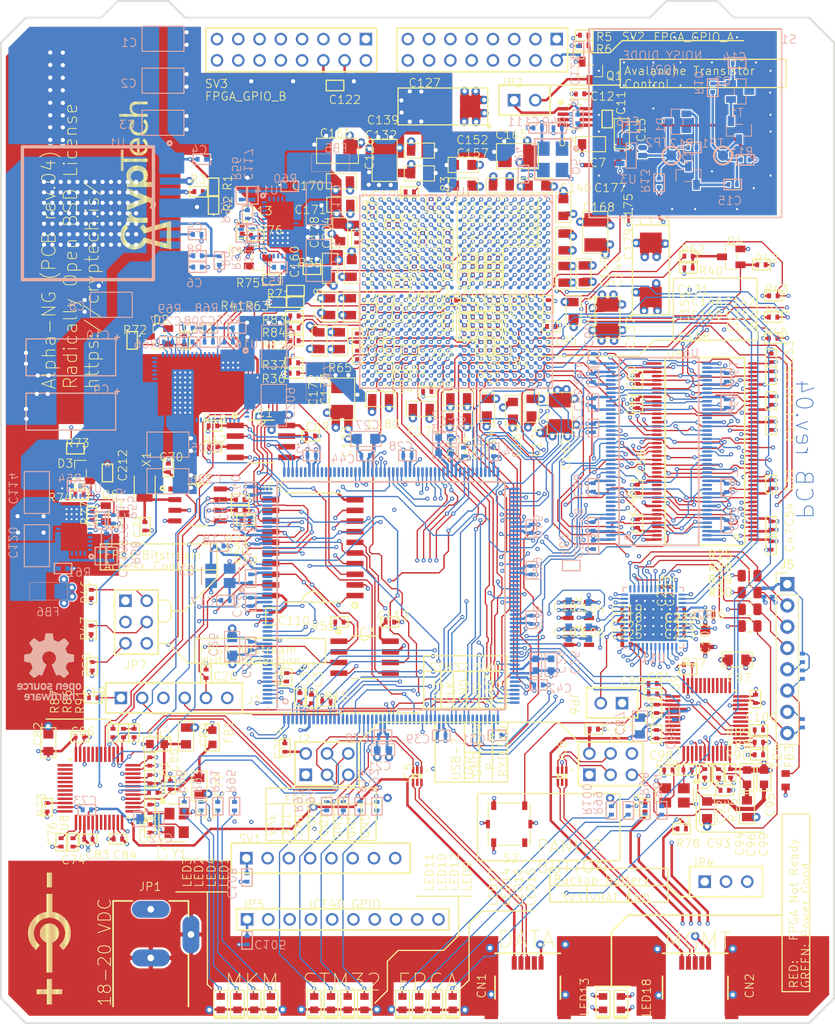
<source format=kicad_pcb>
(kicad_pcb (version 20171130) (host pcbnew "(5.1.6)-1")

  (general
    (thickness 1.6)
    (drawings 6575)
    (tracks 9263)
    (zones 0)
    (modules 403)
    (nets 619)
  )

  (page A4)
  (layers
    (0 F.Cu signal hide)
    (1 In1.Cu power hide)
    (2 In2.Cu mixed hide)
    (3 In3.Cu power hide)
    (4 In4.Cu power hide)
    (5 In5.Cu mixed hide)
    (6 In6.Cu power hide)
    (31 B.Cu signal hide)
    (32 B.Adhes user hide)
    (33 F.Adhes user hide)
    (34 B.Paste user hide)
    (35 F.Paste user hide)
    (36 B.SilkS user hide)
    (37 F.SilkS user)
    (38 B.Mask user hide)
    (39 F.Mask user hide)
    (40 Dwgs.User user hide)
    (41 Cmts.User user hide)
    (42 Eco1.User user hide)
    (43 Eco2.User user hide)
    (44 Edge.Cuts user)
    (45 Margin user hide)
    (46 B.CrtYd user hide)
    (47 F.CrtYd user hide)
    (48 B.Fab user hide)
    (49 F.Fab user hide)
  )

  (setup
    (last_trace_width 0.254)
    (user_trace_width 0.15)
    (user_trace_width 0.164)
    (user_trace_width 0.2)
    (user_trace_width 0.3)
    (user_trace_width 0.5)
    (trace_clearance 0.125)
    (zone_clearance 0.127)
    (zone_45_only no)
    (trace_min 0.15)
    (via_size 0.889)
    (via_drill 0.25)
    (via_min_size 0.25)
    (via_min_drill 0.25)
    (user_via 0.5 0.25)
    (uvia_size 0.508)
    (uvia_drill 0.127)
    (uvias_allowed no)
    (uvia_min_size 0.25)
    (uvia_min_drill 0.127)
    (edge_width 0.1)
    (segment_width 0.2)
    (pcb_text_width 0.3)
    (pcb_text_size 1.5 1.5)
    (mod_edge_width 0.15)
    (mod_text_size 1 1)
    (mod_text_width 0.15)
    (pad_size 1.5 1.5)
    (pad_drill 1)
    (pad_to_mask_clearance 0)
    (aux_axis_origin 0 0)
    (visible_elements 7EFF9E7F)
    (pcbplotparams
      (layerselection 0x00000_7fffffc2)
      (usegerberextensions false)
      (usegerberattributes false)
      (usegerberadvancedattributes false)
      (creategerberjobfile false)
      (excludeedgelayer true)
      (linewidth 0.100000)
      (plotframeref false)
      (viasonmask false)
      (mode 1)
      (useauxorigin false)
      (hpglpennumber 1)
      (hpglpenspeed 20)
      (hpglpendiameter 15.000000)
      (psnegative false)
      (psa4output false)
      (plotreference true)
      (plotvalue true)
      (plotinvisibletext false)
      (padsonsilk false)
      (subtractmaskfromsilk false)
      (outputformat 1)
      (mirror false)
      (drillshape 0)
      (scaleselection 1)
      (outputdirectory "D:/DATA/YandexDisk/DEV/CrypTech/git/user/shatov/alpha_rev04/KiCAD/GerberOutput/"))
  )

  (net 0 "")
  (net 1 3V3_BATT)
  (net 2 15V_STABLE)
  (net 3 GND)
  (net 4 "Net-(C15-Pad2)")
  (net 5 ARM_FPGA_CFG_CS_N)
  (net 6 ARM_FPGA_CFG_MISO)
  (net 7 ARM_FPGA_CFG_MOSI)
  (net 8 ARM_FPGA_CFG_SCLK)
  (net 9 ARM_LED1)
  (net 10 ARM_LED2)
  (net 11 ARM_LED3)
  (net 12 ARM_LED4)
  (net 13 DIGITIZED_NOISE)
  (net 14 FMC_A0)
  (net 15 FMC_A1)
  (net 16 FMC_A2)
  (net 17 FMC_A3)
  (net 18 FMC_A4)
  (net 19 FMC_A5)
  (net 20 FMC_A6)
  (net 21 FMC_A7)
  (net 22 FMC_A8)
  (net 23 FMC_A9)
  (net 24 FMC_A10)
  (net 25 FMC_A11)
  (net 26 FMC_A12)
  (net 27 FMC_A13)
  (net 28 FMC_A14)
  (net 29 FMC_A15)
  (net 30 FMC_A16)
  (net 31 FMC_A17)
  (net 32 FMC_A18)
  (net 33 FMC_A19)
  (net 34 FMC_A20)
  (net 35 FMC_A21)
  (net 36 FMC_A22)
  (net 37 FMC_A23)
  (net 38 FMC_A24)
  (net 39 FMC_A25)
  (net 40 FMC_CLK)
  (net 41 FMC_D0)
  (net 42 FMC_D1)
  (net 43 FMC_D2)
  (net 44 FMC_D3)
  (net 45 FMC_D4)
  (net 46 FMC_D5)
  (net 47 FMC_D6)
  (net 48 FMC_D7)
  (net 49 FMC_D8)
  (net 50 FMC_D9)
  (net 51 FMC_D10)
  (net 52 FMC_D11)
  (net 53 FMC_D12)
  (net 54 FMC_D13)
  (net 55 FMC_D14)
  (net 56 FMC_D15)
  (net 57 FMC_D16)
  (net 58 FMC_D17)
  (net 59 FMC_D18)
  (net 60 FMC_D19)
  (net 61 FMC_D20)
  (net 62 FMC_D21)
  (net 63 FMC_D22)
  (net 64 FMC_D23)
  (net 65 FMC_D24)
  (net 66 FMC_D25)
  (net 67 FMC_D26)
  (net 68 FMC_D27)
  (net 69 FMC_D28)
  (net 70 FMC_D29)
  (net 71 FMC_D30)
  (net 72 FMC_D31)
  (net 73 FMC_NBL0)
  (net 74 FMC_NBL1)
  (net 75 FMC_NBL2)
  (net 76 FMC_NBL3)
  (net 77 FMC_NE1)
  (net 78 FMC_NL)
  (net 79 FMC_NOE)
  (net 80 FMC_NWAIT)
  (net 81 FMC_NWE)
  (net 82 FMC_SDCKE0)
  (net 83 FMC_SDCKE1)
  (net 84 FMC_SDCLK)
  (net 85 FMC_SDNCAS)
  (net 86 FMC_SDNE0)
  (net 87 FMC_SDNE1)
  (net 88 FMC_SDNRAS)
  (net 89 FMC_SDNWE)
  (net 90 FPGA_CFG_CS_N)
  (net 91 FPGA_CFG_CTRL_ARM_ENA)
  (net 92 FPGA_CFG_CTRL_FPGA_DIS)
  (net 93 FPGA_CFG_MISO)
  (net 94 FPGA_CFG_MOSI)
  (net 95 FPGA_CFG_SCLK)
  (net 96 FPGA_DONE)
  (net 97 FPGA_ENTROPY_DISABLE)
  (net 98 FPGA_GCLK)
  (net 99 FPGA_GPIO_A_0)
  (net 100 FPGA_GPIO_A_1)
  (net 101 FPGA_GPIO_A_2)
  (net 102 FPGA_GPIO_A_3)
  (net 103 FPGA_GPIO_A_4)
  (net 104 FPGA_GPIO_A_5)
  (net 105 FPGA_GPIO_A_6)
  (net 106 FPGA_GPIO_A_7)
  (net 107 FPGA_GPIO_B_0)
  (net 108 FPGA_GPIO_B_1)
  (net 109 FPGA_GPIO_B_2)
  (net 110 FPGA_GPIO_B_3)
  (net 111 FPGA_GPIO_B_4)
  (net 112 FPGA_GPIO_B_5)
  (net 113 FPGA_GPIO_B_6)
  (net 114 FPGA_GPIO_B_7)
  (net 115 FPGA_GPIO_LED_0)
  (net 116 FPGA_GPIO_LED_1)
  (net 117 FPGA_GPIO_LED_2)
  (net 118 FPGA_GPIO_LED_3)
  (net 119 FPGA_INIT_B)
  (net 120 FPGA_IRQ_N_0)
  (net 121 FPGA_IRQ_N_1)
  (net 122 FPGA_IRQ_N_2)
  (net 123 FPGA_IRQ_N_3)
  (net 124 FPGA_PROGRAM_B)
  (net 125 FPGA_VCCAUX_1V8)
  (net 126 FPGA_VCCINT_1V0)
  (net 127 FT_CTS)
  (net 128 FT_DTR)
  (net 129 FT_MGMT_CTS)
  (net 130 FT_MGMT_DTR)
  (net 131 FT_MGMT_RTS)
  (net 132 FT_MGMT_RXD)
  (net 133 FT_MGMT_TXD)
  (net 134 FT_MGMT_VCC3V3)
  (net 135 FT_MGMT_VPHY)
  (net 136 FT_MGMT_VPLL)
  (net 137 FT_MGMT_VREGIN)
  (net 138 FT_RTS)
  (net 139 FT_RXD)
  (net 140 FT_TXD)
  (net 141 FT_VCC3V3)
  (net 142 FT_VPHY)
  (net 143 FT_VPLL)
  (net 144 FT_VREGIN)
  (net 145 KSM_PROM_CS_N)
  (net 146 KSM_PROM_MISO)
  (net 147 KSM_PROM_MOSI)
  (net 148 KSM_PROM_SCLK)
  (net 149 "Net-(C5-Pad1)")
  (net 150 "Net-(C11-Pad1)")
  (net 151 "Net-(C12-Pad2)")
  (net 152 "Net-(C17-Pad2)")
  (net 153 "Net-(C70-Pad2)")
  (net 154 "Net-(C71-Pad2)")
  (net 155 "Net-(C75-Pad2)")
  (net 156 "Net-(C78-Pad2)")
  (net 157 "Net-(C90-Pad2)")
  (net 158 "Net-(C93-Pad2)")
  (net 159 "Net-(C115-Pad1)")
  (net 160 "Net-(C116-Pad1)")
  (net 161 "Net-(C117-Pad1)")
  (net 162 "Net-(C117-Pad2)")
  (net 163 "Net-(C118-Pad1)")
  (net 164 "Net-(C118-Pad2)")
  (net 165 "Net-(C207-Pad1)")
  (net 166 "Net-(C208-Pad1)")
  (net 167 "Net-(C208-Pad2)")
  (net 168 "Net-(IC1-Pad3)")
  (net 169 "Net-(JP2-Pad2)")
  (net 170 "Net-(LED1-Pad1)")
  (net 171 "Net-(LED2-Pad1)")
  (net 172 "Net-(LED3-Pad1)")
  (net 173 "Net-(LED4-Pad1)")
  (net 174 "Net-(LED9-Pad1)")
  (net 175 "Net-(LED10-Pad1)")
  (net 176 "Net-(LED11-Pad1)")
  (net 177 "Net-(LED12-Pad1)")
  (net 178 "Net-(LED13-Pad1)")
  (net 179 "Net-(LED14-Pad1)")
  (net 180 "Net-(LED15-Pad1)")
  (net 181 "Net-(LED16-Pad1)")
  (net 182 "Net-(LED17-Pad1)")
  (net 183 "Net-(LED18-Pad1)")
  (net 184 "Net-(LED18-Pad2)")
  (net 185 "Net-(Q1-Pad1)")
  (net 186 "Net-(Q5-Pad1)")
  (net 187 "Net-(Q5-Pad3)")
  (net 188 "Net-(R1-Pad1)")
  (net 189 "Net-(R3-Pad2)")
  (net 190 "Net-(R8-Pad1)")
  (net 191 "Net-(R32-Pad2)")
  (net 192 "Net-(R52-Pad1)")
  (net 193 "Net-(R53-Pad2)")
  (net 194 "Net-(R54-Pad1)")
  (net 195 "Net-(R55-Pad2)")
  (net 196 "Net-(R65-Pad1)")
  (net 197 "Net-(R66-Pad1)")
  (net 198 "Net-(R67-Pad1)")
  (net 199 POK_VCCAUX)
  (net 200 POK_VCCINT)
  (net 201 POK_VCCO)
  (net 202 PWR_18V)
  (net 203 PWR_ENA_VCCAUX)
  (net 204 PWR_ENA_VCCINT)
  (net 205 PWR_ENA_VCCO)
  (net 206 RTC_MFP)
  (net 207 RTC_SCL)
  (net 208 RTC_SDA)
  (net 209 VCC_5V0)
  (net 210 VCCO_3V3)
  (net 211 "/Entropy source/NOISE_IN")
  (net 212 "/Entropy source/RAW_NOISE")
  (net 213 "/STM32 configuration/OSC_OUT")
  (net 214 "/STM32 configuration/NRST")
  (net 215 "/STM32 power/VCAP1")
  (net 216 "/STM32 power/VCAP2")
  (net 217 "/User USB UART/FT_VCCORE")
  (net 218 "/User USB UART/FT_VCCA")
  (net 219 "/MGMT USB UART/FT_VCCORE1")
  (net 220 "/MGMT USB UART/FT_VCCA1")
  (net 221 "/User USB UART/D1_N")
  (net 222 "/User USB UART/D1_P")
  (net 223 "/MGMT USB UART/DM_N")
  (net 224 "/MGMT USB UART/DM_P")
  (net 225 "/Entropy source/AMPLIFIED")
  (net 226 "/Config memory/FPGA_PROM_CS_N")
  (net 227 "/Config memory/SPI_B_TRISTATE")
  (net 228 "/Config memory/FPGA_PROM_MISO")
  (net 229 "/Config memory/FPGA_PROM_SCLK")
  (net 230 "/Config memory/FPGA_PROM_MOSI")
  (net 231 "/Config memory/SPI_A_TRISTATE")
  (net 232 "/Config memory/FPGA_PROM_W_N")
  (net 233 "/User USB UART/USB_N")
  (net 234 "/User USB UART/USB_P")
  (net 235 "/MGMT USB UART/USB_MGMT_N")
  (net 236 "/MGMT USB UART/USB_MGMT_P")
  (net 237 "/STM32 configuration/SWDIO")
  (net 238 "/STM32 configuration/SWDCLK")
  (net 239 "/User USB UART/FT_RXD1")
  (net 240 "/User USB UART/FT_TXD1")
  (net 241 "/MGMT USB UART/FT_MGMT_RXD1")
  (net 242 "/MGMT USB UART/FT_MGMT_TXD1")
  (net 243 /Power/15V_LDO_ENABLE)
  (net 244 "/Config interface/FPGA_DONE_INT")
  (net 245 "/Entropy source/NOISE_OUT")
  (net 246 "/Config interface/FPGA_INIT_B_INT")
  (net 247 "/STM32 configuration/OSC_IN")
  (net 248 "/STM32 configuration/BOOT0")
  (net 249 "/User USB UART/FT_REF")
  (net 250 "/User USB UART/FT_RESET")
  (net 251 "/MGMT USB UART/FT_REF1")
  (net 252 "/MGMT USB UART/FT_RESET1")
  (net 253 "/Config interface/FPGA_M2")
  (net 254 "/Config interface/FPGA_M1")
  (net 255 "/Config interface/FPGA_M0")
  (net 256 "/Config interface/FPGA_JTAG_TDI")
  (net 257 "/Config interface/FPGA_JTAG_TMS")
  (net 258 "/Config interface/FPGA_JTAG_TCK")
  (net 259 "/Config interface/FPGA_INIT_B_INT1")
  (net 260 "/Config interface/FPGA_PROGRAM_B1")
  (net 261 "/Config interface/FPGA_CFG_SCLK1")
  (net 262 "/MKM interface/FPGA_CFG_MOSI1")
  (net 263 "/MKM interface/FPGA_CFG_MISO1")
  (net 264 "/MKM interface/FPGA_CFG_CS_N1")
  (net 265 "/Config interface/FPGA_JTAG_TDO")
  (net 266 "Net-(CN1-PadID)")
  (net 267 "Net-(CN2-PadID)")
  (net 268 "Net-(J1-Pad6)")
  (net 269 "Net-(Q2-Pad3)")
  (net 270 "Net-(S2-PadA1)")
  (net 271 "Net-(U1-Pad9)")
  (net 272 "Net-(U3-Pad1)")
  (net 273 "Net-(U4-Pad199)")
  (net 274 "Net-(U4-Pad198)")
  (net 275 "Net-(U4-Pad193)")
  (net 276 "Net-(U4-Pad192)")
  (net 277 "Net-(U4-Pad186)")
  (net 278 "Net-(U4-Pad181)")
  (net 279 "Net-(U4-Pad180)")
  (net 280 "Net-(U4-Pad179)")
  (net 281 "Net-(U4-Pad178)")
  (net 282 "Net-(U4-Pad176)")
  (net 283 "Net-(U4-Pad166)")
  (net 284 "Net-(U4-Pad160)")
  (net 285 "Net-(U4-Pad139)")
  (net 286 "Net-(U4-Pad138)")
  (net 287 "Net-(U4-Pad134)")
  (net 288 "Net-(U4-Pad133)")
  (net 289 "Net-(U4-Pad128)")
  (net 290 "Net-(U4-Pad127)")
  (net 291 "Net-(U4-Pad126)")
  (net 292 "Net-(U4-Pad121)")
  (net 293 "Net-(U4-Pad118)")
  (net 294 "Net-(U4-Pad95)")
  (net 295 "Net-(U4-Pad69)")
  (net 296 "Net-(U4-Pad68)")
  (net 297 "Net-(U4-Pad67)")
  (net 298 "Net-(U4-Pad66)")
  (net 299 "Net-(U4-Pad65)")
  (net 300 "Net-(U4-Pad64)")
  (net 301 "Net-(U4-Pad63)")
  (net 302 "Net-(U4-Pad62)")
  (net 303 "Net-(U4-Pad58)")
  (net 304 "Net-(U4-Pad57)")
  (net 305 "Net-(U4-Pad46)")
  (net 306 "Net-(U4-Pad36)")
  (net 307 "Net-(U4-Pad31)")
  (net 308 "Net-(U4-Pad30)")
  (net 309 "Net-(U4-Pad29)")
  (net 310 "Net-(U4-Pad28)")
  (net 311 "Net-(U4-Pad20)")
  (net 312 "Net-(U4-Pad19)")
  (net 313 "Net-(U4-Pad13)")
  (net 314 "Net-(U4-Pad10)")
  (net 315 "Net-(U4-Pad9)")
  (net 316 "Net-(U4-Pad7)")
  (net 317 "Net-(U8-Pad18)")
  (net 318 "Net-(U8-Pad19)")
  (net 319 "Net-(U8-Pad20)")
  (net 320 "Net-(U8-Pad21)")
  (net 321 "Net-(U8-Pad25)")
  (net 322 "Net-(U8-Pad26)")
  (net 323 "Net-(U8-Pad27)")
  (net 324 "Net-(U8-Pad28)")
  (net 325 "Net-(U8-Pad29)")
  (net 326 "Net-(U8-Pad30)")
  (net 327 "Net-(U8-Pad31)")
  (net 328 "Net-(U8-Pad32)")
  (net 329 "Net-(U8-Pad33)")
  (net 330 "Net-(U8-Pad43)")
  (net 331 "Net-(U8-Pad44)")
  (net 332 "Net-(U8-Pad45)")
  (net 333 "Net-(U9-Pad18)")
  (net 334 "Net-(U9-Pad19)")
  (net 335 "Net-(U9-Pad20)")
  (net 336 "Net-(U9-Pad21)")
  (net 337 "Net-(U9-Pad25)")
  (net 338 "Net-(U9-Pad26)")
  (net 339 "Net-(U9-Pad27)")
  (net 340 "Net-(U9-Pad28)")
  (net 341 "Net-(U9-Pad29)")
  (net 342 "Net-(U9-Pad30)")
  (net 343 "Net-(U9-Pad31)")
  (net 344 "Net-(U9-Pad32)")
  (net 345 "Net-(U9-Pad33)")
  (net 346 "Net-(U9-Pad43)")
  (net 347 "Net-(U9-Pad44)")
  (net 348 "Net-(U9-Pad45)")
  (net 349 "Net-(U11-Pad28)")
  (net 350 "Net-(U11-Pad13)")
  (net 351 "Net-(U11-Pad6)")
  (net 352 "Net-(U13-PadAA18)")
  (net 353 "Net-(U13-PadAA10)")
  (net 354 "Net-(U13-PadY19)")
  (net 355 "Net-(U13-PadY9)")
  (net 356 "Net-(U13-PadY8)")
  (net 357 "Net-(U13-PadY2)")
  (net 358 "Net-(U13-PadW21)")
  (net 359 "Net-(U13-PadW15)")
  (net 360 "Net-(U13-PadW9)")
  (net 361 "Net-(U13-PadW7)")
  (net 362 "Net-(U13-PadW6)")
  (net 363 "Net-(U13-PadW5)")
  (net 364 "Net-(U13-PadW4)")
  (net 365 "Net-(U13-PadV22)")
  (net 366 "Net-(U13-PadV19)")
  (net 367 "Net-(U13-PadV17)")
  (net 368 "Net-(U13-PadV15)")
  (net 369 "Net-(U13-PadV14)")
  (net 370 "Net-(U13-PadV13)")
  (net 371 "Net-(U13-PadV10)")
  (net 372 "Net-(U13-PadV9)")
  (net 373 "Net-(U13-PadV8)")
  (net 374 "Net-(U13-PadV7)")
  (net 375 "Net-(U13-PadU21)")
  (net 376 "Net-(U13-PadU18)")
  (net 377 "Net-(U13-PadU17)")
  (net 378 "Net-(U13-PadU16)")
  (net 379 "Net-(U13-PadU15)")
  (net 380 "Net-(U13-PadU7)")
  (net 381 "Net-(U13-PadU6)")
  (net 382 "Net-(U13-PadU5)")
  (net 383 "Net-(U13-PadT21)")
  (net 384 "Net-(U13-PadT20)")
  (net 385 "Net-(U13-PadT18)")
  (net 386 "Net-(U13-PadT16)")
  (net 387 "Net-(U13-PadT15)")
  (net 388 "Net-(U13-PadT14)")
  (net 389 "Net-(U13-PadT6)")
  (net 390 "Net-(U13-PadT5)")
  (net 391 "Net-(U13-PadT4)")
  (net 392 "Net-(U13-PadT3)")
  (net 393 "Net-(U13-PadR19)")
  (net 394 "Net-(U13-PadR18)")
  (net 395 "Net-(U13-PadR17)")
  (net 396 "Net-(U13-PadR16)")
  (net 397 "Net-(U13-PadR14)")
  (net 398 "Net-(U13-PadR6)")
  (net 399 "Net-(U13-PadR3)")
  (net 400 "Net-(U13-PadR2)")
  (net 401 "Net-(U13-PadR1)")
  (net 402 "Net-(U13-PadP20)")
  (net 403 "Net-(U13-PadP19)")
  (net 404 "Net-(U13-PadP17)")
  (net 405 "Net-(U13-PadP16)")
  (net 406 "Net-(U13-PadP15)")
  (net 407 "Net-(U13-PadP14)")
  (net 408 "Net-(U13-PadP6)")
  (net 409 "Net-(U13-PadP5)")
  (net 410 "Net-(U13-PadP4)")
  (net 411 "Net-(U13-PadP2)")
  (net 412 "Net-(U13-PadP1)")
  (net 413 "Net-(U13-PadN22)")
  (net 414 "Net-(U13-PadN20)")
  (net 415 "Net-(U13-PadN19)")
  (net 416 "Net-(U13-PadN18)")
  (net 417 "Net-(U13-PadN17)")
  (net 418 "Net-(U13-PadN14)")
  (net 419 "Net-(U13-PadN13)")
  (net 420 "Net-(U13-PadN5)")
  (net 421 "Net-(U13-PadN4)")
  (net 422 "Net-(U13-PadN3)")
  (net 423 "Net-(U13-PadN2)")
  (net 424 "Net-(U13-PadM22)")
  (net 425 "Net-(U13-PadM21)")
  (net 426 "Net-(U13-PadM20)")
  (net 427 "Net-(U13-PadM18)")
  (net 428 "Net-(U13-PadM17)")
  (net 429 "Net-(U13-PadM16)")
  (net 430 "Net-(U13-PadM15)")
  (net 431 "Net-(U13-PadM13)")
  (net 432 "Net-(U13-PadM9)")
  (net 433 "Net-(U13-PadM6)")
  (net 434 "Net-(U13-PadM5)")
  (net 435 "Net-(U13-PadM3)")
  (net 436 "Net-(U13-PadM2)")
  (net 437 "Net-(U13-PadM1)")
  (net 438 "Net-(U13-PadL21)")
  (net 439 "Net-(U13-PadL20)")
  (net 440 "Net-(U13-PadL19)")
  (net 441 "Net-(U13-PadL18)")
  (net 442 "Net-(U13-PadL16)")
  (net 443 "Net-(U13-PadL15)")
  (net 444 "Net-(U13-PadL14)")
  (net 445 "Net-(U13-PadL13)")
  (net 446 "Net-(U13-PadL10)")
  (net 447 "Net-(U13-PadL6)")
  (net 448 "Net-(U13-PadL5)")
  (net 449 "Net-(U13-PadL4)")
  (net 450 "Net-(U13-PadL3)")
  (net 451 "Net-(U13-PadL1)")
  (net 452 "Net-(U13-PadK22)")
  (net 453 "Net-(U13-PadK21)")
  (net 454 "Net-(U13-PadK19)")
  (net 455 "Net-(U13-PadK18)")
  (net 456 "Net-(U13-PadK17)")
  (net 457 "Net-(U13-PadK16)")
  (net 458 "Net-(U13-PadK14)")
  (net 459 "Net-(U13-PadK13)")
  (net 460 "Net-(U13-PadK6)")
  (net 461 "Net-(U13-PadK4)")
  (net 462 "Net-(U13-PadK3)")
  (net 463 "Net-(U13-PadK2)")
  (net 464 "Net-(U13-PadK1)")
  (net 465 "Net-(U13-PadJ22)")
  (net 466 "Net-(U13-PadJ21)")
  (net 467 "Net-(U13-PadJ20)")
  (net 468 "Net-(U13-PadJ19)")
  (net 469 "Net-(U13-PadJ17)")
  (net 470 "Net-(U13-PadJ16)")
  (net 471 "Net-(U13-PadJ15)")
  (net 472 "Net-(U13-PadJ14)")
  (net 473 "Net-(U13-PadJ6)")
  (net 474 "Net-(U13-PadJ5)")
  (net 475 "Net-(U13-PadJ4)")
  (net 476 "Net-(U13-PadJ2)")
  (net 477 "Net-(U13-PadJ1)")
  (net 478 "Net-(U13-PadH22)")
  (net 479 "Net-(U13-PadH20)")
  (net 480 "Net-(U13-PadH19)")
  (net 481 "Net-(U13-PadH18)")
  (net 482 "Net-(U13-PadH17)")
  (net 483 "Net-(U13-PadH15)")
  (net 484 "Net-(U13-PadH14)")
  (net 485 "Net-(U13-PadH13)")
  (net 486 "Net-(U13-PadH5)")
  (net 487 "Net-(U13-PadH4)")
  (net 488 "Net-(U13-PadH3)")
  (net 489 "Net-(U13-PadH2)")
  (net 490 "Net-(U13-PadG22)")
  (net 491 "Net-(U13-PadG21)")
  (net 492 "Net-(U13-PadG20)")
  (net 493 "Net-(U13-PadG18)")
  (net 494 "Net-(U13-PadG17)")
  (net 495 "Net-(U13-PadG16)")
  (net 496 "Net-(U13-PadG15)")
  (net 497 "Net-(U13-PadG13)")
  (net 498 "Net-(U13-PadG4)")
  (net 499 "Net-(U13-PadG3)")
  (net 500 "Net-(U13-PadG2)")
  (net 501 "Net-(U13-PadG1)")
  (net 502 "Net-(U13-PadF21)")
  (net 503 "Net-(U13-PadF20)")
  (net 504 "Net-(U13-PadF19)")
  (net 505 "Net-(U13-PadF15)")
  (net 506 "Net-(U13-PadF13)")
  (net 507 "Net-(U13-PadF10)")
  (net 508 "Net-(U13-PadF9)")
  (net 509 "Net-(U13-PadF8)")
  (net 510 "Net-(U13-PadF7)")
  (net 511 "Net-(U13-PadF6)")
  (net 512 "Net-(U13-PadF4)")
  (net 513 "Net-(U13-PadF3)")
  (net 514 "Net-(U13-PadF1)")
  (net 515 "Net-(U13-PadE22)")
  (net 516 "Net-(U13-PadE21)")
  (net 517 "Net-(U13-PadE16)")
  (net 518 "Net-(U13-PadE10)")
  (net 519 "Net-(U13-PadE8)")
  (net 520 "Net-(U13-PadE6)")
  (net 521 "Net-(U13-PadE3)")
  (net 522 "Net-(U13-PadE2)")
  (net 523 "Net-(U13-PadE1)")
  (net 524 "Net-(U13-PadD22)")
  (net 525 "Net-(U13-PadD21)")
  (net 526 "Net-(U13-PadD20)")
  (net 527 "Net-(U13-PadD19)")
  (net 528 "Net-(U13-PadD16)")
  (net 529 "Net-(U13-PadD15)")
  (net 530 "Net-(U13-PadD11)")
  (net 531 "Net-(U13-PadD10)")
  (net 532 "Net-(U13-PadD9)")
  (net 533 "Net-(U13-PadD7)")
  (net 534 "Net-(U13-PadD6)")
  (net 535 "Net-(U13-PadD5)")
  (net 536 "Net-(U13-PadD2)")
  (net 537 "Net-(U13-PadD1)")
  (net 538 "Net-(U13-PadC19)")
  (net 539 "Net-(U13-PadC11)")
  (net 540 "Net-(U13-PadC9)")
  (net 541 "Net-(U13-PadC8)")
  (net 542 "Net-(U13-PadC7)")
  (net 543 "Net-(U13-PadC5)")
  (net 544 "Net-(U13-PadC4)")
  (net 545 "Net-(U13-PadC2)")
  (net 546 "Net-(U13-PadB22)")
  (net 547 "Net-(U13-PadB21)")
  (net 548 "Net-(U13-PadB11)")
  (net 549 "Net-(U13-PadB10)")
  (net 550 "Net-(U13-PadB9)")
  (net 551 "Net-(U13-PadB8)")
  (net 552 "Net-(U13-PadB7)")
  (net 553 "Net-(U13-PadB6)")
  (net 554 "Net-(U13-PadB5)")
  (net 555 "Net-(U13-PadB4)")
  (net 556 "Net-(U13-PadB2)")
  (net 557 "Net-(U13-PadB1)")
  (net 558 "Net-(U13-PadA10)")
  (net 559 "Net-(U13-PadA8)")
  (net 560 "Net-(U13-PadA6)")
  (net 561 "Net-(U13-PadA4)")
  (net 562 "Net-(U13-PadA1)")
  (net 563 "Net-(U16-Pad48)")
  (net 564 "Net-(U16-Pad49)")
  (net 565 "Net-(U16-Pad50)")
  (net 566 "Net-(U16-Pad57)")
  (net 567 "Net-(U16-Pad58)")
  (net 568 "Net-(U16-Pad60)")
  (net 569 "Net-(U16-Pad61)")
  (net 570 "Net-(U16-Pad62)")
  (net 571 "Net-(U11-Pad4)")
  (net 572 "/Master Key Memory/MKM_VCC")
  (net 573 "/Master Key Memory/MKM_VPP")
  (net 574 "/Master Key Memory/MKM_VCC_PLL")
  (net 575 "Net-(U10-Pad4)")
  (net 576 "Net-(U12-Pad4)")
  (net 577 ARM_SPI3_MOSI)
  (net 578 ARM_SPI3_MISO)
  (net 579 ARM_SPI3_SCK)
  (net 580 ARM_SPI3_CS_N)
  (net 581 "/Master Key Memory/ICE40_SPI_SI")
  (net 582 "/Master Key Memory/ICE40_SPI_SS")
  (net 583 "/Master Key Memory/ICE40_SPI_SCK")
  (net 584 "/Master Key Memory/ICE40_SPI_SO")
  (net 585 ICE40_CDONE)
  (net 586 ICE40_CRESET)
  (net 587 ICE40_GPIO_ARM_0)
  (net 588 ICE40_GPIO_ARM_1)
  (net 589 ICE40_GPIO_ARM_2)
  (net 590 ICE40_GPIO_ARM_3)
  (net 591 ICE40_GPIO_FPGA_0)
  (net 592 ICE40_GPIO_FPGA_1)
  (net 593 ICE40_GPIO_FPGA_3)
  (net 594 ICE40_GPIO_FPGA_2)
  (net 595 ICE40_JUMPER)
  (net 596 ICE40_GPIO_1)
  (net 597 ICE40_GPIO_7)
  (net 598 ICE40_GPIO_6)
  (net 599 ICE40_GPIO_5)
  (net 600 ICE40_GPIO_4)
  (net 601 ICE40_GPIO_3)
  (net 602 ICE40_GPIO_2)
  (net 603 ICE40_GPIO_0)
  (net 604 ICE40_LED3)
  (net 605 ICE40_PANIC)
  (net 606 ICE40_LED2)
  (net 607 ICE40_LED1)
  (net 608 ICE40_LED4)
  (net 609 ICE40_FPGA_MISO)
  (net 610 ICE40_FPGA_CS_N)
  (net 611 ICE40_FPGA_MOSI)
  (net 612 ICE40_FPGA_SCK)
  (net 613 "Net-(U13-PadB20)")
  (net 614 ICE40_GPIO_FPGA_7)
  (net 615 ICE40_GPIO_FPGA_5)
  (net 616 ICE40_GPIO_FPGA_6)
  (net 617 ICE40_GPIO_FPGA_4)
  (net 618 "Net-(U11-Pad2)")

  (net_class Default "This is the default net class."
    (clearance 0.125)
    (trace_width 0.254)
    (via_dia 0.889)
    (via_drill 0.25)
    (uvia_dia 0.508)
    (uvia_drill 0.127)
    (add_net "/Config interface/FPGA_CFG_SCLK1")
    (add_net "/Config interface/FPGA_DONE_INT")
    (add_net "/Config interface/FPGA_INIT_B_INT")
    (add_net "/Config interface/FPGA_INIT_B_INT1")
    (add_net "/Config interface/FPGA_JTAG_TCK")
    (add_net "/Config interface/FPGA_JTAG_TDI")
    (add_net "/Config interface/FPGA_JTAG_TDO")
    (add_net "/Config interface/FPGA_JTAG_TMS")
    (add_net "/Config interface/FPGA_M0")
    (add_net "/Config interface/FPGA_M1")
    (add_net "/Config interface/FPGA_M2")
    (add_net "/Config interface/FPGA_PROGRAM_B1")
    (add_net "/Config memory/FPGA_PROM_CS_N")
    (add_net "/Config memory/FPGA_PROM_MISO")
    (add_net "/Config memory/FPGA_PROM_MOSI")
    (add_net "/Config memory/FPGA_PROM_SCLK")
    (add_net "/Config memory/FPGA_PROM_W_N")
    (add_net "/Config memory/SPI_A_TRISTATE")
    (add_net "/Config memory/SPI_B_TRISTATE")
    (add_net "/Entropy source/AMPLIFIED")
    (add_net "/Entropy source/NOISE_IN")
    (add_net "/Entropy source/NOISE_OUT")
    (add_net "/Entropy source/RAW_NOISE")
    (add_net "/MGMT USB UART/DM_N")
    (add_net "/MGMT USB UART/DM_P")
    (add_net "/MGMT USB UART/FT_MGMT_RXD1")
    (add_net "/MGMT USB UART/FT_MGMT_TXD1")
    (add_net "/MGMT USB UART/FT_REF1")
    (add_net "/MGMT USB UART/FT_RESET1")
    (add_net "/MGMT USB UART/FT_VCCA1")
    (add_net "/MGMT USB UART/FT_VCCORE1")
    (add_net "/MGMT USB UART/USB_MGMT_N")
    (add_net "/MGMT USB UART/USB_MGMT_P")
    (add_net "/MKM interface/FPGA_CFG_CS_N1")
    (add_net "/MKM interface/FPGA_CFG_MISO1")
    (add_net "/MKM interface/FPGA_CFG_MOSI1")
    (add_net "/Master Key Memory/ICE40_SPI_SCK")
    (add_net "/Master Key Memory/ICE40_SPI_SI")
    (add_net "/Master Key Memory/ICE40_SPI_SO")
    (add_net "/Master Key Memory/ICE40_SPI_SS")
    (add_net "/Master Key Memory/MKM_VCC")
    (add_net "/Master Key Memory/MKM_VCC_PLL")
    (add_net "/Master Key Memory/MKM_VPP")
    (add_net /Power/15V_LDO_ENABLE)
    (add_net "/STM32 configuration/BOOT0")
    (add_net "/STM32 configuration/NRST")
    (add_net "/STM32 configuration/OSC_IN")
    (add_net "/STM32 configuration/OSC_OUT")
    (add_net "/STM32 configuration/SWDCLK")
    (add_net "/STM32 configuration/SWDIO")
    (add_net "/STM32 power/VCAP1")
    (add_net "/STM32 power/VCAP2")
    (add_net "/User USB UART/D1_N")
    (add_net "/User USB UART/D1_P")
    (add_net "/User USB UART/FT_REF")
    (add_net "/User USB UART/FT_RESET")
    (add_net "/User USB UART/FT_RXD1")
    (add_net "/User USB UART/FT_TXD1")
    (add_net "/User USB UART/FT_VCCA")
    (add_net "/User USB UART/FT_VCCORE")
    (add_net "/User USB UART/USB_N")
    (add_net "/User USB UART/USB_P")
    (add_net 15V_STABLE)
    (add_net 3V3_BATT)
    (add_net ARM_FPGA_CFG_CS_N)
    (add_net ARM_FPGA_CFG_MISO)
    (add_net ARM_FPGA_CFG_MOSI)
    (add_net ARM_FPGA_CFG_SCLK)
    (add_net ARM_LED1)
    (add_net ARM_LED2)
    (add_net ARM_LED3)
    (add_net ARM_LED4)
    (add_net ARM_SPI3_CS_N)
    (add_net ARM_SPI3_MISO)
    (add_net ARM_SPI3_MOSI)
    (add_net ARM_SPI3_SCK)
    (add_net DIGITIZED_NOISE)
    (add_net FPGA_CFG_CS_N)
    (add_net FPGA_CFG_CTRL_ARM_ENA)
    (add_net FPGA_CFG_CTRL_FPGA_DIS)
    (add_net FPGA_CFG_MISO)
    (add_net FPGA_CFG_MOSI)
    (add_net FPGA_CFG_SCLK)
    (add_net FPGA_DONE)
    (add_net FPGA_ENTROPY_DISABLE)
    (add_net FPGA_GCLK)
    (add_net FPGA_GPIO_LED_0)
    (add_net FPGA_GPIO_LED_1)
    (add_net FPGA_GPIO_LED_2)
    (add_net FPGA_GPIO_LED_3)
    (add_net FPGA_INIT_B)
    (add_net FPGA_IRQ_N_0)
    (add_net FPGA_IRQ_N_1)
    (add_net FPGA_IRQ_N_2)
    (add_net FPGA_IRQ_N_3)
    (add_net FPGA_PROGRAM_B)
    (add_net FPGA_VCCAUX_1V8)
    (add_net FPGA_VCCINT_1V0)
    (add_net FT_CTS)
    (add_net FT_DTR)
    (add_net FT_MGMT_CTS)
    (add_net FT_MGMT_DTR)
    (add_net FT_MGMT_RTS)
    (add_net FT_MGMT_RXD)
    (add_net FT_MGMT_TXD)
    (add_net FT_MGMT_VCC3V3)
    (add_net FT_MGMT_VPHY)
    (add_net FT_MGMT_VPLL)
    (add_net FT_MGMT_VREGIN)
    (add_net FT_RTS)
    (add_net FT_RXD)
    (add_net FT_TXD)
    (add_net FT_VCC3V3)
    (add_net FT_VPHY)
    (add_net FT_VPLL)
    (add_net FT_VREGIN)
    (add_net GND)
    (add_net ICE40_CDONE)
    (add_net ICE40_CRESET)
    (add_net ICE40_FPGA_CS_N)
    (add_net ICE40_FPGA_MISO)
    (add_net ICE40_FPGA_MOSI)
    (add_net ICE40_FPGA_SCK)
    (add_net ICE40_GPIO_0)
    (add_net ICE40_GPIO_1)
    (add_net ICE40_GPIO_2)
    (add_net ICE40_GPIO_3)
    (add_net ICE40_GPIO_4)
    (add_net ICE40_GPIO_5)
    (add_net ICE40_GPIO_6)
    (add_net ICE40_GPIO_7)
    (add_net ICE40_GPIO_ARM_0)
    (add_net ICE40_GPIO_ARM_1)
    (add_net ICE40_GPIO_ARM_2)
    (add_net ICE40_GPIO_ARM_3)
    (add_net ICE40_GPIO_FPGA_0)
    (add_net ICE40_GPIO_FPGA_1)
    (add_net ICE40_GPIO_FPGA_2)
    (add_net ICE40_GPIO_FPGA_3)
    (add_net ICE40_GPIO_FPGA_4)
    (add_net ICE40_GPIO_FPGA_5)
    (add_net ICE40_GPIO_FPGA_6)
    (add_net ICE40_GPIO_FPGA_7)
    (add_net ICE40_JUMPER)
    (add_net ICE40_LED1)
    (add_net ICE40_LED2)
    (add_net ICE40_LED3)
    (add_net ICE40_LED4)
    (add_net ICE40_PANIC)
    (add_net KSM_PROM_CS_N)
    (add_net KSM_PROM_MISO)
    (add_net KSM_PROM_MOSI)
    (add_net KSM_PROM_SCLK)
    (add_net "Net-(C11-Pad1)")
    (add_net "Net-(C115-Pad1)")
    (add_net "Net-(C116-Pad1)")
    (add_net "Net-(C117-Pad1)")
    (add_net "Net-(C117-Pad2)")
    (add_net "Net-(C118-Pad1)")
    (add_net "Net-(C118-Pad2)")
    (add_net "Net-(C12-Pad2)")
    (add_net "Net-(C15-Pad2)")
    (add_net "Net-(C17-Pad2)")
    (add_net "Net-(C207-Pad1)")
    (add_net "Net-(C208-Pad1)")
    (add_net "Net-(C208-Pad2)")
    (add_net "Net-(C5-Pad1)")
    (add_net "Net-(C70-Pad2)")
    (add_net "Net-(C71-Pad2)")
    (add_net "Net-(C75-Pad2)")
    (add_net "Net-(C78-Pad2)")
    (add_net "Net-(C90-Pad2)")
    (add_net "Net-(C93-Pad2)")
    (add_net "Net-(CN1-PadID)")
    (add_net "Net-(CN2-PadID)")
    (add_net "Net-(IC1-Pad3)")
    (add_net "Net-(J1-Pad6)")
    (add_net "Net-(JP2-Pad2)")
    (add_net "Net-(LED1-Pad1)")
    (add_net "Net-(LED10-Pad1)")
    (add_net "Net-(LED11-Pad1)")
    (add_net "Net-(LED12-Pad1)")
    (add_net "Net-(LED13-Pad1)")
    (add_net "Net-(LED14-Pad1)")
    (add_net "Net-(LED15-Pad1)")
    (add_net "Net-(LED16-Pad1)")
    (add_net "Net-(LED17-Pad1)")
    (add_net "Net-(LED18-Pad1)")
    (add_net "Net-(LED18-Pad2)")
    (add_net "Net-(LED2-Pad1)")
    (add_net "Net-(LED3-Pad1)")
    (add_net "Net-(LED4-Pad1)")
    (add_net "Net-(LED9-Pad1)")
    (add_net "Net-(Q1-Pad1)")
    (add_net "Net-(Q2-Pad3)")
    (add_net "Net-(Q5-Pad1)")
    (add_net "Net-(Q5-Pad3)")
    (add_net "Net-(R1-Pad1)")
    (add_net "Net-(R3-Pad2)")
    (add_net "Net-(R32-Pad2)")
    (add_net "Net-(R52-Pad1)")
    (add_net "Net-(R53-Pad2)")
    (add_net "Net-(R54-Pad1)")
    (add_net "Net-(R55-Pad2)")
    (add_net "Net-(R65-Pad1)")
    (add_net "Net-(R66-Pad1)")
    (add_net "Net-(R67-Pad1)")
    (add_net "Net-(R8-Pad1)")
    (add_net "Net-(S2-PadA1)")
    (add_net "Net-(U1-Pad9)")
    (add_net "Net-(U10-Pad4)")
    (add_net "Net-(U11-Pad13)")
    (add_net "Net-(U11-Pad2)")
    (add_net "Net-(U11-Pad28)")
    (add_net "Net-(U11-Pad4)")
    (add_net "Net-(U11-Pad6)")
    (add_net "Net-(U12-Pad4)")
    (add_net "Net-(U13-PadA1)")
    (add_net "Net-(U13-PadA10)")
    (add_net "Net-(U13-PadA4)")
    (add_net "Net-(U13-PadA6)")
    (add_net "Net-(U13-PadA8)")
    (add_net "Net-(U13-PadAA10)")
    (add_net "Net-(U13-PadAA18)")
    (add_net "Net-(U13-PadB1)")
    (add_net "Net-(U13-PadB10)")
    (add_net "Net-(U13-PadB11)")
    (add_net "Net-(U13-PadB2)")
    (add_net "Net-(U13-PadB20)")
    (add_net "Net-(U13-PadB21)")
    (add_net "Net-(U13-PadB22)")
    (add_net "Net-(U13-PadB4)")
    (add_net "Net-(U13-PadB5)")
    (add_net "Net-(U13-PadB6)")
    (add_net "Net-(U13-PadB7)")
    (add_net "Net-(U13-PadB8)")
    (add_net "Net-(U13-PadB9)")
    (add_net "Net-(U13-PadC11)")
    (add_net "Net-(U13-PadC19)")
    (add_net "Net-(U13-PadC2)")
    (add_net "Net-(U13-PadC4)")
    (add_net "Net-(U13-PadC5)")
    (add_net "Net-(U13-PadC7)")
    (add_net "Net-(U13-PadC8)")
    (add_net "Net-(U13-PadC9)")
    (add_net "Net-(U13-PadD1)")
    (add_net "Net-(U13-PadD10)")
    (add_net "Net-(U13-PadD11)")
    (add_net "Net-(U13-PadD15)")
    (add_net "Net-(U13-PadD16)")
    (add_net "Net-(U13-PadD19)")
    (add_net "Net-(U13-PadD2)")
    (add_net "Net-(U13-PadD20)")
    (add_net "Net-(U13-PadD21)")
    (add_net "Net-(U13-PadD22)")
    (add_net "Net-(U13-PadD5)")
    (add_net "Net-(U13-PadD6)")
    (add_net "Net-(U13-PadD7)")
    (add_net "Net-(U13-PadD9)")
    (add_net "Net-(U13-PadE1)")
    (add_net "Net-(U13-PadE10)")
    (add_net "Net-(U13-PadE16)")
    (add_net "Net-(U13-PadE2)")
    (add_net "Net-(U13-PadE21)")
    (add_net "Net-(U13-PadE22)")
    (add_net "Net-(U13-PadE3)")
    (add_net "Net-(U13-PadE6)")
    (add_net "Net-(U13-PadE8)")
    (add_net "Net-(U13-PadF1)")
    (add_net "Net-(U13-PadF10)")
    (add_net "Net-(U13-PadF13)")
    (add_net "Net-(U13-PadF15)")
    (add_net "Net-(U13-PadF19)")
    (add_net "Net-(U13-PadF20)")
    (add_net "Net-(U13-PadF21)")
    (add_net "Net-(U13-PadF3)")
    (add_net "Net-(U13-PadF4)")
    (add_net "Net-(U13-PadF6)")
    (add_net "Net-(U13-PadF7)")
    (add_net "Net-(U13-PadF8)")
    (add_net "Net-(U13-PadF9)")
    (add_net "Net-(U13-PadG1)")
    (add_net "Net-(U13-PadG13)")
    (add_net "Net-(U13-PadG15)")
    (add_net "Net-(U13-PadG16)")
    (add_net "Net-(U13-PadG17)")
    (add_net "Net-(U13-PadG18)")
    (add_net "Net-(U13-PadG2)")
    (add_net "Net-(U13-PadG20)")
    (add_net "Net-(U13-PadG21)")
    (add_net "Net-(U13-PadG22)")
    (add_net "Net-(U13-PadG3)")
    (add_net "Net-(U13-PadG4)")
    (add_net "Net-(U13-PadH13)")
    (add_net "Net-(U13-PadH14)")
    (add_net "Net-(U13-PadH15)")
    (add_net "Net-(U13-PadH17)")
    (add_net "Net-(U13-PadH18)")
    (add_net "Net-(U13-PadH19)")
    (add_net "Net-(U13-PadH2)")
    (add_net "Net-(U13-PadH20)")
    (add_net "Net-(U13-PadH22)")
    (add_net "Net-(U13-PadH3)")
    (add_net "Net-(U13-PadH4)")
    (add_net "Net-(U13-PadH5)")
    (add_net "Net-(U13-PadJ1)")
    (add_net "Net-(U13-PadJ14)")
    (add_net "Net-(U13-PadJ15)")
    (add_net "Net-(U13-PadJ16)")
    (add_net "Net-(U13-PadJ17)")
    (add_net "Net-(U13-PadJ19)")
    (add_net "Net-(U13-PadJ2)")
    (add_net "Net-(U13-PadJ20)")
    (add_net "Net-(U13-PadJ21)")
    (add_net "Net-(U13-PadJ22)")
    (add_net "Net-(U13-PadJ4)")
    (add_net "Net-(U13-PadJ5)")
    (add_net "Net-(U13-PadJ6)")
    (add_net "Net-(U13-PadK1)")
    (add_net "Net-(U13-PadK13)")
    (add_net "Net-(U13-PadK14)")
    (add_net "Net-(U13-PadK16)")
    (add_net "Net-(U13-PadK17)")
    (add_net "Net-(U13-PadK18)")
    (add_net "Net-(U13-PadK19)")
    (add_net "Net-(U13-PadK2)")
    (add_net "Net-(U13-PadK21)")
    (add_net "Net-(U13-PadK22)")
    (add_net "Net-(U13-PadK3)")
    (add_net "Net-(U13-PadK4)")
    (add_net "Net-(U13-PadK6)")
    (add_net "Net-(U13-PadL1)")
    (add_net "Net-(U13-PadL10)")
    (add_net "Net-(U13-PadL13)")
    (add_net "Net-(U13-PadL14)")
    (add_net "Net-(U13-PadL15)")
    (add_net "Net-(U13-PadL16)")
    (add_net "Net-(U13-PadL18)")
    (add_net "Net-(U13-PadL19)")
    (add_net "Net-(U13-PadL20)")
    (add_net "Net-(U13-PadL21)")
    (add_net "Net-(U13-PadL3)")
    (add_net "Net-(U13-PadL4)")
    (add_net "Net-(U13-PadL5)")
    (add_net "Net-(U13-PadL6)")
    (add_net "Net-(U13-PadM1)")
    (add_net "Net-(U13-PadM13)")
    (add_net "Net-(U13-PadM15)")
    (add_net "Net-(U13-PadM16)")
    (add_net "Net-(U13-PadM17)")
    (add_net "Net-(U13-PadM18)")
    (add_net "Net-(U13-PadM2)")
    (add_net "Net-(U13-PadM20)")
    (add_net "Net-(U13-PadM21)")
    (add_net "Net-(U13-PadM22)")
    (add_net "Net-(U13-PadM3)")
    (add_net "Net-(U13-PadM5)")
    (add_net "Net-(U13-PadM6)")
    (add_net "Net-(U13-PadM9)")
    (add_net "Net-(U13-PadN13)")
    (add_net "Net-(U13-PadN14)")
    (add_net "Net-(U13-PadN17)")
    (add_net "Net-(U13-PadN18)")
    (add_net "Net-(U13-PadN19)")
    (add_net "Net-(U13-PadN2)")
    (add_net "Net-(U13-PadN20)")
    (add_net "Net-(U13-PadN22)")
    (add_net "Net-(U13-PadN3)")
    (add_net "Net-(U13-PadN4)")
    (add_net "Net-(U13-PadN5)")
    (add_net "Net-(U13-PadP1)")
    (add_net "Net-(U13-PadP14)")
    (add_net "Net-(U13-PadP15)")
    (add_net "Net-(U13-PadP16)")
    (add_net "Net-(U13-PadP17)")
    (add_net "Net-(U13-PadP19)")
    (add_net "Net-(U13-PadP2)")
    (add_net "Net-(U13-PadP20)")
    (add_net "Net-(U13-PadP4)")
    (add_net "Net-(U13-PadP5)")
    (add_net "Net-(U13-PadP6)")
    (add_net "Net-(U13-PadR1)")
    (add_net "Net-(U13-PadR14)")
    (add_net "Net-(U13-PadR16)")
    (add_net "Net-(U13-PadR17)")
    (add_net "Net-(U13-PadR18)")
    (add_net "Net-(U13-PadR19)")
    (add_net "Net-(U13-PadR2)")
    (add_net "Net-(U13-PadR3)")
    (add_net "Net-(U13-PadR6)")
    (add_net "Net-(U13-PadT14)")
    (add_net "Net-(U13-PadT15)")
    (add_net "Net-(U13-PadT16)")
    (add_net "Net-(U13-PadT18)")
    (add_net "Net-(U13-PadT20)")
    (add_net "Net-(U13-PadT21)")
    (add_net "Net-(U13-PadT3)")
    (add_net "Net-(U13-PadT4)")
    (add_net "Net-(U13-PadT5)")
    (add_net "Net-(U13-PadT6)")
    (add_net "Net-(U13-PadU15)")
    (add_net "Net-(U13-PadU16)")
    (add_net "Net-(U13-PadU17)")
    (add_net "Net-(U13-PadU18)")
    (add_net "Net-(U13-PadU21)")
    (add_net "Net-(U13-PadU5)")
    (add_net "Net-(U13-PadU6)")
    (add_net "Net-(U13-PadU7)")
    (add_net "Net-(U13-PadV10)")
    (add_net "Net-(U13-PadV13)")
    (add_net "Net-(U13-PadV14)")
    (add_net "Net-(U13-PadV15)")
    (add_net "Net-(U13-PadV17)")
    (add_net "Net-(U13-PadV19)")
    (add_net "Net-(U13-PadV22)")
    (add_net "Net-(U13-PadV7)")
    (add_net "Net-(U13-PadV8)")
    (add_net "Net-(U13-PadV9)")
    (add_net "Net-(U13-PadW15)")
    (add_net "Net-(U13-PadW21)")
    (add_net "Net-(U13-PadW4)")
    (add_net "Net-(U13-PadW5)")
    (add_net "Net-(U13-PadW6)")
    (add_net "Net-(U13-PadW7)")
    (add_net "Net-(U13-PadW9)")
    (add_net "Net-(U13-PadY19)")
    (add_net "Net-(U13-PadY2)")
    (add_net "Net-(U13-PadY8)")
    (add_net "Net-(U13-PadY9)")
    (add_net "Net-(U16-Pad48)")
    (add_net "Net-(U16-Pad49)")
    (add_net "Net-(U16-Pad50)")
    (add_net "Net-(U16-Pad57)")
    (add_net "Net-(U16-Pad58)")
    (add_net "Net-(U16-Pad60)")
    (add_net "Net-(U16-Pad61)")
    (add_net "Net-(U16-Pad62)")
    (add_net "Net-(U3-Pad1)")
    (add_net "Net-(U4-Pad10)")
    (add_net "Net-(U4-Pad118)")
    (add_net "Net-(U4-Pad121)")
    (add_net "Net-(U4-Pad126)")
    (add_net "Net-(U4-Pad127)")
    (add_net "Net-(U4-Pad128)")
    (add_net "Net-(U4-Pad13)")
    (add_net "Net-(U4-Pad133)")
    (add_net "Net-(U4-Pad134)")
    (add_net "Net-(U4-Pad138)")
    (add_net "Net-(U4-Pad139)")
    (add_net "Net-(U4-Pad160)")
    (add_net "Net-(U4-Pad166)")
    (add_net "Net-(U4-Pad176)")
    (add_net "Net-(U4-Pad178)")
    (add_net "Net-(U4-Pad179)")
    (add_net "Net-(U4-Pad180)")
    (add_net "Net-(U4-Pad181)")
    (add_net "Net-(U4-Pad186)")
    (add_net "Net-(U4-Pad19)")
    (add_net "Net-(U4-Pad192)")
    (add_net "Net-(U4-Pad193)")
    (add_net "Net-(U4-Pad198)")
    (add_net "Net-(U4-Pad199)")
    (add_net "Net-(U4-Pad20)")
    (add_net "Net-(U4-Pad28)")
    (add_net "Net-(U4-Pad29)")
    (add_net "Net-(U4-Pad30)")
    (add_net "Net-(U4-Pad31)")
    (add_net "Net-(U4-Pad36)")
    (add_net "Net-(U4-Pad46)")
    (add_net "Net-(U4-Pad57)")
    (add_net "Net-(U4-Pad58)")
    (add_net "Net-(U4-Pad62)")
    (add_net "Net-(U4-Pad63)")
    (add_net "Net-(U4-Pad64)")
    (add_net "Net-(U4-Pad65)")
    (add_net "Net-(U4-Pad66)")
    (add_net "Net-(U4-Pad67)")
    (add_net "Net-(U4-Pad68)")
    (add_net "Net-(U4-Pad69)")
    (add_net "Net-(U4-Pad7)")
    (add_net "Net-(U4-Pad9)")
    (add_net "Net-(U4-Pad95)")
    (add_net "Net-(U8-Pad18)")
    (add_net "Net-(U8-Pad19)")
    (add_net "Net-(U8-Pad20)")
    (add_net "Net-(U8-Pad21)")
    (add_net "Net-(U8-Pad25)")
    (add_net "Net-(U8-Pad26)")
    (add_net "Net-(U8-Pad27)")
    (add_net "Net-(U8-Pad28)")
    (add_net "Net-(U8-Pad29)")
    (add_net "Net-(U8-Pad30)")
    (add_net "Net-(U8-Pad31)")
    (add_net "Net-(U8-Pad32)")
    (add_net "Net-(U8-Pad33)")
    (add_net "Net-(U8-Pad43)")
    (add_net "Net-(U8-Pad44)")
    (add_net "Net-(U8-Pad45)")
    (add_net "Net-(U9-Pad18)")
    (add_net "Net-(U9-Pad19)")
    (add_net "Net-(U9-Pad20)")
    (add_net "Net-(U9-Pad21)")
    (add_net "Net-(U9-Pad25)")
    (add_net "Net-(U9-Pad26)")
    (add_net "Net-(U9-Pad27)")
    (add_net "Net-(U9-Pad28)")
    (add_net "Net-(U9-Pad29)")
    (add_net "Net-(U9-Pad30)")
    (add_net "Net-(U9-Pad31)")
    (add_net "Net-(U9-Pad32)")
    (add_net "Net-(U9-Pad33)")
    (add_net "Net-(U9-Pad43)")
    (add_net "Net-(U9-Pad44)")
    (add_net "Net-(U9-Pad45)")
    (add_net POK_VCCAUX)
    (add_net POK_VCCINT)
    (add_net POK_VCCO)
    (add_net PWR_18V)
    (add_net PWR_ENA_VCCAUX)
    (add_net PWR_ENA_VCCINT)
    (add_net PWR_ENA_VCCO)
    (add_net RTC_MFP)
    (add_net RTC_SCL)
    (add_net RTC_SDA)
    (add_net VCCO_3V3)
    (add_net VCC_5V0)
  )

  (net_class FMC ""
    (clearance 0.125)
    (trace_width 0.254)
    (via_dia 0.889)
    (via_drill 0.25)
    (uvia_dia 0.508)
    (uvia_drill 0.127)
    (add_net FMC_A0)
    (add_net FMC_A1)
    (add_net FMC_A10)
    (add_net FMC_A11)
    (add_net FMC_A12)
    (add_net FMC_A13)
    (add_net FMC_A14)
    (add_net FMC_A15)
    (add_net FMC_A16)
    (add_net FMC_A17)
    (add_net FMC_A18)
    (add_net FMC_A19)
    (add_net FMC_A2)
    (add_net FMC_A20)
    (add_net FMC_A21)
    (add_net FMC_A22)
    (add_net FMC_A23)
    (add_net FMC_A24)
    (add_net FMC_A25)
    (add_net FMC_A3)
    (add_net FMC_A4)
    (add_net FMC_A5)
    (add_net FMC_A6)
    (add_net FMC_A7)
    (add_net FMC_A8)
    (add_net FMC_A9)
    (add_net FMC_CLK)
    (add_net FMC_D0)
    (add_net FMC_D1)
    (add_net FMC_D10)
    (add_net FMC_D11)
    (add_net FMC_D12)
    (add_net FMC_D13)
    (add_net FMC_D14)
    (add_net FMC_D15)
    (add_net FMC_D16)
    (add_net FMC_D17)
    (add_net FMC_D18)
    (add_net FMC_D19)
    (add_net FMC_D2)
    (add_net FMC_D20)
    (add_net FMC_D21)
    (add_net FMC_D22)
    (add_net FMC_D23)
    (add_net FMC_D24)
    (add_net FMC_D25)
    (add_net FMC_D26)
    (add_net FMC_D27)
    (add_net FMC_D28)
    (add_net FMC_D29)
    (add_net FMC_D3)
    (add_net FMC_D30)
    (add_net FMC_D31)
    (add_net FMC_D4)
    (add_net FMC_D5)
    (add_net FMC_D6)
    (add_net FMC_D7)
    (add_net FMC_D8)
    (add_net FMC_D9)
    (add_net FMC_NBL0)
    (add_net FMC_NBL1)
    (add_net FMC_NBL2)
    (add_net FMC_NBL3)
    (add_net FMC_NE1)
    (add_net FMC_NL)
    (add_net FMC_NOE)
    (add_net FMC_NWAIT)
    (add_net FMC_NWE)
    (add_net FMC_SDCKE0)
    (add_net FMC_SDCKE1)
    (add_net FMC_SDCLK)
    (add_net FMC_SDNCAS)
    (add_net FMC_SDNE0)
    (add_net FMC_SDNE1)
    (add_net FMC_SDNRAS)
    (add_net FMC_SDNWE)
  )

  (net_class FPGA_GPIO ""
    (clearance 0.125)
    (trace_width 0.254)
    (via_dia 0.889)
    (via_drill 0.25)
    (uvia_dia 0.508)
    (uvia_drill 0.127)
    (add_net FPGA_GPIO_A_0)
    (add_net FPGA_GPIO_A_1)
    (add_net FPGA_GPIO_A_2)
    (add_net FPGA_GPIO_A_3)
    (add_net FPGA_GPIO_A_4)
    (add_net FPGA_GPIO_A_5)
    (add_net FPGA_GPIO_A_6)
    (add_net FPGA_GPIO_A_7)
    (add_net FPGA_GPIO_B_0)
    (add_net FPGA_GPIO_B_1)
    (add_net FPGA_GPIO_B_2)
    (add_net FPGA_GPIO_B_3)
    (add_net FPGA_GPIO_B_4)
    (add_net FPGA_GPIO_B_5)
    (add_net FPGA_GPIO_B_6)
    (add_net FPGA_GPIO_B_7)
  )

  (net_class USB ""
    (clearance 0.125)
    (trace_width 0.254)
    (via_dia 0.889)
    (via_drill 0.25)
    (uvia_dia 0.508)
    (uvia_drill 0.127)
  )

  (module Symbol:OSHW-Logo_7.5x8mm_SilkScreen (layer B.Cu) (tedit 0) (tstamp 5F5F2414)
    (at 7.874 -24.13 180)
    (descr "Open Source Hardware Logo")
    (tags "Logo OSHW")
    (path /57D8469B/5F5EC179)
    (attr virtual)
    (fp_text reference LOGO1 (at 0 0) (layer B.SilkS) hide
      (effects (font (size 1 1) (thickness 0.15)) (justify mirror))
    )
    (fp_text value OSHW-LOGOL-COPPER (at 0.75 0) (layer B.Fab) hide
      (effects (font (size 1 1) (thickness 0.15)) (justify mirror))
    )
    (fp_poly (pts (xy -2.53664 -1.952468) (xy -2.501408 -1.969874) (xy -2.45796 -2.000206) (xy -2.426294 -2.033283)
      (xy -2.404606 -2.074817) (xy -2.391097 -2.130522) (xy -2.383962 -2.206111) (xy -2.3814 -2.307296)
      (xy -2.38125 -2.350797) (xy -2.381688 -2.446135) (xy -2.383504 -2.514271) (xy -2.387455 -2.561418)
      (xy -2.394298 -2.59379) (xy -2.404789 -2.6176) (xy -2.415704 -2.633843) (xy -2.485381 -2.702952)
      (xy -2.567434 -2.744521) (xy -2.65595 -2.757023) (xy -2.745019 -2.738934) (xy -2.773237 -2.726142)
      (xy -2.84079 -2.690931) (xy -2.84079 -3.2427) (xy -2.791488 -3.217205) (xy -2.726527 -3.19748)
      (xy -2.64668 -3.192427) (xy -2.566948 -3.201756) (xy -2.506735 -3.222714) (xy -2.456792 -3.262627)
      (xy -2.414119 -3.319741) (xy -2.41091 -3.325605) (xy -2.397378 -3.353227) (xy -2.387495 -3.381068)
      (xy -2.380691 -3.414794) (xy -2.376399 -3.460071) (xy -2.374049 -3.522562) (xy -2.373072 -3.607935)
      (xy -2.372895 -3.70401) (xy -2.372895 -4.010526) (xy -2.556711 -4.010526) (xy -2.556711 -3.445339)
      (xy -2.608125 -3.402077) (xy -2.661534 -3.367472) (xy -2.712112 -3.36118) (xy -2.76297 -3.377372)
      (xy -2.790075 -3.393227) (xy -2.810249 -3.41581) (xy -2.824597 -3.44994) (xy -2.834224 -3.500434)
      (xy -2.840237 -3.572111) (xy -2.84374 -3.669788) (xy -2.844974 -3.734802) (xy -2.849145 -4.002171)
      (xy -2.936875 -4.007222) (xy -3.024606 -4.012273) (xy -3.024606 -2.353101) (xy -2.84079 -2.353101)
      (xy -2.836104 -2.4456) (xy -2.820312 -2.509809) (xy -2.790817 -2.549759) (xy -2.74502 -2.56948)
      (xy -2.69875 -2.573421) (xy -2.646372 -2.568892) (xy -2.61161 -2.551069) (xy -2.589872 -2.527519)
      (xy -2.57276 -2.502189) (xy -2.562573 -2.473969) (xy -2.55804 -2.434431) (xy -2.557891 -2.375142)
      (xy -2.559416 -2.325498) (xy -2.562919 -2.25071) (xy -2.568133 -2.201611) (xy -2.576913 -2.170467)
      (xy -2.591114 -2.149545) (xy -2.604516 -2.137452) (xy -2.660513 -2.111081) (xy -2.726789 -2.106822)
      (xy -2.764844 -2.115906) (xy -2.802523 -2.148196) (xy -2.827481 -2.211006) (xy -2.839578 -2.303894)
      (xy -2.84079 -2.353101) (xy -3.024606 -2.353101) (xy -3.024606 -1.938421) (xy -2.932698 -1.938421)
      (xy -2.877517 -1.940603) (xy -2.849048 -1.948351) (xy -2.840794 -1.963468) (xy -2.84079 -1.963916)
      (xy -2.83696 -1.97872) (xy -2.820067 -1.977039) (xy -2.786481 -1.960772) (xy -2.708222 -1.935887)
      (xy -2.620173 -1.933271) (xy -2.53664 -1.952468)) (layer B.SilkS) (width 0.01))
    (fp_poly (pts (xy -1.839543 -3.198184) (xy -1.76093 -3.21916) (xy -1.701084 -3.25718) (xy -1.658853 -3.306978)
      (xy -1.645725 -3.32823) (xy -1.636032 -3.350492) (xy -1.629256 -3.37897) (xy -1.624877 -3.418871)
      (xy -1.622376 -3.475401) (xy -1.621232 -3.553767) (xy -1.620928 -3.659176) (xy -1.620922 -3.687142)
      (xy -1.620922 -4.010526) (xy -1.701132 -4.010526) (xy -1.752294 -4.006943) (xy -1.790123 -3.997866)
      (xy -1.799601 -3.992268) (xy -1.825512 -3.982606) (xy -1.851976 -3.992268) (xy -1.895548 -4.00433)
      (xy -1.95884 -4.009185) (xy -2.02899 -4.007078) (xy -2.09314 -3.998256) (xy -2.130593 -3.986937)
      (xy -2.203067 -3.940412) (xy -2.24836 -3.875846) (xy -2.268722 -3.79) (xy -2.268912 -3.787796)
      (xy -2.267125 -3.749713) (xy -2.105527 -3.749713) (xy -2.091399 -3.79303) (xy -2.068388 -3.817408)
      (xy -2.022196 -3.835845) (xy -1.961225 -3.843205) (xy -1.899051 -3.839583) (xy -1.849249 -3.825074)
      (xy -1.835297 -3.815765) (xy -1.810915 -3.772753) (xy -1.804737 -3.723857) (xy -1.804737 -3.659605)
      (xy -1.897182 -3.659605) (xy -1.985005 -3.666366) (xy -2.051582 -3.68552) (xy -2.092998 -3.715376)
      (xy -2.105527 -3.749713) (xy -2.267125 -3.749713) (xy -2.26451 -3.694004) (xy -2.233576 -3.619847)
      (xy -2.175419 -3.563767) (xy -2.16738 -3.558665) (xy -2.132837 -3.542055) (xy -2.090082 -3.531996)
      (xy -2.030314 -3.527107) (xy -1.95931 -3.525983) (xy -1.804737 -3.525921) (xy -1.804737 -3.461125)
      (xy -1.811294 -3.41085) (xy -1.828025 -3.377169) (xy -1.829984 -3.375376) (xy -1.867217 -3.360642)
      (xy -1.92342 -3.354931) (xy -1.985533 -3.357737) (xy -2.04049 -3.368556) (xy -2.073101 -3.384782)
      (xy -2.090772 -3.39778) (xy -2.109431 -3.400262) (xy -2.135181 -3.389613) (xy -2.174127 -3.363218)
      (xy -2.23237 -3.318465) (xy -2.237716 -3.314273) (xy -2.234977 -3.29876) (xy -2.212124 -3.27296)
      (xy -2.177391 -3.244289) (xy -2.13901 -3.220166) (xy -2.126952 -3.21447) (xy -2.082966 -3.203103)
      (xy -2.018513 -3.194995) (xy -1.946503 -3.191743) (xy -1.943136 -3.191736) (xy -1.839543 -3.198184)) (layer B.SilkS) (width 0.01))
    (fp_poly (pts (xy -1.320119 -3.193486) (xy -1.295112 -3.200982) (xy -1.28705 -3.217451) (xy -1.286711 -3.224886)
      (xy -1.285264 -3.245594) (xy -1.275302 -3.248845) (xy -1.248388 -3.234648) (xy -1.232402 -3.224948)
      (xy -1.181967 -3.204175) (xy -1.121728 -3.193904) (xy -1.058566 -3.193114) (xy -0.999363 -3.200786)
      (xy -0.950998 -3.215898) (xy -0.920354 -3.237432) (xy -0.914311 -3.264366) (xy -0.917361 -3.27166)
      (xy -0.939594 -3.301937) (xy -0.97407 -3.339175) (xy -0.980306 -3.345195) (xy -1.013167 -3.372875)
      (xy -1.04152 -3.381818) (xy -1.081173 -3.375576) (xy -1.097058 -3.371429) (xy -1.146491 -3.361467)
      (xy -1.181248 -3.365947) (xy -1.2106 -3.381746) (xy -1.237487 -3.402949) (xy -1.25729 -3.429614)
      (xy -1.271052 -3.466827) (xy -1.279816 -3.519673) (xy -1.284626 -3.593237) (xy -1.286526 -3.692605)
      (xy -1.286711 -3.752601) (xy -1.286711 -4.010526) (xy -1.453816 -4.010526) (xy -1.453816 -3.19171)
      (xy -1.370264 -3.19171) (xy -1.320119 -3.193486)) (layer B.SilkS) (width 0.01))
    (fp_poly (pts (xy -0.267369 -4.010526) (xy -0.359277 -4.010526) (xy -0.412623 -4.008962) (xy -0.440407 -4.002485)
      (xy -0.45041 -3.988418) (xy -0.451185 -3.978906) (xy -0.452872 -3.959832) (xy -0.46351 -3.956174)
      (xy -0.491465 -3.967932) (xy -0.513205 -3.978906) (xy -0.596668 -4.004911) (xy -0.687396 -4.006416)
      (xy -0.761158 -3.987021) (xy -0.829846 -3.940165) (xy -0.882206 -3.871004) (xy -0.910878 -3.789427)
      (xy -0.911608 -3.784866) (xy -0.915868 -3.735101) (xy -0.917986 -3.663659) (xy -0.917816 -3.609626)
      (xy -0.73528 -3.609626) (xy -0.731051 -3.681441) (xy -0.721432 -3.740634) (xy -0.70841 -3.77406)
      (xy -0.659144 -3.81974) (xy -0.60065 -3.836115) (xy -0.540329 -3.822873) (xy -0.488783 -3.783373)
      (xy -0.469262 -3.756807) (xy -0.457848 -3.725106) (xy -0.452502 -3.678832) (xy -0.451185 -3.609328)
      (xy -0.453542 -3.540499) (xy -0.459767 -3.480026) (xy -0.468592 -3.439556) (xy -0.470063 -3.435929)
      (xy -0.505653 -3.392802) (xy -0.5576 -3.369124) (xy -0.615722 -3.365301) (xy -0.66984 -3.381738)
      (xy -0.709774 -3.41884) (xy -0.713917 -3.426222) (xy -0.726884 -3.471239) (xy -0.733948 -3.535967)
      (xy -0.73528 -3.609626) (xy -0.917816 -3.609626) (xy -0.917729 -3.58223) (xy -0.916528 -3.538405)
      (xy -0.908355 -3.429988) (xy -0.89137 -3.348588) (xy -0.863113 -3.288412) (xy -0.821128 -3.243666)
      (xy -0.780368 -3.2174) (xy -0.723419 -3.198935) (xy -0.652589 -3.192602) (xy -0.580059 -3.19776)
      (xy -0.518014 -3.213769) (xy -0.485232 -3.23292) (xy -0.451185 -3.263732) (xy -0.451185 -2.87421)
      (xy -0.267369 -2.87421) (xy -0.267369 -4.010526)) (layer B.SilkS) (width 0.01))
    (fp_poly (pts (xy 0.37413 -3.195104) (xy 0.44022 -3.200066) (xy 0.526626 -3.459079) (xy 0.613031 -3.718092)
      (xy 0.640124 -3.626184) (xy 0.656428 -3.569384) (xy 0.677875 -3.492625) (xy 0.701035 -3.408251)
      (xy 0.71328 -3.362993) (xy 0.759344 -3.19171) (xy 0.949387 -3.19171) (xy 0.892582 -3.371349)
      (xy 0.864607 -3.459704) (xy 0.830813 -3.566281) (xy 0.79552 -3.677454) (xy 0.764013 -3.776579)
      (xy 0.69225 -4.002171) (xy 0.537286 -4.012253) (xy 0.49527 -3.873528) (xy 0.469359 -3.787351)
      (xy 0.441083 -3.692347) (xy 0.416369 -3.608441) (xy 0.415394 -3.605102) (xy 0.396935 -3.548248)
      (xy 0.380649 -3.509456) (xy 0.369242 -3.494787) (xy 0.366898 -3.496483) (xy 0.358671 -3.519225)
      (xy 0.343038 -3.56794) (xy 0.321904 -3.636502) (xy 0.29717 -3.718785) (xy 0.283787 -3.764046)
      (xy 0.211311 -4.010526) (xy 0.057495 -4.010526) (xy -0.065469 -3.622006) (xy -0.100012 -3.513022)
      (xy -0.131479 -3.414048) (xy -0.158384 -3.329736) (xy -0.179241 -3.264734) (xy -0.192562 -3.223692)
      (xy -0.196612 -3.211701) (xy -0.193406 -3.199423) (xy -0.168235 -3.194046) (xy -0.115854 -3.194584)
      (xy -0.107655 -3.19499) (xy -0.010518 -3.200066) (xy 0.0531 -3.434013) (xy 0.076484 -3.519333)
      (xy 0.097381 -3.594335) (xy 0.113951 -3.652507) (xy 0.124354 -3.687337) (xy 0.126276 -3.693016)
      (xy 0.134241 -3.686486) (xy 0.150304 -3.652654) (xy 0.172621 -3.596127) (xy 0.199345 -3.52151)
      (xy 0.221937 -3.454107) (xy 0.308041 -3.190143) (xy 0.37413 -3.195104)) (layer B.SilkS) (width 0.01))
    (fp_poly (pts (xy 1.379992 -3.196673) (xy 1.450427 -3.21378) (xy 1.470787 -3.222844) (xy 1.510253 -3.246583)
      (xy 1.540541 -3.273321) (xy 1.562952 -3.307699) (xy 1.578786 -3.35436) (xy 1.589343 -3.417946)
      (xy 1.595924 -3.503099) (xy 1.599828 -3.614462) (xy 1.60131 -3.688849) (xy 1.606765 -4.010526)
      (xy 1.51358 -4.010526) (xy 1.457047 -4.008156) (xy 1.427922 -4.000055) (xy 1.420394 -3.986451)
      (xy 1.41642 -3.971741) (xy 1.398652 -3.974554) (xy 1.37444 -3.986348) (xy 1.313828 -4.004427)
      (xy 1.235929 -4.009299) (xy 1.153995 -4.00133) (xy 1.081281 -3.980889) (xy 1.074759 -3.978051)
      (xy 1.008302 -3.931365) (xy 0.964491 -3.866464) (xy 0.944332 -3.7906) (xy 0.945872 -3.763344)
      (xy 1.110345 -3.763344) (xy 1.124837 -3.800024) (xy 1.167805 -3.826309) (xy 1.237129 -3.840417)
      (xy 1.274177 -3.84229) (xy 1.335919 -3.837494) (xy 1.37696 -3.818858) (xy 1.386973 -3.81)
      (xy 1.4141 -3.761806) (xy 1.420394 -3.718092) (xy 1.420394 -3.659605) (xy 1.33893 -3.659605)
      (xy 1.244234 -3.664432) (xy 1.177813 -3.679613) (xy 1.135846 -3.7062) (xy 1.126449 -3.718052)
      (xy 1.110345 -3.763344) (xy 0.945872 -3.763344) (xy 0.948829 -3.711026) (xy 0.978985 -3.634995)
      (xy 1.020131 -3.583612) (xy 1.045052 -3.561397) (xy 1.069448 -3.546798) (xy 1.101191 -3.537897)
      (xy 1.148152 -3.532775) (xy 1.218204 -3.529515) (xy 1.24599 -3.528577) (xy 1.420394 -3.522879)
      (xy 1.420138 -3.470091) (xy 1.413384 -3.414603) (xy 1.388964 -3.381052) (xy 1.33963 -3.359618)
      (xy 1.338306 -3.359236) (xy 1.26836 -3.350808) (xy 1.199914 -3.361816) (xy 1.149047 -3.388585)
      (xy 1.128637 -3.401803) (xy 1.106654 -3.399974) (xy 1.072826 -3.380824) (xy 1.052961 -3.367308)
      (xy 1.014106 -3.338432) (xy 0.990038 -3.316786) (xy 0.986176 -3.310589) (xy 1.002079 -3.278519)
      (xy 1.049065 -3.240219) (xy 1.069473 -3.227297) (xy 1.128143 -3.205041) (xy 1.207212 -3.192432)
      (xy 1.295041 -3.1896) (xy 1.379992 -3.196673)) (layer B.SilkS) (width 0.01))
    (fp_poly (pts (xy 2.173167 -3.191447) (xy 2.237408 -3.204112) (xy 2.27398 -3.222864) (xy 2.312453 -3.254017)
      (xy 2.257717 -3.323127) (xy 2.223969 -3.364979) (xy 2.201053 -3.385398) (xy 2.178279 -3.388517)
      (xy 2.144956 -3.378472) (xy 2.129314 -3.372789) (xy 2.065542 -3.364404) (xy 2.00714 -3.382378)
      (xy 1.964264 -3.422982) (xy 1.957299 -3.435929) (xy 1.949713 -3.470224) (xy 1.943859 -3.533427)
      (xy 1.940011 -3.62106) (xy 1.938443 -3.72864) (xy 1.938421 -3.743944) (xy 1.938421 -4.010526)
      (xy 1.754605 -4.010526) (xy 1.754605 -3.19171) (xy 1.846513 -3.19171) (xy 1.899507 -3.193094)
      (xy 1.927115 -3.199252) (xy 1.937324 -3.213194) (xy 1.938421 -3.226344) (xy 1.938421 -3.260978)
      (xy 1.98245 -3.226344) (xy 2.032937 -3.202716) (xy 2.10076 -3.191033) (xy 2.173167 -3.191447)) (layer B.SilkS) (width 0.01))
    (fp_poly (pts (xy 2.701193 -3.196078) (xy 2.781068 -3.216845) (xy 2.847962 -3.259705) (xy 2.880351 -3.291723)
      (xy 2.933445 -3.367413) (xy 2.963873 -3.455216) (xy 2.974327 -3.56315) (xy 2.97438 -3.571875)
      (xy 2.974473 -3.659605) (xy 2.469534 -3.659605) (xy 2.480298 -3.705559) (xy 2.499732 -3.747178)
      (xy 2.533745 -3.790544) (xy 2.54086 -3.797467) (xy 2.602003 -3.834935) (xy 2.671729 -3.841289)
      (xy 2.751987 -3.816638) (xy 2.765592 -3.81) (xy 2.807319 -3.789819) (xy 2.835268 -3.778321)
      (xy 2.840145 -3.777258) (xy 2.857168 -3.787583) (xy 2.889633 -3.812845) (xy 2.906114 -3.82665)
      (xy 2.940264 -3.858361) (xy 2.951478 -3.879299) (xy 2.943695 -3.89856) (xy 2.939535 -3.903827)
      (xy 2.911357 -3.926878) (xy 2.864862 -3.954892) (xy 2.832434 -3.971246) (xy 2.740385 -4.000059)
      (xy 2.638476 -4.009395) (xy 2.541963 -3.998332) (xy 2.514934 -3.990412) (xy 2.431276 -3.945581)
      (xy 2.369266 -3.876598) (xy 2.328545 -3.782794) (xy 2.308755 -3.663498) (xy 2.306582 -3.601118)
      (xy 2.312926 -3.510298) (xy 2.473157 -3.510298) (xy 2.488655 -3.517012) (xy 2.530312 -3.52228)
      (xy 2.590876 -3.525389) (xy 2.631907 -3.525921) (xy 2.705711 -3.525408) (xy 2.752293 -3.523006)
      (xy 2.777848 -3.517422) (xy 2.788569 -3.507361) (xy 2.790657 -3.492763) (xy 2.776331 -3.447796)
      (xy 2.740262 -3.403353) (xy 2.692815 -3.369242) (xy 2.645349 -3.355288) (xy 2.580879 -3.367666)
      (xy 2.52507 -3.403452) (xy 2.486374 -3.455033) (xy 2.473157 -3.510298) (xy 2.312926 -3.510298)
      (xy 2.315821 -3.468866) (xy 2.344336 -3.363498) (xy 2.392729 -3.284178) (xy 2.461604 -3.230071)
      (xy 2.551565 -3.200343) (xy 2.6003 -3.194618) (xy 2.701193 -3.196078)) (layer B.SilkS) (width 0.01))
    (fp_poly (pts (xy -3.373216 -1.947104) (xy -3.285795 -1.985754) (xy -3.21943 -2.05029) (xy -3.174024 -2.140812)
      (xy -3.149482 -2.257418) (xy -3.147723 -2.275624) (xy -3.146344 -2.403984) (xy -3.164216 -2.516496)
      (xy -3.20025 -2.607688) (xy -3.219545 -2.637022) (xy -3.286755 -2.699106) (xy -3.37235 -2.739316)
      (xy -3.46811 -2.756003) (xy -3.565813 -2.747517) (xy -3.640083 -2.72138) (xy -3.703953 -2.677335)
      (xy -3.756154 -2.619587) (xy -3.757057 -2.618236) (xy -3.778256 -2.582593) (xy -3.792033 -2.546752)
      (xy -3.800376 -2.501519) (xy -3.805273 -2.437701) (xy -3.807431 -2.385368) (xy -3.808329 -2.33791)
      (xy -3.641257 -2.33791) (xy -3.639624 -2.385154) (xy -3.633696 -2.448046) (xy -3.623239 -2.488407)
      (xy -3.604381 -2.517122) (xy -3.586719 -2.533896) (xy -3.524106 -2.569016) (xy -3.458592 -2.57371)
      (xy -3.397579 -2.54844) (xy -3.367072 -2.520124) (xy -3.345089 -2.491589) (xy -3.332231 -2.464284)
      (xy -3.326588 -2.42875) (xy -3.326249 -2.375524) (xy -3.327988 -2.326506) (xy -3.331729 -2.256482)
      (xy -3.337659 -2.211064) (xy -3.348347 -2.18144) (xy -3.366361 -2.158797) (xy -3.380637 -2.145855)
      (xy -3.440349 -2.11186) (xy -3.504766 -2.110165) (xy -3.558781 -2.130301) (xy -3.60486 -2.172352)
      (xy -3.632311 -2.241428) (xy -3.641257 -2.33791) (xy -3.808329 -2.33791) (xy -3.809401 -2.281299)
      (xy -3.806036 -2.203468) (xy -3.795955 -2.14493) (xy -3.777774 -2.098737) (xy -3.75011 -2.057942)
      (xy -3.739854 -2.045828) (xy -3.675722 -1.985474) (xy -3.606934 -1.95022) (xy -3.522811 -1.93545)
      (xy -3.481791 -1.934243) (xy -3.373216 -1.947104)) (layer B.SilkS) (width 0.01))
    (fp_poly (pts (xy -1.802982 -1.957027) (xy -1.78633 -1.964866) (xy -1.728695 -2.007086) (xy -1.674195 -2.0687)
      (xy -1.633501 -2.136543) (xy -1.621926 -2.167734) (xy -1.611366 -2.223449) (xy -1.605069 -2.290781)
      (xy -1.604304 -2.318585) (xy -1.604211 -2.406316) (xy -2.10915 -2.406316) (xy -2.098387 -2.45227)
      (xy -2.071967 -2.50662) (xy -2.025778 -2.553591) (xy -1.970828 -2.583848) (xy -1.935811 -2.590131)
      (xy -1.888323 -2.582506) (xy -1.831665 -2.563383) (xy -1.812418 -2.554584) (xy -1.741241 -2.519036)
      (xy -1.680498 -2.565367) (xy -1.645448 -2.596703) (xy -1.626798 -2.622567) (xy -1.625853 -2.630158)
      (xy -1.642515 -2.648556) (xy -1.67903 -2.676515) (xy -1.712172 -2.698327) (xy -1.801607 -2.737537)
      (xy -1.901871 -2.755285) (xy -2.001246 -2.75067) (xy -2.080461 -2.726551) (xy -2.16212 -2.674884)
      (xy -2.220151 -2.606856) (xy -2.256454 -2.518843) (xy -2.272928 -2.407216) (xy -2.274389 -2.356138)
      (xy -2.268543 -2.239091) (xy -2.267825 -2.235686) (xy -2.100511 -2.235686) (xy -2.095903 -2.246662)
      (xy -2.076964 -2.252715) (xy -2.037902 -2.25531) (xy -1.972923 -2.25591) (xy -1.947903 -2.255921)
      (xy -1.871779 -2.255014) (xy -1.823504 -2.25172) (xy -1.79754 -2.245181) (xy -1.788352 -2.234537)
      (xy -1.788027 -2.231119) (xy -1.798513 -2.203956) (xy -1.824758 -2.165903) (xy -1.836041 -2.152579)
      (xy -1.877928 -2.114896) (xy -1.921591 -2.10008) (xy -1.945115 -2.098842) (xy -2.008757 -2.114329)
      (xy -2.062127 -2.15593) (xy -2.095981 -2.216353) (xy -2.096581 -2.218322) (xy -2.100511 -2.235686)
      (xy -2.267825 -2.235686) (xy -2.249101 -2.146928) (xy -2.214078 -2.07319) (xy -2.171244 -2.020848)
      (xy -2.092052 -1.964092) (xy -1.99896 -1.933762) (xy -1.899945 -1.931021) (xy -1.802982 -1.957027)) (layer B.SilkS) (width 0.01))
    (fp_poly (pts (xy 0.018628 -1.935547) (xy 0.081908 -1.947548) (xy 0.147557 -1.972648) (xy 0.154572 -1.975848)
      (xy 0.204356 -2.002026) (xy 0.238834 -2.026353) (xy 0.249978 -2.041937) (xy 0.239366 -2.067353)
      (xy 0.213588 -2.104853) (xy 0.202146 -2.118852) (xy 0.154992 -2.173954) (xy 0.094201 -2.138086)
      (xy 0.036347 -2.114192) (xy -0.0305 -2.10142) (xy -0.094606 -2.100613) (xy -0.144236 -2.112615)
      (xy -0.156146 -2.120105) (xy -0.178828 -2.15445) (xy -0.181584 -2.194013) (xy -0.164612 -2.22492)
      (xy -0.154573 -2.230913) (xy -0.12449 -2.238357) (xy -0.071611 -2.247106) (xy -0.006425 -2.255467)
      (xy 0.0056 -2.256778) (xy 0.110297 -2.274888) (xy 0.186232 -2.305651) (xy 0.236592 -2.351907)
      (xy 0.264564 -2.416497) (xy 0.273278 -2.495387) (xy 0.26124 -2.585065) (xy 0.222151 -2.655486)
      (xy 0.155855 -2.706777) (xy 0.062194 -2.739067) (xy -0.041777 -2.751807) (xy -0.126562 -2.751654)
      (xy -0.195335 -2.740083) (xy -0.242303 -2.724109) (xy -0.30165 -2.696275) (xy -0.356494 -2.663973)
      (xy -0.375987 -2.649755) (xy -0.426119 -2.608835) (xy -0.305197 -2.486477) (xy -0.236457 -2.531967)
      (xy -0.167512 -2.566133) (xy -0.093889 -2.584004) (xy -0.023117 -2.585889) (xy 0.037274 -2.572101)
      (xy 0.079757 -2.542949) (xy 0.093474 -2.518352) (xy 0.091417 -2.478904) (xy 0.05733 -2.448737)
      (xy -0.008692 -2.427906) (xy -0.081026 -2.418279) (xy -0.192348 -2.39991) (xy -0.275048 -2.365254)
      (xy -0.330235 -2.313297) (xy -0.359012 -2.243023) (xy -0.362999 -2.159707) (xy -0.343307 -2.072681)
      (xy -0.298411 -2.006902) (xy -0.227909 -1.962068) (xy -0.131399 -1.937879) (xy -0.0599 -1.933137)
      (xy 0.018628 -1.935547)) (layer B.SilkS) (width 0.01))
    (fp_poly (pts (xy 0.811669 -1.94831) (xy 0.896192 -1.99434) (xy 0.962321 -2.067006) (xy 0.993478 -2.126106)
      (xy 1.006855 -2.178305) (xy 1.015522 -2.252719) (xy 1.019237 -2.338442) (xy 1.017754 -2.424569)
      (xy 1.010831 -2.500193) (xy 1.002745 -2.540584) (xy 0.975465 -2.59584) (xy 0.92822 -2.65453)
      (xy 0.871282 -2.705852) (xy 0.814924 -2.739005) (xy 0.81355 -2.739531) (xy 0.743616 -2.754018)
      (xy 0.660737 -2.754377) (xy 0.581977 -2.741188) (xy 0.551566 -2.730617) (xy 0.473239 -2.686201)
      (xy 0.417143 -2.628007) (xy 0.380286 -2.550965) (xy 0.35968 -2.450001) (xy 0.355018 -2.397116)
      (xy 0.355613 -2.330663) (xy 0.534736 -2.330663) (xy 0.54077 -2.42763) (xy 0.558138 -2.501523)
      (xy 0.58574 -2.548736) (xy 0.605404 -2.562237) (xy 0.655787 -2.571651) (xy 0.715673 -2.568864)
      (xy 0.767449 -2.555316) (xy 0.781027 -2.547862) (xy 0.816849 -2.504451) (xy 0.840493 -2.438014)
      (xy 0.850558 -2.357161) (xy 0.845642 -2.270502) (xy 0.834655 -2.218349) (xy 0.803109 -2.157951)
      (xy 0.753311 -2.120197) (xy 0.693337 -2.107143) (xy 0.631264 -2.120849) (xy 0.583582 -2.154372)
      (xy 0.558525 -2.182031) (xy 0.5439 -2.209294) (xy 0.536929 -2.24619) (xy 0.534833 -2.30275)
      (xy 0.534736 -2.330663) (xy 0.355613 -2.330663) (xy 0.356282 -2.255994) (xy 0.379265 -2.140271)
      (xy 0.423972 -2.049941) (xy 0.490405 -1.985) (xy 0.578565 -1.945445) (xy 0.597495 -1.940858)
      (xy 0.711266 -1.93009) (xy 0.811669 -1.94831)) (layer B.SilkS) (width 0.01))
    (fp_poly (pts (xy 1.320131 -2.198533) (xy 1.32171 -2.321089) (xy 1.327481 -2.414179) (xy 1.338991 -2.481651)
      (xy 1.35779 -2.527355) (xy 1.385426 -2.555139) (xy 1.423448 -2.568854) (xy 1.470526 -2.572358)
      (xy 1.519832 -2.568432) (xy 1.557283 -2.554089) (xy 1.584428 -2.525478) (xy 1.602815 -2.478751)
      (xy 1.613993 -2.410058) (xy 1.619511 -2.31555) (xy 1.620921 -2.198533) (xy 1.620921 -1.938421)
      (xy 1.804736 -1.938421) (xy 1.804736 -2.740526) (xy 1.712828 -2.740526) (xy 1.657422 -2.738281)
      (xy 1.628891 -2.730396) (xy 1.620921 -2.715428) (xy 1.61612 -2.702097) (xy 1.597014 -2.704917)
      (xy 1.558504 -2.723783) (xy 1.470239 -2.752887) (xy 1.376623 -2.750825) (xy 1.286921 -2.719221)
      (xy 1.244204 -2.694257) (xy 1.211621 -2.667226) (xy 1.187817 -2.633405) (xy 1.171439 -2.588068)
      (xy 1.161131 -2.526489) (xy 1.155541 -2.443943) (xy 1.153312 -2.335705) (xy 1.153026 -2.252004)
      (xy 1.153026 -1.938421) (xy 1.320131 -1.938421) (xy 1.320131 -2.198533)) (layer B.SilkS) (width 0.01))
    (fp_poly (pts (xy 2.946576 -1.945419) (xy 3.043395 -1.986549) (xy 3.07389 -2.006571) (xy 3.112865 -2.03734)
      (xy 3.137331 -2.061533) (xy 3.141578 -2.069413) (xy 3.129584 -2.086899) (xy 3.098887 -2.11657)
      (xy 3.074312 -2.137279) (xy 3.007046 -2.191336) (xy 2.95393 -2.146642) (xy 2.912884 -2.117789)
      (xy 2.872863 -2.107829) (xy 2.827059 -2.110261) (xy 2.754324 -2.128345) (xy 2.704256 -2.165881)
      (xy 2.673829 -2.226562) (xy 2.660017 -2.314081) (xy 2.660013 -2.314136) (xy 2.661208 -2.411958)
      (xy 2.679772 -2.48373) (xy 2.716804 -2.532595) (xy 2.74205 -2.549143) (xy 2.809097 -2.569749)
      (xy 2.880709 -2.569762) (xy 2.943015 -2.549768) (xy 2.957763 -2.54) (xy 2.99475 -2.515047)
      (xy 3.023668 -2.510958) (xy 3.054856 -2.52953) (xy 3.089336 -2.562887) (xy 3.143912 -2.619196)
      (xy 3.083318 -2.669142) (xy 2.989698 -2.725513) (xy 2.884125 -2.753293) (xy 2.773798 -2.751282)
      (xy 2.701343 -2.732862) (xy 2.616656 -2.68731) (xy 2.548927 -2.61565) (xy 2.518157 -2.565066)
      (xy 2.493236 -2.492488) (xy 2.480766 -2.400569) (xy 2.48067 -2.300948) (xy 2.49287 -2.205267)
      (xy 2.51729 -2.125169) (xy 2.521136 -2.116956) (xy 2.578093 -2.036413) (xy 2.655209 -1.977771)
      (xy 2.74639 -1.942247) (xy 2.845543 -1.931057) (xy 2.946576 -1.945419)) (layer B.SilkS) (width 0.01))
    (fp_poly (pts (xy 3.558784 -1.935554) (xy 3.601574 -1.945949) (xy 3.683609 -1.984013) (xy 3.753757 -2.042149)
      (xy 3.802305 -2.111852) (xy 3.808975 -2.127502) (xy 3.818124 -2.168496) (xy 3.824529 -2.229138)
      (xy 3.82671 -2.29043) (xy 3.82671 -2.406316) (xy 3.584407 -2.406316) (xy 3.484471 -2.406693)
      (xy 3.414069 -2.408987) (xy 3.369313 -2.414938) (xy 3.346315 -2.426285) (xy 3.341189 -2.444771)
      (xy 3.350048 -2.472136) (xy 3.365917 -2.504155) (xy 3.410184 -2.557592) (xy 3.471699 -2.584215)
      (xy 3.546885 -2.583347) (xy 3.632053 -2.554371) (xy 3.705659 -2.518611) (xy 3.766734 -2.566904)
      (xy 3.82781 -2.615197) (xy 3.770351 -2.668285) (xy 3.693641 -2.718445) (xy 3.599302 -2.748688)
      (xy 3.497827 -2.757151) (xy 3.399711 -2.741974) (xy 3.383881 -2.736824) (xy 3.297647 -2.691791)
      (xy 3.233501 -2.624652) (xy 3.190091 -2.533405) (xy 3.166064 -2.416044) (xy 3.165784 -2.413529)
      (xy 3.163633 -2.285627) (xy 3.172329 -2.239997) (xy 3.342105 -2.239997) (xy 3.357697 -2.247013)
      (xy 3.400029 -2.252388) (xy 3.462434 -2.255457) (xy 3.501981 -2.255921) (xy 3.575728 -2.25563)
      (xy 3.62184 -2.253783) (xy 3.6461 -2.248912) (xy 3.654294 -2.239555) (xy 3.652206 -2.224245)
      (xy 3.650455 -2.218322) (xy 3.62056 -2.162668) (xy 3.573542 -2.117815) (xy 3.532049 -2.098105)
      (xy 3.476926 -2.099295) (xy 3.421068 -2.123875) (xy 3.374212 -2.16457) (xy 3.346094 -2.214108)
      (xy 3.342105 -2.239997) (xy 3.172329 -2.239997) (xy 3.185074 -2.173133) (xy 3.227611 -2.078727)
      (xy 3.288747 -2.005088) (xy 3.365985 -1.954893) (xy 3.45683 -1.930822) (xy 3.558784 -1.935554)) (layer B.SilkS) (width 0.01))
    (fp_poly (pts (xy -1.002043 -1.952226) (xy -0.960454 -1.97209) (xy -0.920175 -2.000784) (xy -0.88949 -2.033809)
      (xy -0.867139 -2.075931) (xy -0.851864 -2.131915) (xy -0.842408 -2.206528) (xy -0.837513 -2.304535)
      (xy -0.835919 -2.430702) (xy -0.835894 -2.443914) (xy -0.835527 -2.740526) (xy -1.019343 -2.740526)
      (xy -1.019343 -2.467081) (xy -1.019473 -2.365777) (xy -1.020379 -2.292353) (xy -1.022827 -2.241271)
      (xy -1.027586 -2.20699) (xy -1.035426 -2.183971) (xy -1.047115 -2.166673) (xy -1.063398 -2.149581)
      (xy -1.120366 -2.112857) (xy -1.182555 -2.106042) (xy -1.241801 -2.129261) (xy -1.262405 -2.146543)
      (xy -1.27753 -2.162791) (xy -1.28839 -2.180191) (xy -1.29569 -2.204212) (xy -1.300137 -2.240322)
      (xy -1.302436 -2.293988) (xy -1.303296 -2.37068) (xy -1.303422 -2.464043) (xy -1.303422 -2.740526)
      (xy -1.487237 -2.740526) (xy -1.487237 -1.938421) (xy -1.395329 -1.938421) (xy -1.340149 -1.940603)
      (xy -1.31168 -1.948351) (xy -1.303425 -1.963468) (xy -1.303422 -1.963916) (xy -1.299592 -1.97872)
      (xy -1.282699 -1.97704) (xy -1.249112 -1.960773) (xy -1.172937 -1.93684) (xy -1.0858 -1.934178)
      (xy -1.002043 -1.952226)) (layer B.SilkS) (width 0.01))
    (fp_poly (pts (xy 2.391388 -1.937645) (xy 2.448865 -1.955206) (xy 2.485872 -1.977395) (xy 2.497927 -1.994942)
      (xy 2.494609 -2.015742) (xy 2.473079 -2.048419) (xy 2.454874 -2.071562) (xy 2.417344 -2.113402)
      (xy 2.389148 -2.131005) (xy 2.365111 -2.129856) (xy 2.293808 -2.11171) (xy 2.241442 -2.112534)
      (xy 2.198918 -2.133098) (xy 2.184642 -2.145134) (xy 2.138947 -2.187483) (xy 2.138947 -2.740526)
      (xy 1.955131 -2.740526) (xy 1.955131 -1.938421) (xy 2.047039 -1.938421) (xy 2.102219 -1.940603)
      (xy 2.130688 -1.948351) (xy 2.138943 -1.963468) (xy 2.138947 -1.963916) (xy 2.142845 -1.979749)
      (xy 2.160474 -1.977684) (xy 2.184901 -1.966261) (xy 2.23535 -1.945005) (xy 2.276316 -1.932216)
      (xy 2.329028 -1.928938) (xy 2.391388 -1.937645)) (layer B.SilkS) (width 0.01))
    (fp_poly (pts (xy 0.500964 3.601424) (xy 0.576513 3.200678) (xy 1.134041 2.970846) (xy 1.468465 3.198252)
      (xy 1.562122 3.261569) (xy 1.646782 3.318104) (xy 1.718495 3.365273) (xy 1.773311 3.400498)
      (xy 1.80728 3.421195) (xy 1.81653 3.425658) (xy 1.833195 3.41418) (xy 1.868806 3.382449)
      (xy 1.919371 3.334517) (xy 1.9809 3.274438) (xy 2.049399 3.206267) (xy 2.120879 3.134055)
      (xy 2.191347 3.061858) (xy 2.256811 2.993727) (xy 2.31328 2.933717) (xy 2.356763 2.885881)
      (xy 2.383268 2.854273) (xy 2.389605 2.843695) (xy 2.380486 2.824194) (xy 2.35492 2.781469)
      (xy 2.315597 2.719702) (xy 2.265203 2.643069) (xy 2.206427 2.555752) (xy 2.172368 2.505948)
      (xy 2.110289 2.415007) (xy 2.055126 2.332941) (xy 2.009554 2.263837) (xy 1.97625 2.211778)
      (xy 1.95789 2.18085) (xy 1.955131 2.17435) (xy 1.961385 2.155879) (xy 1.978434 2.112828)
      (xy 2.003703 2.051251) (xy 2.034622 1.977201) (xy 2.068618 1.89673) (xy 2.103118 1.815893)
      (xy 2.135551 1.740742) (xy 2.163343 1.677329) (xy 2.183923 1.631707) (xy 2.194719 1.609931)
      (xy 2.195356 1.609074) (xy 2.212307 1.604916) (xy 2.257451 1.595639) (xy 2.32611 1.582156)
      (xy 2.413602 1.565379) (xy 2.51525 1.546219) (xy 2.574556 1.53517) (xy 2.683172 1.51449)
      (xy 2.781277 1.494811) (xy 2.863909 1.477211) (xy 2.926104 1.462767) (xy 2.962899 1.452554)
      (xy 2.970296 1.449314) (xy 2.97754 1.427383) (xy 2.983385 1.377853) (xy 2.987835 1.306515)
      (xy 2.990893 1.219161) (xy 2.992565 1.121583) (xy 2.992853 1.019574) (xy 2.991761 0.918925)
      (xy 2.989294 0.825428) (xy 2.985456 0.744875) (xy 2.98025 0.683058) (xy 2.973681 0.64577)
      (xy 2.969741 0.638007) (xy 2.946188 0.628702) (xy 2.896282 0.6154) (xy 2.826623 0.599663)
      (xy 2.743813 0.583054) (xy 2.714905 0.577681) (xy 2.575531 0.552152) (xy 2.465436 0.531592)
      (xy 2.380982 0.515185) (xy 2.31853 0.502113) (xy 2.274444 0.491559) (xy 2.245085 0.482706)
      (xy 2.226815 0.474737) (xy 2.215998 0.466835) (xy 2.214485 0.465273) (xy 2.199377 0.440114)
      (xy 2.176329 0.39115) (xy 2.147644 0.324379) (xy 2.115622 0.245795) (xy 2.082565 0.161393)
      (xy 2.050773 0.07717) (xy 2.022549 -0.000879) (xy 2.000193 -0.066759) (xy 1.986007 -0.114473)
      (xy 1.982293 -0.138027) (xy 1.982602 -0.138852) (xy 1.995189 -0.158104) (xy 2.023744 -0.200463)
      (xy 2.065267 -0.261521) (xy 2.116756 -0.336868) (xy 2.175211 -0.422096) (xy 2.191858 -0.446315)
      (xy 2.251215 -0.534123) (xy 2.303447 -0.614238) (xy 2.345708 -0.682062) (xy 2.375153 -0.732993)
      (xy 2.388937 -0.762431) (xy 2.389605 -0.766048) (xy 2.378024 -0.785057) (xy 2.346024 -0.822714)
      (xy 2.297718 -0.874973) (xy 2.23722 -0.937786) (xy 2.168644 -1.007106) (xy 2.096104 -1.078885)
      (xy 2.023712 -1.149077) (xy 1.955584 -1.213635) (xy 1.895832 -1.26851) (xy 1.848571 -1.309656)
      (xy 1.817913 -1.333026) (xy 1.809432 -1.336842) (xy 1.789691 -1.327855) (xy 1.749274 -1.303616)
      (xy 1.694763 -1.268209) (xy 1.652823 -1.239711) (xy 1.576829 -1.187418) (xy 1.486834 -1.125845)
      (xy 1.396564 -1.06437) (xy 1.348032 -1.031469) (xy 1.183762 -0.920359) (xy 1.045869 -0.994916)
      (xy 0.983049 -1.027578) (xy 0.929629 -1.052966) (xy 0.893484 -1.067446) (xy 0.884284 -1.06946)
      (xy 0.873221 -1.054584) (xy 0.851394 -1.012547) (xy 0.820434 -0.947227) (xy 0.78197 -0.8625)
      (xy 0.737632 -0.762245) (xy 0.689047 -0.650339) (xy 0.637846 -0.530659) (xy 0.585659 -0.407084)
      (xy 0.534113 -0.283491) (xy 0.48484 -0.163757) (xy 0.439467 -0.051759) (xy 0.399625 0.048623)
      (xy 0.366942 0.133514) (xy 0.343049 0.199035) (xy 0.329574 0.24131) (xy 0.327406 0.255828)
      (xy 0.344583 0.274347) (xy 0.38219 0.30441) (xy 0.432366 0.339768) (xy 0.436578 0.342566)
      (xy 0.566264 0.446375) (xy 0.670834 0.567485) (xy 0.749381 0.702024) (xy 0.800999 0.846118)
      (xy 0.824782 0.995895) (xy 0.819823 1.147483) (xy 0.785217 1.297008) (xy 0.720057 1.4406)
      (xy 0.700886 1.472016) (xy 0.601174 1.598875) (xy 0.483377 1.700745) (xy 0.351571 1.777096)
      (xy 0.209833 1.827398) (xy 0.062242 1.851121) (xy -0.087127 1.847735) (xy -0.234197 1.816712)
      (xy -0.374889 1.75752) (xy -0.505127 1.669631) (xy -0.545414 1.633958) (xy -0.647945 1.522294)
      (xy -0.722659 1.404743) (xy -0.77391 1.27298) (xy -0.802454 1.142493) (xy -0.8095 0.995784)
      (xy -0.786004 0.848347) (xy -0.734351 0.705166) (xy -0.656929 0.571223) (xy -0.556125 0.451502)
      (xy -0.434324 0.350986) (xy -0.418316 0.340391) (xy -0.367602 0.305694) (xy -0.32905 0.27563)
      (xy -0.310619 0.256435) (xy -0.310351 0.255828) (xy -0.314308 0.235064) (xy -0.329993 0.187938)
      (xy -0.355778 0.118327) (xy -0.390031 0.030107) (xy -0.431123 -0.072844) (xy -0.477424 -0.18665)
      (xy -0.527304 -0.307435) (xy -0.579133 -0.431321) (xy -0.631281 -0.554432) (xy -0.682118 -0.672891)
      (xy -0.730013 -0.782823) (xy -0.773338 -0.880349) (xy -0.810462 -0.961593) (xy -0.839756 -1.022679)
      (xy -0.859588 -1.05973) (xy -0.867574 -1.06946) (xy -0.891979 -1.061883) (xy -0.937642 -1.04156)
      (xy -0.99669 -1.012125) (xy -1.02916 -0.994916) (xy -1.167053 -0.920359) (xy -1.331323 -1.031469)
      (xy -1.415179 -1.08839) (xy -1.506987 -1.15103) (xy -1.59302 -1.210011) (xy -1.636113 -1.239711)
      (xy -1.696723 -1.28041) (xy -1.748045 -1.312663) (xy -1.783385 -1.332384) (xy -1.794863 -1.336554)
      (xy -1.81157 -1.325307) (xy -1.848546 -1.293911) (xy -1.902205 -1.245624) (xy -1.968962 -1.183708)
      (xy -2.045234 -1.111421) (xy -2.093473 -1.065008) (xy -2.177867 -0.982087) (xy -2.250803 -0.90792)
      (xy -2.309331 -0.84568) (xy -2.350503 -0.798541) (xy -2.371372 -0.769673) (xy -2.373374 -0.763815)
      (xy -2.364083 -0.741532) (xy -2.338409 -0.696477) (xy -2.2992 -0.633211) (xy -2.249303 -0.556295)
      (xy -2.191567 -0.470292) (xy -2.175149 -0.446315) (xy -2.115323 -0.35917) (xy -2.06165 -0.28071)
      (xy -2.01713 -0.215345) (xy -1.984765 -0.167484) (xy -1.967555 -0.141535) (xy -1.965893 -0.138852)
      (xy -1.968379 -0.118172) (xy -1.981577 -0.072704) (xy -2.003186 -0.008444) (xy -2.030904 0.068613)
      (xy -2.06243 0.152471) (xy -2.095463 0.237134) (xy -2.127701 0.316608) (xy -2.156843 0.384896)
      (xy -2.180588 0.436003) (xy -2.196635 0.463933) (xy -2.197775 0.465273) (xy -2.207588 0.473255)
      (xy -2.224161 0.481149) (xy -2.251132 0.489771) (xy -2.292139 0.499938) (xy -2.35082 0.512469)
      (xy -2.430813 0.528179) (xy -2.535755 0.547887) (xy -2.669285 0.572408) (xy -2.698196 0.577681)
      (xy -2.783882 0.594236) (xy -2.858582 0.610431) (xy -2.915694 0.624704) (xy -2.948617 0.635492)
      (xy -2.953031 0.638007) (xy -2.960306 0.660304) (xy -2.966219 0.710131) (xy -2.970766 0.781696)
      (xy -2.973945 0.869207) (xy -2.975749 0.966872) (xy -2.976177 1.068899) (xy -2.975223 1.169497)
      (xy -2.972884 1.262873) (xy -2.969156 1.343235) (xy -2.964034 1.404791) (xy -2.957516 1.44175)
      (xy -2.953586 1.449314) (xy -2.931708 1.456944) (xy -2.881891 1.469358) (xy -2.809097 1.485478)
      (xy -2.718289 1.504227) (xy -2.614431 1.524529) (xy -2.557846 1.53517) (xy -2.450486 1.55524)
      (xy -2.354746 1.57342) (xy -2.275306 1.588801) (xy -2.216846 1.600469) (xy -2.184045 1.607512)
      (xy -2.178646 1.609074) (xy -2.169522 1.626678) (xy -2.150235 1.669082) (xy -2.123355 1.730228)
      (xy -2.091454 1.804057) (xy -2.057102 1.884511) (xy -2.022871 1.965532) (xy -1.991331 2.041063)
      (xy -1.965054 2.105045) (xy -1.946611 2.15142) (xy -1.938571 2.174131) (xy -1.938422 2.175124)
      (xy -1.947535 2.193039) (xy -1.973086 2.234267) (xy -2.012388 2.294709) (xy -2.062757 2.370269)
      (xy -2.121506 2.456848) (xy -2.155658 2.506579) (xy -2.21789 2.597764) (xy -2.273164 2.680551)
      (xy -2.318782 2.750751) (xy -2.352048 2.804176) (xy -2.370264 2.836639) (xy -2.372895 2.843917)
      (xy -2.361586 2.860855) (xy -2.330319 2.897022) (xy -2.28309 2.948365) (xy -2.223892 3.010833)
      (xy -2.156719 3.080374) (xy -2.085566 3.152935) (xy -2.014426 3.224465) (xy -1.947293 3.290913)
      (xy -1.888161 3.348226) (xy -1.841025 3.392353) (xy -1.809877 3.419241) (xy -1.799457 3.425658)
      (xy -1.782491 3.416635) (xy -1.741911 3.391285) (xy -1.681663 3.35219) (xy -1.605693 3.301929)
      (xy -1.517946 3.243083) (xy -1.451756 3.198252) (xy -1.117332 2.970846) (xy -0.838567 3.085762)
      (xy -0.559803 3.200678) (xy -0.484254 3.601424) (xy -0.408706 4.002171) (xy 0.425415 4.002171)
      (xy 0.500964 3.601424)) (layer B.SilkS) (width 0.01))
  )

  (module Cryptech_Alpha_Footprints:TACTILE_SWITCH (layer F.Cu) (tedit 4289BEAB) (tstamp 539EEDBF)
    (at 62.8 -5.3608)
    (path /57D84FAD/58023F9C)
    (attr smd)
    (fp_text reference S2 (at 0 0) (layer F.SilkS) hide
      (effects (font (size 1.524 1.524) (thickness 0.05)))
    )
    (fp_text value EVQPT9A15 (at 0 0) (layer Cmts.User)
      (effects (font (size 1.524 1.524) (thickness 0.05)))
    )
    (pad G1 smd rect (at 2.517 0 270) (size 1.016 0.45) (layers F.Cu F.Paste F.Mask)
      (net 3 GND))
    (pad G2 smd rect (at -2.535 0 270) (size 1.016 0.45) (layers F.Cu F.Paste F.Mask)
      (net 3 GND))
    (pad B2 smd rect (at -1.8542 -2.2 180) (size 0.6096 1.016) (layers F.Cu F.Paste F.Mask)
      (net 3 GND))
    (pad B1 smd rect (at -1.8542 2.2098 180) (size 0.6096 1.016) (layers F.Cu F.Paste F.Mask)
      (net 3 GND))
    (pad A1 smd rect (at 1.85 2.2098 180) (size 0.6096 1.016) (layers F.Cu F.Paste F.Mask)
      (net 270 "Net-(S2-PadA1)"))
    (pad A2 smd rect (at 1.85 -2.2 180) (size 0.6096 1.016) (layers F.Cu F.Paste F.Mask)
      (net 605 ICE40_PANIC))
  )

  (module Cryptech_Alpha_Footprints:R_0402 (layer B.Cu) (tedit 4289BEAB) (tstamp 5F27F142)
    (at 97.8 -23.2 90)
    (path /57D8509E/5F17FA51)
    (attr smd)
    (fp_text reference R48 (at 0 0 90) (layer B.SilkS) hide
      (effects (font (size 1.524 1.524) (thickness 0.05)) (justify mirror))
    )
    (fp_text value 4.7k (at 0 0 90) (layer Cmts.User)
      (effects (font (size 1.524 1.524) (thickness 0.05)))
    )
    (pad 1 smd rect (at 0.5 0 270) (size 0.45 0.6) (layers B.Cu B.Paste B.Mask)
      (net 1 3V3_BATT))
    (pad 2 smd rect (at -0.5 0 270) (size 0.45 0.6) (layers B.Cu B.Paste B.Mask)
      (net 585 ICE40_CDONE))
    (model "wrlshp/SW3dPS-0402 SMD Resistor.wrl"
      (at (xyz 0 -0 0))
      (scale (xyz 0.39370078740158 0.39370078740158 0.39370078740158))
      (rotate (xyz 270 360 180))
    )
    (model wrlshp/537E0B02-A9B3.wrl
      (at (xyz 0 0 0))
      (scale (xyz 1 1 1))
      (rotate (xyz 0 0 0))
    )
  )

  (module Cryptech_Alpha_Footprints:R_0402 (layer B.Cu) (tedit 4289BEAB) (tstamp 5F27F0BA)
    (at 97.8 -25.2 270)
    (path /57D8509E/5F1B0182)
    (attr smd)
    (fp_text reference R34 (at 0 0 90) (layer B.SilkS) hide
      (effects (font (size 1.524 1.524) (thickness 0.05)) (justify mirror))
    )
    (fp_text value 10k (at 0 0 90) (layer Cmts.User)
      (effects (font (size 1.524 1.524) (thickness 0.05)))
    )
    (pad 1 smd rect (at 0.5 0 90) (size 0.45 0.6) (layers B.Cu B.Paste B.Mask)
      (net 586 ICE40_CRESET))
    (pad 2 smd rect (at -0.5 0 90) (size 0.45 0.6) (layers B.Cu B.Paste B.Mask)
      (net 1 3V3_BATT))
    (model "wrlshp/SW3dPS-0402 SMD Resistor.wrl"
      (at (xyz 0 -0 0))
      (scale (xyz 0.39370078740158 0.39370078740158 0.39370078740158))
      (rotate (xyz 270 360 180))
    )
    (model wrlshp/537E0B02-A9B3.wrl
      (at (xyz 0 0 0))
      (scale (xyz 1 1 1))
      (rotate (xyz 0 0 0))
    )
  )

  (module Cryptech_Alpha_Footprints:R_0402 (layer B.Cu) (tedit 4289BEAB) (tstamp 5F27F0B4)
    (at 97.8 -17.4 270)
    (path /57D8509E/5F1532CF)
    (attr smd)
    (fp_text reference R33 (at 0 0 90) (layer B.SilkS) hide
      (effects (font (size 1.524 1.524) (thickness 0.05)) (justify mirror))
    )
    (fp_text value 4.7k (at 0 0 90) (layer Cmts.User)
      (effects (font (size 1.524 1.524) (thickness 0.05)))
    )
    (pad 1 smd rect (at 0.5 0 90) (size 0.45 0.6) (layers B.Cu B.Paste B.Mask)
      (net 583 "/Master Key Memory/ICE40_SPI_SCK"))
    (pad 2 smd rect (at -0.5 0 90) (size 0.45 0.6) (layers B.Cu B.Paste B.Mask)
      (net 3 GND))
    (model "wrlshp/SW3dPS-0402 SMD Resistor.wrl"
      (at (xyz 0 -0 0))
      (scale (xyz 0.39370078740158 0.39370078740158 0.39370078740158))
      (rotate (xyz 270 360 180))
    )
    (model wrlshp/537E0B02-A9B3.wrl
      (at (xyz 0 0 0))
      (scale (xyz 1 1 1))
      (rotate (xyz 0 0 0))
    )
  )

  (module Resistor_SMD:R_0805_2012Metric (layer F.Cu) (tedit 5B36C52B) (tstamp 5F27F09A)
    (at 91.5 -31 180)
    (descr "Resistor SMD 0805 (2012 Metric), square (rectangular) end terminal, IPC_7351 nominal, (Body size source: https://docs.google.com/spreadsheets/d/1BsfQQcO9C6DZCsRaXUlFlo91Tg2WpOkGARC1WS5S8t0/edit?usp=sharing), generated with kicad-footprint-generator")
    (tags resistor)
    (path /57D8509E/5F0CB134)
    (attr smd)
    (fp_text reference R30 (at 3.5 2) (layer F.SilkS)
      (effects (font (size 1 1) (thickness 0.15)))
    )
    (fp_text value 100 (at 0 1.65) (layer F.Fab)
      (effects (font (size 1 1) (thickness 0.15)))
    )
    (fp_line (start -1 0.6) (end -1 -0.6) (layer F.Fab) (width 0.1))
    (fp_line (start -1 -0.6) (end 1 -0.6) (layer F.Fab) (width 0.1))
    (fp_line (start 1 -0.6) (end 1 0.6) (layer F.Fab) (width 0.1))
    (fp_line (start 1 0.6) (end -1 0.6) (layer F.Fab) (width 0.1))
    (fp_line (start -0.258578 -0.71) (end 0.258578 -0.71) (layer F.SilkS) (width 0.12))
    (fp_line (start -0.258578 0.71) (end 0.258578 0.71) (layer F.SilkS) (width 0.12))
    (fp_line (start -1.68 0.95) (end -1.68 -0.95) (layer F.CrtYd) (width 0.05))
    (fp_line (start -1.68 -0.95) (end 1.68 -0.95) (layer F.CrtYd) (width 0.05))
    (fp_line (start 1.68 -0.95) (end 1.68 0.95) (layer F.CrtYd) (width 0.05))
    (fp_line (start 1.68 0.95) (end -1.68 0.95) (layer F.CrtYd) (width 0.05))
    (fp_text user %R (at 0 0) (layer F.Fab)
      (effects (font (size 0.5 0.5) (thickness 0.08)))
    )
    (pad 2 smd roundrect (at 0.9375 0 180) (size 0.975 1.4) (layers F.Cu F.Paste F.Mask) (roundrect_rratio 0.25)
      (net 580 ARM_SPI3_CS_N))
    (pad 1 smd roundrect (at -0.9375 0 180) (size 0.975 1.4) (layers F.Cu F.Paste F.Mask) (roundrect_rratio 0.25)
      (net 582 "/Master Key Memory/ICE40_SPI_SS"))
    (model ${KISYS3DMOD}/Resistor_SMD.3dshapes/R_0805_2012Metric.wrl
      (at (xyz 0 0 0))
      (scale (xyz 1 1 1))
      (rotate (xyz 0 0 0))
    )
  )

  (module Resistor_SMD:R_0805_2012Metric (layer F.Cu) (tedit 5B36C52B) (tstamp 5F27F089)
    (at 91.5 -29 180)
    (descr "Resistor SMD 0805 (2012 Metric), square (rectangular) end terminal, IPC_7351 nominal, (Body size source: https://docs.google.com/spreadsheets/d/1BsfQQcO9C6DZCsRaXUlFlo91Tg2WpOkGARC1WS5S8t0/edit?usp=sharing), generated with kicad-footprint-generator")
    (tags resistor)
    (path /57D8509E/5F0CB078)
    (attr smd)
    (fp_text reference R29 (at 3.5 5.5) (layer F.SilkS)
      (effects (font (size 1 1) (thickness 0.15)))
    )
    (fp_text value 100 (at 0 1.65) (layer F.Fab)
      (effects (font (size 1 1) (thickness 0.15)))
    )
    (fp_line (start -1 0.6) (end -1 -0.6) (layer F.Fab) (width 0.1))
    (fp_line (start -1 -0.6) (end 1 -0.6) (layer F.Fab) (width 0.1))
    (fp_line (start 1 -0.6) (end 1 0.6) (layer F.Fab) (width 0.1))
    (fp_line (start 1 0.6) (end -1 0.6) (layer F.Fab) (width 0.1))
    (fp_line (start -0.258578 -0.71) (end 0.258578 -0.71) (layer F.SilkS) (width 0.12))
    (fp_line (start -0.258578 0.71) (end 0.258578 0.71) (layer F.SilkS) (width 0.12))
    (fp_line (start -1.68 0.95) (end -1.68 -0.95) (layer F.CrtYd) (width 0.05))
    (fp_line (start -1.68 -0.95) (end 1.68 -0.95) (layer F.CrtYd) (width 0.05))
    (fp_line (start 1.68 -0.95) (end 1.68 0.95) (layer F.CrtYd) (width 0.05))
    (fp_line (start 1.68 0.95) (end -1.68 0.95) (layer F.CrtYd) (width 0.05))
    (fp_text user %R (at 0 0) (layer F.Fab)
      (effects (font (size 0.5 0.5) (thickness 0.08)))
    )
    (pad 2 smd roundrect (at 0.9375 0 180) (size 0.975 1.4) (layers F.Cu F.Paste F.Mask) (roundrect_rratio 0.25)
      (net 579 ARM_SPI3_SCK))
    (pad 1 smd roundrect (at -0.9375 0 180) (size 0.975 1.4) (layers F.Cu F.Paste F.Mask) (roundrect_rratio 0.25)
      (net 583 "/Master Key Memory/ICE40_SPI_SCK"))
    (model ${KISYS3DMOD}/Resistor_SMD.3dshapes/R_0805_2012Metric.wrl
      (at (xyz 0 0 0))
      (scale (xyz 1 1 1))
      (rotate (xyz 0 0 0))
    )
  )

  (module Resistor_SMD:R_0805_2012Metric (layer F.Cu) (tedit 5B36C52B) (tstamp 5F27F078)
    (at 91.5 -33 180)
    (descr "Resistor SMD 0805 (2012 Metric), square (rectangular) end terminal, IPC_7351 nominal, (Body size source: https://docs.google.com/spreadsheets/d/1BsfQQcO9C6DZCsRaXUlFlo91Tg2WpOkGARC1WS5S8t0/edit?usp=sharing), generated with kicad-footprint-generator")
    (tags resistor)
    (path /57D8509E/5F0CAE7D)
    (attr smd)
    (fp_text reference R28 (at 3.5 3) (layer F.SilkS)
      (effects (font (size 1 1) (thickness 0.15)))
    )
    (fp_text value 100 (at 0 1.65) (layer F.Fab)
      (effects (font (size 1 1) (thickness 0.15)))
    )
    (fp_line (start -1 0.6) (end -1 -0.6) (layer F.Fab) (width 0.1))
    (fp_line (start -1 -0.6) (end 1 -0.6) (layer F.Fab) (width 0.1))
    (fp_line (start 1 -0.6) (end 1 0.6) (layer F.Fab) (width 0.1))
    (fp_line (start 1 0.6) (end -1 0.6) (layer F.Fab) (width 0.1))
    (fp_line (start -0.258578 -0.71) (end 0.258578 -0.71) (layer F.SilkS) (width 0.12))
    (fp_line (start -0.258578 0.71) (end 0.258578 0.71) (layer F.SilkS) (width 0.12))
    (fp_line (start -1.68 0.95) (end -1.68 -0.95) (layer F.CrtYd) (width 0.05))
    (fp_line (start -1.68 -0.95) (end 1.68 -0.95) (layer F.CrtYd) (width 0.05))
    (fp_line (start 1.68 -0.95) (end 1.68 0.95) (layer F.CrtYd) (width 0.05))
    (fp_line (start 1.68 0.95) (end -1.68 0.95) (layer F.CrtYd) (width 0.05))
    (fp_text user %R (at 0 0) (layer F.Fab)
      (effects (font (size 0.5 0.5) (thickness 0.08)))
    )
    (pad 2 smd roundrect (at 0.9375 0 180) (size 0.975 1.4) (layers F.Cu F.Paste F.Mask) (roundrect_rratio 0.25)
      (net 577 ARM_SPI3_MOSI))
    (pad 1 smd roundrect (at -0.9375 0 180) (size 0.975 1.4) (layers F.Cu F.Paste F.Mask) (roundrect_rratio 0.25)
      (net 581 "/Master Key Memory/ICE40_SPI_SI"))
    (model ${KISYS3DMOD}/Resistor_SMD.3dshapes/R_0805_2012Metric.wrl
      (at (xyz 0 0 0))
      (scale (xyz 1 1 1))
      (rotate (xyz 0 0 0))
    )
  )

  (module Resistor_SMD:R_0805_2012Metric (layer F.Cu) (tedit 5B36C52B) (tstamp 5F27F053)
    (at 91.5 -35 180)
    (descr "Resistor SMD 0805 (2012 Metric), square (rectangular) end terminal, IPC_7351 nominal, (Body size source: https://docs.google.com/spreadsheets/d/1BsfQQcO9C6DZCsRaXUlFlo91Tg2WpOkGARC1WS5S8t0/edit?usp=sharing), generated with kicad-footprint-generator")
    (tags resistor)
    (path /57D8509E/5F0C809C)
    (attr smd)
    (fp_text reference R25 (at 3.5 2.5) (layer F.SilkS)
      (effects (font (size 1 1) (thickness 0.15)))
    )
    (fp_text value 100 (at 0 1.65) (layer F.Fab)
      (effects (font (size 1 1) (thickness 0.15)))
    )
    (fp_line (start -1 0.6) (end -1 -0.6) (layer F.Fab) (width 0.1))
    (fp_line (start -1 -0.6) (end 1 -0.6) (layer F.Fab) (width 0.1))
    (fp_line (start 1 -0.6) (end 1 0.6) (layer F.Fab) (width 0.1))
    (fp_line (start 1 0.6) (end -1 0.6) (layer F.Fab) (width 0.1))
    (fp_line (start -0.258578 -0.71) (end 0.258578 -0.71) (layer F.SilkS) (width 0.12))
    (fp_line (start -0.258578 0.71) (end 0.258578 0.71) (layer F.SilkS) (width 0.12))
    (fp_line (start -1.68 0.95) (end -1.68 -0.95) (layer F.CrtYd) (width 0.05))
    (fp_line (start -1.68 -0.95) (end 1.68 -0.95) (layer F.CrtYd) (width 0.05))
    (fp_line (start 1.68 -0.95) (end 1.68 0.95) (layer F.CrtYd) (width 0.05))
    (fp_line (start 1.68 0.95) (end -1.68 0.95) (layer F.CrtYd) (width 0.05))
    (fp_text user %R (at 0 0) (layer F.Fab)
      (effects (font (size 0.5 0.5) (thickness 0.08)))
    )
    (pad 2 smd roundrect (at 0.9375 0 180) (size 0.975 1.4) (layers F.Cu F.Paste F.Mask) (roundrect_rratio 0.25)
      (net 578 ARM_SPI3_MISO))
    (pad 1 smd roundrect (at -0.9375 0 180) (size 0.975 1.4) (layers F.Cu F.Paste F.Mask) (roundrect_rratio 0.25)
      (net 584 "/Master Key Memory/ICE40_SPI_SO"))
    (model ${KISYS3DMOD}/Resistor_SMD.3dshapes/R_0805_2012Metric.wrl
      (at (xyz 0 0 0))
      (scale (xyz 1 1 1))
      (rotate (xyz 0 0 0))
    )
  )

  (module Cryptech_Alpha_Footprints:VD_0603 (layer F.Cu) (tedit 4289BEAB) (tstamp 5F27EEA2)
    (at 95.8 -10.6)
    (path /57D8509E/5F17C1AC)
    (attr smd)
    (fp_text reference LED5 (at 0 0) (layer F.SilkS) hide
      (effects (font (size 1.524 1.524) (thickness 0.05)))
    )
    (fp_text value LTST-C191KGKT (at 0 0) (layer Cmts.User)
      (effects (font (size 1.524 1.524) (thickness 0.05)))
    )
    (pad 2 smd rect (at 0 0.8) (size 1 0.8) (layers F.Cu F.Paste F.Mask)
      (net 3 GND))
    (pad 1 smd rect (at 0 -0.8) (size 1 0.8) (layers F.Cu F.Paste F.Mask)
      (net 585 ICE40_CDONE))
    (model wrlshp/A9F03225-78F3.wrl
      (at (xyz 0 0 0))
      (scale (xyz 1 1 1))
      (rotate (xyz 0 0 180))
    )
  )

  (module Cryptech_Alpha_Footprints:PLS-2 (layer F.Cu) (tedit 4289BEAB) (tstamp 5F27EE3C)
    (at 75 -19.8 180)
    (path /57D84FAD/5F27A891)
    (attr smd)
    (fp_text reference JP3 (at 0 0) (layer F.SilkS) hide
      (effects (font (size 1.524 1.524) (thickness 0.05)))
    )
    (fp_text value ~ (at 0 0) (layer Cmts.User)
      (effects (font (size 1.524 1.524) (thickness 0.05)))
    )
    (pad 2 thru_hole circle (at 1.27 0 180) (size 1.5 1.5) (drill 1) (layers *.Cu *.Paste *.Mask)
      (net 595 ICE40_JUMPER))
    (pad 1 thru_hole rect (at -1.27 0 180) (size 1.5 1.5) (drill 1) (layers *.Cu *.Paste *.Mask)
      (net 3 GND))
    (model "wrlshp/User Library-Header1x2.wrl"
      (offset (xyz 5.675121914768218 11.80693582267761 -6.799998997874261))
      (scale (xyz 0.39370078740158 0.39370078740158 0.39370078740158))
      (rotate (xyz 270 360 180))
    )
    (model wrlshp/3416A7AC-A52A.wrl
      (at (xyz 0 0 0))
      (scale (xyz 1 1 1))
      (rotate (xyz 0 0 0))
    )
  )

  (module Cryptech_Alpha_Footprints:C_0402 (layer B.Cu) (tedit 4289BEAB) (tstamp 5F27EC88)
    (at 93.2 -33 270)
    (path /57D8509E/5F112F44)
    (attr smd)
    (fp_text reference C228 (at 0 0 270) (layer B.SilkS) hide
      (effects (font (size 1.524 1.524) (thickness 0.05)) (justify mirror))
    )
    (fp_text value 0.1uF (at 0 0 270) (layer Cmts.User)
      (effects (font (size 1.524 1.524) (thickness 0.05)))
    )
    (pad 1 smd rect (at -0.5 0 270) (size 0.45 0.6) (layers B.Cu B.Paste B.Mask)
      (net 1 3V3_BATT))
    (pad 2 smd rect (at 0.5 0 270) (size 0.45 0.6) (layers B.Cu B.Paste B.Mask)
      (net 3 GND))
    (model "wrlshp/SW3dPS-0402 SMD Capacitor.wrl"
      (at (xyz 0 -0 0))
      (scale (xyz 0.39370078740158 0.39370078740158 0.39370078740158))
      (rotate (xyz 270 360 0))
    )
    (model wrlshp/ECAF1ED8-FCC0.wrl
      (at (xyz 0 0 0))
      (scale (xyz 1 1 1))
      (rotate (xyz 0 0 360))
    )
  )

  (module Cryptech_Alpha_Footprints:C_0402 (layer B.Cu) (tedit 4289BEAB) (tstamp 5F27EC82)
    (at 94.2 -33 90)
    (path /57D8509E/5F112F4E)
    (attr smd)
    (fp_text reference C227 (at 0 0 270) (layer B.SilkS) hide
      (effects (font (size 1.524 1.524) (thickness 0.05)) (justify mirror))
    )
    (fp_text value 0.01uF (at 0 0 270) (layer Cmts.User)
      (effects (font (size 1.524 1.524) (thickness 0.05)))
    )
    (pad 1 smd rect (at -0.5 0 90) (size 0.45 0.6) (layers B.Cu B.Paste B.Mask)
      (net 3 GND))
    (pad 2 smd rect (at 0.5 0 90) (size 0.45 0.6) (layers B.Cu B.Paste B.Mask)
      (net 1 3V3_BATT))
    (model "wrlshp/SW3dPS-0402 SMD Capacitor.wrl"
      (at (xyz 0 -0 0))
      (scale (xyz 0.39370078740158 0.39370078740158 0.39370078740158))
      (rotate (xyz 270 360 0))
    )
    (model wrlshp/ECAF1ED8-FCC0.wrl
      (at (xyz 0 0 0))
      (scale (xyz 1 1 1))
      (rotate (xyz 0 0 360))
    )
  )

  (module Connector_PinHeader_2.54mm:PinHeader_1x08_P2.54mm_Vertical (layer F.Cu) (tedit 59FED5CC) (tstamp 5F286543)
    (at 96 -34)
    (descr "Through hole straight pin header, 1x08, 2.54mm pitch, single row")
    (tags "Through hole pin header THT 1x08 2.54mm single row")
    (path /57D8509E/5F109687)
    (fp_text reference J5 (at 0 -2.33) (layer F.SilkS)
      (effects (font (size 1 1) (thickness 0.15)))
    )
    (fp_text value Conn_01x08 (at 0 20.11) (layer F.Fab)
      (effects (font (size 1 1) (thickness 0.15)))
    )
    (fp_line (start 1.8 -1.8) (end -1.8 -1.8) (layer F.CrtYd) (width 0.05))
    (fp_line (start 1.8 19.55) (end 1.8 -1.8) (layer F.CrtYd) (width 0.05))
    (fp_line (start -1.8 19.55) (end 1.8 19.55) (layer F.CrtYd) (width 0.05))
    (fp_line (start -1.8 -1.8) (end -1.8 19.55) (layer F.CrtYd) (width 0.05))
    (fp_line (start -1.33 -1.33) (end 0 -1.33) (layer F.SilkS) (width 0.12))
    (fp_line (start -1.33 0) (end -1.33 -1.33) (layer F.SilkS) (width 0.12))
    (fp_line (start -1.33 1.27) (end 1.33 1.27) (layer F.SilkS) (width 0.12))
    (fp_line (start 1.33 1.27) (end 1.33 19.11) (layer F.SilkS) (width 0.12))
    (fp_line (start -1.33 1.27) (end -1.33 19.11) (layer F.SilkS) (width 0.12))
    (fp_line (start -1.33 19.11) (end 1.33 19.11) (layer F.SilkS) (width 0.12))
    (fp_line (start -1.27 -0.635) (end -0.635 -1.27) (layer F.Fab) (width 0.1))
    (fp_line (start -1.27 19.05) (end -1.27 -0.635) (layer F.Fab) (width 0.1))
    (fp_line (start 1.27 19.05) (end -1.27 19.05) (layer F.Fab) (width 0.1))
    (fp_line (start 1.27 -1.27) (end 1.27 19.05) (layer F.Fab) (width 0.1))
    (fp_line (start -0.635 -1.27) (end 1.27 -1.27) (layer F.Fab) (width 0.1))
    (fp_text user %R (at 0 8.89 90) (layer F.Fab)
      (effects (font (size 1 1) (thickness 0.15)))
    )
    (pad 8 thru_hole oval (at 0 17.78) (size 1.7 1.7) (drill 1) (layers *.Cu *.Mask)
      (net 583 "/Master Key Memory/ICE40_SPI_SCK"))
    (pad 7 thru_hole oval (at 0 15.24) (size 1.7 1.7) (drill 1) (layers *.Cu *.Mask)
      (net 3 GND))
    (pad 6 thru_hole oval (at 0 12.7) (size 1.7 1.7) (drill 1) (layers *.Cu *.Mask)
      (net 585 ICE40_CDONE))
    (pad 5 thru_hole oval (at 0 10.16) (size 1.7 1.7) (drill 1) (layers *.Cu *.Mask)
      (net 586 ICE40_CRESET))
    (pad 4 thru_hole oval (at 0 7.62) (size 1.7 1.7) (drill 1) (layers *.Cu *.Mask)
      (net 582 "/Master Key Memory/ICE40_SPI_SS"))
    (pad 3 thru_hole oval (at 0 5.08) (size 1.7 1.7) (drill 1) (layers *.Cu *.Mask)
      (net 581 "/Master Key Memory/ICE40_SPI_SI"))
    (pad 2 thru_hole oval (at 0 2.54) (size 1.7 1.7) (drill 1) (layers *.Cu *.Mask)
      (net 584 "/Master Key Memory/ICE40_SPI_SO"))
    (pad 1 thru_hole rect (at 0 0) (size 1.7 1.7) (drill 1) (layers *.Cu *.Mask)
      (net 1 3V3_BATT))
    (model ${KISYS3DMOD}/Connector_PinHeader_2.54mm.3dshapes/PinHeader_1x08_P2.54mm_Vertical.wrl
      (at (xyz 0 0 0))
      (scale (xyz 1 1 1))
      (rotate (xyz 0 0 0))
    )
  )

  (module Cryptech_Alpha_Footprints:C_0402 (layer F.Cu) (tedit 4289BEAB) (tstamp 5F048F99)
    (at 76.8 -29)
    (path /57D8509E/5F14E9EA)
    (attr smd)
    (fp_text reference C226 (at 0 0) (layer F.SilkS)
      (effects (font (size 1 1) (thickness 0.1)))
    )
    (fp_text value 0.1uF (at 0 0) (layer Cmts.User)
      (effects (font (size 1.524 1.524) (thickness 0.05)))
    )
    (pad 1 smd rect (at -0.5 0) (size 0.45 0.6) (layers F.Cu F.Paste F.Mask)
      (net 1 3V3_BATT))
    (pad 2 smd rect (at 0.5 0) (size 0.45 0.6) (layers F.Cu F.Paste F.Mask)
      (net 3 GND))
    (model "wrlshp/SW3dPS-0402 SMD Capacitor.wrl"
      (at (xyz 0 -0 0))
      (scale (xyz 0.39370078740158 0.39370078740158 0.39370078740158))
      (rotate (xyz 270 360 0))
    )
    (model wrlshp/ECAF1ED8-FCC0.wrl
      (at (xyz 0 0 0))
      (scale (xyz 1 1 1))
      (rotate (xyz 0 0 360))
    )
  )

  (module Cryptech_Alpha_Footprints:C_0402 (layer F.Cu) (tedit 4289BEAB) (tstamp 5F048F93)
    (at 76.8 -28 180)
    (path /57D8509E/5F154973)
    (attr smd)
    (fp_text reference C225 (at 0 0) (layer F.SilkS)
      (effects (font (size 1 1) (thickness 0.1)))
    )
    (fp_text value 0.01uF (at 0 0) (layer Cmts.User)
      (effects (font (size 1.524 1.524) (thickness 0.05)))
    )
    (pad 1 smd rect (at -0.5 0 180) (size 0.45 0.6) (layers F.Cu F.Paste F.Mask)
      (net 3 GND))
    (pad 2 smd rect (at 0.5 0 180) (size 0.45 0.6) (layers F.Cu F.Paste F.Mask)
      (net 1 3V3_BATT))
    (model "wrlshp/SW3dPS-0402 SMD Capacitor.wrl"
      (at (xyz 0 -0 0))
      (scale (xyz 0.39370078740158 0.39370078740158 0.39370078740158))
      (rotate (xyz 270 360 0))
    )
    (model wrlshp/ECAF1ED8-FCC0.wrl
      (at (xyz 0 0 0))
      (scale (xyz 1 1 1))
      (rotate (xyz 0 0 360))
    )
  )

  (module Cryptech_Alpha_Footprints:C_0402 (layer F.Cu) (tedit 4289BEAB) (tstamp 5F048F8D)
    (at 81 -33.2 270)
    (path /57D8509E/5F149FB8)
    (attr smd)
    (fp_text reference C224 (at 0 0 90) (layer F.SilkS)
      (effects (font (size 1 1) (thickness 0.1)))
    )
    (fp_text value 0.1uF (at 0 0 90) (layer Cmts.User)
      (effects (font (size 1.524 1.524) (thickness 0.05)))
    )
    (pad 1 smd rect (at -0.5 0 270) (size 0.45 0.6) (layers F.Cu F.Paste F.Mask)
      (net 1 3V3_BATT))
    (pad 2 smd rect (at 0.5 0 270) (size 0.45 0.6) (layers F.Cu F.Paste F.Mask)
      (net 3 GND))
    (model "wrlshp/SW3dPS-0402 SMD Capacitor.wrl"
      (at (xyz 0 -0 0))
      (scale (xyz 0.39370078740158 0.39370078740158 0.39370078740158))
      (rotate (xyz 270 360 0))
    )
    (model wrlshp/ECAF1ED8-FCC0.wrl
      (at (xyz 0 0 0))
      (scale (xyz 1 1 1))
      (rotate (xyz 0 0 360))
    )
  )

  (module Cryptech_Alpha_Footprints:C_0402 (layer F.Cu) (tedit 4289BEAB) (tstamp 5F048F87)
    (at 83.2 -28 180)
    (path /57D8509E/5F13FBA7)
    (attr smd)
    (fp_text reference C223 (at 0 0) (layer F.SilkS)
      (effects (font (size 1 1) (thickness 0.1)))
    )
    (fp_text value 0.1uF (at 0 0) (layer Cmts.User)
      (effects (font (size 1.524 1.524) (thickness 0.05)))
    )
    (pad 1 smd rect (at -0.5 0 180) (size 0.45 0.6) (layers F.Cu F.Paste F.Mask)
      (net 1 3V3_BATT))
    (pad 2 smd rect (at 0.5 0 180) (size 0.45 0.6) (layers F.Cu F.Paste F.Mask)
      (net 3 GND))
    (model "wrlshp/SW3dPS-0402 SMD Capacitor.wrl"
      (at (xyz 0 -0 0))
      (scale (xyz 0.39370078740158 0.39370078740158 0.39370078740158))
      (rotate (xyz 270 360 0))
    )
    (model wrlshp/ECAF1ED8-FCC0.wrl
      (at (xyz 0 0 0))
      (scale (xyz 1 1 1))
      (rotate (xyz 0 0 360))
    )
  )

  (module Cryptech_Alpha_Footprints:C_0402 (layer F.Cu) (tedit 4289BEAB) (tstamp 5F048F81)
    (at 82 -33.2 90)
    (path /57D8509E/5F15426E)
    (attr smd)
    (fp_text reference C222 (at 0 0 90) (layer F.SilkS)
      (effects (font (size 1 1) (thickness 0.1)))
    )
    (fp_text value 0.01uF (at 0 0 90) (layer Cmts.User)
      (effects (font (size 1.524 1.524) (thickness 0.05)))
    )
    (pad 1 smd rect (at -0.5 0 90) (size 0.45 0.6) (layers F.Cu F.Paste F.Mask)
      (net 3 GND))
    (pad 2 smd rect (at 0.5 0 90) (size 0.45 0.6) (layers F.Cu F.Paste F.Mask)
      (net 1 3V3_BATT))
    (model "wrlshp/SW3dPS-0402 SMD Capacitor.wrl"
      (at (xyz 0 -0 0))
      (scale (xyz 0.39370078740158 0.39370078740158 0.39370078740158))
      (rotate (xyz 270 360 0))
    )
    (model wrlshp/ECAF1ED8-FCC0.wrl
      (at (xyz 0 0 0))
      (scale (xyz 1 1 1))
      (rotate (xyz 0 0 360))
    )
  )

  (module Cryptech_Alpha_Footprints:C_0402 (layer F.Cu) (tedit 4289BEAB) (tstamp 5F048F7B)
    (at 83.2 -29)
    (path /57D8509E/5F153C00)
    (attr smd)
    (fp_text reference C221 (at 0 0) (layer F.SilkS)
      (effects (font (size 1 1) (thickness 0.1)))
    )
    (fp_text value 0.01uF (at 0 0) (layer Cmts.User)
      (effects (font (size 1.524 1.524) (thickness 0.05)))
    )
    (pad 1 smd rect (at -0.5 0) (size 0.45 0.6) (layers F.Cu F.Paste F.Mask)
      (net 3 GND))
    (pad 2 smd rect (at 0.5 0) (size 0.45 0.6) (layers F.Cu F.Paste F.Mask)
      (net 1 3V3_BATT))
    (model "wrlshp/SW3dPS-0402 SMD Capacitor.wrl"
      (at (xyz 0 -0 0))
      (scale (xyz 0.39370078740158 0.39370078740158 0.39370078740158))
      (rotate (xyz 270 360 0))
    )
    (model wrlshp/ECAF1ED8-FCC0.wrl
      (at (xyz 0 0 0))
      (scale (xyz 1 1 1))
      (rotate (xyz 0 0 360))
    )
  )

  (module Cryptech_Alpha_Footprints:C_0402 (layer F.Cu) (tedit 4289BEAB) (tstamp 5F045642)
    (at 83.2 -30)
    (path /57D8509E/5F11DC09)
    (attr smd)
    (fp_text reference C220 (at 0 0) (layer F.SilkS)
      (effects (font (size 1 1) (thickness 0.1)))
    )
    (fp_text value 0.01uF (at 0 0) (layer Cmts.User)
      (effects (font (size 1.524 1.524) (thickness 0.05)))
    )
    (pad 1 smd rect (at -0.5 0) (size 0.45 0.6) (layers F.Cu F.Paste F.Mask)
      (net 3 GND))
    (pad 2 smd rect (at 0.5 0) (size 0.45 0.6) (layers F.Cu F.Paste F.Mask)
      (net 572 "/Master Key Memory/MKM_VCC"))
    (model "wrlshp/SW3dPS-0402 SMD Capacitor.wrl"
      (at (xyz 0 -0 0))
      (scale (xyz 0.39370078740158 0.39370078740158 0.39370078740158))
      (rotate (xyz 270 360 0))
    )
    (model wrlshp/ECAF1ED8-FCC0.wrl
      (at (xyz 0 0 0))
      (scale (xyz 1 1 1))
      (rotate (xyz 0 0 360))
    )
  )

  (module Cryptech_Alpha_Footprints:C_0402 (layer F.Cu) (tedit 4289BEAB) (tstamp 5F04563C)
    (at 76.8 -31)
    (path /57D8509E/5F11E1B4)
    (attr smd)
    (fp_text reference C219 (at 0 0) (layer F.SilkS)
      (effects (font (size 1 1) (thickness 0.1)))
    )
    (fp_text value 0.1uF (at 0 0) (layer Cmts.User)
      (effects (font (size 1.524 1.524) (thickness 0.05)))
    )
    (pad 1 smd rect (at -0.5 0) (size 0.45 0.6) (layers F.Cu F.Paste F.Mask)
      (net 572 "/Master Key Memory/MKM_VCC"))
    (pad 2 smd rect (at 0.5 0) (size 0.45 0.6) (layers F.Cu F.Paste F.Mask)
      (net 3 GND))
    (model "wrlshp/SW3dPS-0402 SMD Capacitor.wrl"
      (at (xyz 0 -0 0))
      (scale (xyz 0.39370078740158 0.39370078740158 0.39370078740158))
      (rotate (xyz 270 360 0))
    )
    (model wrlshp/ECAF1ED8-FCC0.wrl
      (at (xyz 0 0 0))
      (scale (xyz 1 1 1))
      (rotate (xyz 0 0 360))
    )
  )

  (module Cryptech_Alpha_Footprints:SOT95P280X100-5N (layer F.Cu) (tedit 5F02E381) (tstamp 5F036F55)
    (at 71.1 -27.7)
    (path /57D8509E/5F0932AD)
    (fp_text reference U12 (at 0.1 -2.6) (layer F.SilkS)
      (effects (font (size 1.642764 1.642764) (thickness 0.015)))
    )
    (fp_text value ADP121-AUJZ25R7 (at 13.23165 3.409705) (layer F.Fab)
      (effects (font (size 1.642937 1.642937) (thickness 0.015)))
    )
    (fp_line (start 1.397 -1.1938) (end 0.7874 -1.1938) (layer F.Fab) (width 0.1))
    (fp_line (start 1.397 -0.7112) (end 1.397 -1.1938) (layer F.Fab) (width 0.1))
    (fp_line (start 0.7874 -0.7112) (end 1.397 -0.7112) (layer F.Fab) (width 0.1))
    (fp_line (start 0.7874 -1.1938) (end 0.7874 -0.7112) (layer F.Fab) (width 0.1))
    (fp_line (start 1.397 0.7112) (end 0.7874 0.7112) (layer F.Fab) (width 0.1))
    (fp_line (start 1.397 1.1938) (end 1.397 0.7112) (layer F.Fab) (width 0.1))
    (fp_line (start 0.7874 1.1938) (end 1.397 1.1938) (layer F.Fab) (width 0.1))
    (fp_line (start 0.7874 0.7112) (end 0.7874 1.1938) (layer F.Fab) (width 0.1))
    (fp_line (start -1.397 1.1938) (end -0.7874 1.1938) (layer F.Fab) (width 0.1))
    (fp_line (start -1.397 0.7112) (end -1.397 1.1938) (layer F.Fab) (width 0.1))
    (fp_line (start -0.7874 0.7112) (end -1.397 0.7112) (layer F.Fab) (width 0.1))
    (fp_line (start -0.7874 1.1938) (end -0.7874 0.7112) (layer F.Fab) (width 0.1))
    (fp_line (start -1.397 0.254) (end -0.7874 0.254) (layer F.Fab) (width 0.1))
    (fp_line (start -1.397 -0.254) (end -1.397 0.254) (layer F.Fab) (width 0.1))
    (fp_line (start -0.7874 -0.254) (end -1.397 -0.254) (layer F.Fab) (width 0.1))
    (fp_line (start -0.7874 0.254) (end -0.7874 -0.254) (layer F.Fab) (width 0.1))
    (fp_line (start -1.397 -0.7112) (end -0.7874 -0.7112) (layer F.Fab) (width 0.1))
    (fp_line (start -1.397 -1.1938) (end -1.397 -0.7112) (layer F.Fab) (width 0.1))
    (fp_line (start -0.7874 -1.1938) (end -1.397 -1.1938) (layer F.Fab) (width 0.1))
    (fp_line (start -0.7874 -0.7112) (end -0.7874 -1.1938) (layer F.Fab) (width 0.1))
    (fp_line (start -0.7874 -1.4478) (end -0.7874 1.4478) (layer F.Fab) (width 0.1))
    (fp_line (start 0.7874 -1.4478) (end -0.7874 -1.4478) (layer F.Fab) (width 0.1))
    (fp_line (start 0.7874 1.4478) (end 0.7874 -1.4478) (layer F.Fab) (width 0.1))
    (fp_line (start -0.7874 1.4478) (end 0.7874 1.4478) (layer F.Fab) (width 0.1))
    (fp_line (start 1.397 -1.1684) (end 0.8636 -1.1684) (layer F.Fab) (width 0.1))
    (fp_line (start 1.397 -0.7366) (end 1.397 -1.1684) (layer F.Fab) (width 0.1))
    (fp_line (start 0.8636 -0.7366) (end 1.397 -0.7366) (layer F.Fab) (width 0.1))
    (fp_line (start 0.8636 -1.1684) (end 0.8636 -0.7366) (layer F.Fab) (width 0.1))
    (fp_line (start 1.397 0.7366) (end 0.8636 0.7366) (layer F.Fab) (width 0.1))
    (fp_line (start 1.397 1.1684) (end 1.397 0.7366) (layer F.Fab) (width 0.1))
    (fp_line (start 0.8636 1.1684) (end 1.397 1.1684) (layer F.Fab) (width 0.1))
    (fp_line (start 0.8636 0.7366) (end 0.8636 1.1684) (layer F.Fab) (width 0.1))
    (fp_line (start -1.397 1.1684) (end -0.8636 1.1684) (layer F.Fab) (width 0.1))
    (fp_line (start -1.397 0.7366) (end -1.397 1.1684) (layer F.Fab) (width 0.1))
    (fp_line (start -0.8636 0.7366) (end -1.397 0.7366) (layer F.Fab) (width 0.1))
    (fp_line (start -0.8636 1.1684) (end -0.8636 0.7366) (layer F.Fab) (width 0.1))
    (fp_line (start -1.397 0.2286) (end -0.8636 0.2286) (layer F.Fab) (width 0.1))
    (fp_line (start -1.397 -0.2286) (end -1.397 0.2286) (layer F.Fab) (width 0.1))
    (fp_line (start -0.8636 -0.2286) (end -1.397 -0.2286) (layer F.Fab) (width 0.1))
    (fp_line (start -0.8636 0.2286) (end -0.8636 -0.2286) (layer F.Fab) (width 0.1))
    (fp_line (start -1.397 -0.7366) (end -0.8636 -0.7366) (layer F.Fab) (width 0.1))
    (fp_line (start -1.397 -1.1684) (end -1.397 -0.7366) (layer F.Fab) (width 0.1))
    (fp_line (start -0.8636 -1.1684) (end -1.397 -1.1684) (layer F.Fab) (width 0.1))
    (fp_line (start -0.8636 -0.7366) (end -0.8636 -1.1684) (layer F.Fab) (width 0.1))
    (fp_line (start -0.8636 -1.4478) (end -0.8636 1.4478) (layer F.Fab) (width 0.1))
    (fp_line (start 0.8636 -1.4478) (end -0.8636 -1.4478) (layer F.Fab) (width 0.1))
    (fp_line (start 0.8636 1.4478) (end 0.8636 -1.4478) (layer F.Fab) (width 0.1))
    (fp_line (start -0.8636 1.4478) (end 0.8636 1.4478) (layer F.Fab) (width 0.1))
    (fp_text user Value (at 1.754145 3.406585) (layer F.Fab)
      (effects (font (size 1.641441 1.641441) (thickness 0.015)))
    )
    (fp_text user Name (at 0.71248 -3.587855) (layer Dwgs.User)
      (effects (font (size 1.642953 1.642953) (thickness 0.015)))
    )
    (fp_arc (start 0 -1.4478) (end -0.3048 -1.4478) (angle -180) (layer F.Fab) (width 0.1))
    (fp_arc (start 0 -1.446774) (end -0.1778 -1.2192) (angle -76) (layer F.SilkS) (width 0.1524))
    (fp_arc (start 0 -1.4478) (end -0.3048 -1.4478) (angle -180) (layer F.Fab) (width 0.1))
    (fp_arc (start 0 -1.4478) (end -0.3048 -1.4478) (angle -180) (layer F.SilkS) (width 0.1524))
    (pad 5 smd rect (at 1.2192 -0.9398) (size 1.2192 0.508) (layers F.Cu F.Paste F.Mask)
      (net 573 "/Master Key Memory/MKM_VPP"))
    (pad 4 smd rect (at 1.2192 0.9398) (size 1.2192 0.508) (layers F.Cu F.Paste F.Mask)
      (net 576 "Net-(U12-Pad4)"))
    (pad 3 smd rect (at -1.2192 0.9398) (size 1.2192 0.508) (layers F.Cu F.Paste F.Mask)
      (net 1 3V3_BATT))
    (pad 2 smd rect (at -1.2192 0) (size 1.2192 0.508) (layers F.Cu F.Paste F.Mask)
      (net 3 GND))
    (pad 1 smd rect (at -1.2192 -0.9398) (size 1.2192 0.508) (layers F.Cu F.Paste F.Mask)
      (net 1 3V3_BATT))
  )

  (module Cryptech_Alpha_Footprints:SOT95P280X100-5N (layer F.Cu) (tedit 5F02E381) (tstamp 5F036E6C)
    (at 71.1 -30.9)
    (path /57D8509E/5F031C66)
    (fp_text reference U10 (at 0.2 -2.7) (layer F.SilkS)
      (effects (font (size 1.642764 1.642764) (thickness 0.015)))
    )
    (fp_text value ADP121-AUJZ12R7 (at 13.23165 3.409705) (layer F.Fab)
      (effects (font (size 1.642937 1.642937) (thickness 0.015)))
    )
    (fp_line (start 1.397 -1.1938) (end 0.7874 -1.1938) (layer F.Fab) (width 0.1))
    (fp_line (start 1.397 -0.7112) (end 1.397 -1.1938) (layer F.Fab) (width 0.1))
    (fp_line (start 0.7874 -0.7112) (end 1.397 -0.7112) (layer F.Fab) (width 0.1))
    (fp_line (start 0.7874 -1.1938) (end 0.7874 -0.7112) (layer F.Fab) (width 0.1))
    (fp_line (start 1.397 0.7112) (end 0.7874 0.7112) (layer F.Fab) (width 0.1))
    (fp_line (start 1.397 1.1938) (end 1.397 0.7112) (layer F.Fab) (width 0.1))
    (fp_line (start 0.7874 1.1938) (end 1.397 1.1938) (layer F.Fab) (width 0.1))
    (fp_line (start 0.7874 0.7112) (end 0.7874 1.1938) (layer F.Fab) (width 0.1))
    (fp_line (start -1.397 1.1938) (end -0.7874 1.1938) (layer F.Fab) (width 0.1))
    (fp_line (start -1.397 0.7112) (end -1.397 1.1938) (layer F.Fab) (width 0.1))
    (fp_line (start -0.7874 0.7112) (end -1.397 0.7112) (layer F.Fab) (width 0.1))
    (fp_line (start -0.7874 1.1938) (end -0.7874 0.7112) (layer F.Fab) (width 0.1))
    (fp_line (start -1.397 0.254) (end -0.7874 0.254) (layer F.Fab) (width 0.1))
    (fp_line (start -1.397 -0.254) (end -1.397 0.254) (layer F.Fab) (width 0.1))
    (fp_line (start -0.7874 -0.254) (end -1.397 -0.254) (layer F.Fab) (width 0.1))
    (fp_line (start -0.7874 0.254) (end -0.7874 -0.254) (layer F.Fab) (width 0.1))
    (fp_line (start -1.397 -0.7112) (end -0.7874 -0.7112) (layer F.Fab) (width 0.1))
    (fp_line (start -1.397 -1.1938) (end -1.397 -0.7112) (layer F.Fab) (width 0.1))
    (fp_line (start -0.7874 -1.1938) (end -1.397 -1.1938) (layer F.Fab) (width 0.1))
    (fp_line (start -0.7874 -0.7112) (end -0.7874 -1.1938) (layer F.Fab) (width 0.1))
    (fp_line (start -0.7874 -1.4478) (end -0.7874 1.4478) (layer F.Fab) (width 0.1))
    (fp_line (start 0.7874 -1.4478) (end -0.7874 -1.4478) (layer F.Fab) (width 0.1))
    (fp_line (start 0.7874 1.4478) (end 0.7874 -1.4478) (layer F.Fab) (width 0.1))
    (fp_line (start -0.7874 1.4478) (end 0.7874 1.4478) (layer F.Fab) (width 0.1))
    (fp_line (start 1.397 -1.1684) (end 0.8636 -1.1684) (layer F.Fab) (width 0.1))
    (fp_line (start 1.397 -0.7366) (end 1.397 -1.1684) (layer F.Fab) (width 0.1))
    (fp_line (start 0.8636 -0.7366) (end 1.397 -0.7366) (layer F.Fab) (width 0.1))
    (fp_line (start 0.8636 -1.1684) (end 0.8636 -0.7366) (layer F.Fab) (width 0.1))
    (fp_line (start 1.397 0.7366) (end 0.8636 0.7366) (layer F.Fab) (width 0.1))
    (fp_line (start 1.397 1.1684) (end 1.397 0.7366) (layer F.Fab) (width 0.1))
    (fp_line (start 0.8636 1.1684) (end 1.397 1.1684) (layer F.Fab) (width 0.1))
    (fp_line (start 0.8636 0.7366) (end 0.8636 1.1684) (layer F.Fab) (width 0.1))
    (fp_line (start -1.397 1.1684) (end -0.8636 1.1684) (layer F.Fab) (width 0.1))
    (fp_line (start -1.397 0.7366) (end -1.397 1.1684) (layer F.Fab) (width 0.1))
    (fp_line (start -0.8636 0.7366) (end -1.397 0.7366) (layer F.Fab) (width 0.1))
    (fp_line (start -0.8636 1.1684) (end -0.8636 0.7366) (layer F.Fab) (width 0.1))
    (fp_line (start -1.397 0.2286) (end -0.8636 0.2286) (layer F.Fab) (width 0.1))
    (fp_line (start -1.397 -0.2286) (end -1.397 0.2286) (layer F.Fab) (width 0.1))
    (fp_line (start -0.8636 -0.2286) (end -1.397 -0.2286) (layer F.Fab) (width 0.1))
    (fp_line (start -0.8636 0.2286) (end -0.8636 -0.2286) (layer F.Fab) (width 0.1))
    (fp_line (start -1.397 -0.7366) (end -0.8636 -0.7366) (layer F.Fab) (width 0.1))
    (fp_line (start -1.397 -1.1684) (end -1.397 -0.7366) (layer F.Fab) (width 0.1))
    (fp_line (start -0.8636 -1.1684) (end -1.397 -1.1684) (layer F.Fab) (width 0.1))
    (fp_line (start -0.8636 -0.7366) (end -0.8636 -1.1684) (layer F.Fab) (width 0.1))
    (fp_line (start -0.8636 -1.4478) (end -0.8636 1.4478) (layer F.Fab) (width 0.1))
    (fp_line (start 0.8636 -1.4478) (end -0.8636 -1.4478) (layer F.Fab) (width 0.1))
    (fp_line (start 0.8636 1.4478) (end 0.8636 -1.4478) (layer F.Fab) (width 0.1))
    (fp_line (start -0.8636 1.4478) (end 0.8636 1.4478) (layer F.Fab) (width 0.1))
    (fp_text user Value (at 1.754145 3.406585) (layer F.Fab)
      (effects (font (size 1.641441 1.641441) (thickness 0.015)))
    )
    (fp_text user Name (at 0.71248 -3.587855) (layer Dwgs.User)
      (effects (font (size 1.642953 1.642953) (thickness 0.015)))
    )
    (fp_arc (start 0 -1.4478) (end -0.3048 -1.4478) (angle -180) (layer F.Fab) (width 0.1))
    (fp_arc (start 0 -1.446774) (end -0.1778 -1.2192) (angle -76) (layer F.SilkS) (width 0.1524))
    (fp_arc (start 0 -1.4478) (end -0.3048 -1.4478) (angle -180) (layer F.Fab) (width 0.1))
    (fp_arc (start 0 -1.4478) (end -0.3048 -1.4478) (angle -180) (layer F.SilkS) (width 0.1524))
    (pad 5 smd rect (at 1.2192 -0.9398) (size 1.2192 0.508) (layers F.Cu F.Paste F.Mask)
      (net 572 "/Master Key Memory/MKM_VCC"))
    (pad 4 smd rect (at 1.2192 0.9398) (size 1.2192 0.508) (layers F.Cu F.Paste F.Mask)
      (net 575 "Net-(U10-Pad4)"))
    (pad 3 smd rect (at -1.2192 0.9398) (size 1.2192 0.508) (layers F.Cu F.Paste F.Mask)
      (net 1 3V3_BATT))
    (pad 2 smd rect (at -1.2192 0) (size 1.2192 0.508) (layers F.Cu F.Paste F.Mask)
      (net 3 GND))
    (pad 1 smd rect (at -1.2192 -0.9398) (size 1.2192 0.508) (layers F.Cu F.Paste F.Mask)
      (net 1 3V3_BATT))
  )

  (module Cryptech_Alpha_Footprints:R_0402 (layer B.Cu) (tedit 4289BEAB) (tstamp 5F0366A7)
    (at 85.7 -30.3 180)
    (path /57D8509E/5F057AAC)
    (attr smd)
    (fp_text reference R24 (at 0 0) (layer B.SilkS)
      (effects (font (size 1 1) (thickness 0.1)) (justify mirror))
    )
    (fp_text value 100 (at 0 0) (layer Cmts.User)
      (effects (font (size 1.524 1.524) (thickness 0.05)))
    )
    (pad 1 smd rect (at 0.5 0) (size 0.45 0.6) (layers B.Cu B.Paste B.Mask)
      (net 572 "/Master Key Memory/MKM_VCC"))
    (pad 2 smd rect (at -0.5 0) (size 0.45 0.6) (layers B.Cu B.Paste B.Mask)
      (net 574 "/Master Key Memory/MKM_VCC_PLL"))
    (model "wrlshp/SW3dPS-0402 SMD Resistor.wrl"
      (at (xyz 0 -0 0))
      (scale (xyz 0.39370078740158 0.39370078740158 0.39370078740158))
      (rotate (xyz 270 360 180))
    )
    (model wrlshp/537E0B02-A9B3.wrl
      (at (xyz 0 0 0))
      (scale (xyz 1 1 1))
      (rotate (xyz 0 0 0))
    )
  )

  (module Cryptech_Alpha_Footprints:C_0402 (layer F.Cu) (tedit 4289BEAB) (tstamp 5F036329)
    (at 76.8 -30 180)
    (path /57D8509E/5F0798C6)
    (attr smd)
    (fp_text reference C218 (at 0 0) (layer F.SilkS)
      (effects (font (size 1 1) (thickness 0.1)))
    )
    (fp_text value 0.01uF (at 0 0) (layer Cmts.User)
      (effects (font (size 1.524 1.524) (thickness 0.05)))
    )
    (pad 1 smd rect (at -0.5 0 180) (size 0.45 0.6) (layers F.Cu F.Paste F.Mask)
      (net 3 GND))
    (pad 2 smd rect (at 0.5 0 180) (size 0.45 0.6) (layers F.Cu F.Paste F.Mask)
      (net 572 "/Master Key Memory/MKM_VCC"))
    (model "wrlshp/SW3dPS-0402 SMD Capacitor.wrl"
      (at (xyz 0 -0 0))
      (scale (xyz 0.39370078740158 0.39370078740158 0.39370078740158))
      (rotate (xyz 270 360 0))
    )
    (model wrlshp/ECAF1ED8-FCC0.wrl
      (at (xyz 0 0 0))
      (scale (xyz 1 1 1))
      (rotate (xyz 0 0 360))
    )
  )

  (module Cryptech_Alpha_Footprints:C_0402 (layer F.Cu) (tedit 4289BEAB) (tstamp 5F036323)
    (at 83.2 -31 180)
    (path /57D8509E/5F077BE8)
    (attr smd)
    (fp_text reference C217 (at -0.125 -1.1) (layer F.SilkS)
      (effects (font (size 1 1) (thickness 0.1)))
    )
    (fp_text value 0.1uF (at 0 0) (layer Cmts.User)
      (effects (font (size 1.524 1.524) (thickness 0.05)))
    )
    (pad 1 smd rect (at -0.5 0 180) (size 0.45 0.6) (layers F.Cu F.Paste F.Mask)
      (net 572 "/Master Key Memory/MKM_VCC"))
    (pad 2 smd rect (at 0.5 0 180) (size 0.45 0.6) (layers F.Cu F.Paste F.Mask)
      (net 3 GND))
    (model "wrlshp/SW3dPS-0402 SMD Capacitor.wrl"
      (at (xyz 0 -0 0))
      (scale (xyz 0.39370078740158 0.39370078740158 0.39370078740158))
      (rotate (xyz 270 360 0))
    )
    (model wrlshp/ECAF1ED8-FCC0.wrl
      (at (xyz 0 0 0))
      (scale (xyz 1 1 1))
      (rotate (xyz 0 0 360))
    )
  )

  (module Cryptech_Alpha_Footprints:C_0402 (layer F.Cu) (tedit 4289BEAB) (tstamp 5F03631D)
    (at 86.7 -30.4)
    (path /57D8509E/5F05C031)
    (attr smd)
    (fp_text reference C216 (at 0 0) (layer F.SilkS)
      (effects (font (size 1 1) (thickness 0.1)))
    )
    (fp_text value 0.1uF (at 0 0) (layer Cmts.User)
      (effects (font (size 1.524 1.524) (thickness 0.05)))
    )
    (pad 1 smd rect (at -0.5 0) (size 0.45 0.6) (layers F.Cu F.Paste F.Mask)
      (net 574 "/Master Key Memory/MKM_VCC_PLL"))
    (pad 2 smd rect (at 0.5 0) (size 0.45 0.6) (layers F.Cu F.Paste F.Mask)
      (net 3 GND))
    (model "wrlshp/SW3dPS-0402 SMD Capacitor.wrl"
      (at (xyz 0 -0 0))
      (scale (xyz 0.39370078740158 0.39370078740158 0.39370078740158))
      (rotate (xyz 270 360 0))
    )
    (model wrlshp/ECAF1ED8-FCC0.wrl
      (at (xyz 0 0 0))
      (scale (xyz 1 1 1))
      (rotate (xyz 0 0 360))
    )
  )

  (module Cryptech_Alpha_Footprints:C_0805 (layer F.Cu) (tedit 4289BEAB) (tstamp 5F035EDF)
    (at 86.2 -27.5 270)
    (path /57D8509E/5F05B071)
    (attr smd)
    (fp_text reference C107 (at 0 0 90) (layer F.SilkS)
      (effects (font (size 1 1) (thickness 0.1)))
    )
    (fp_text value 10uF (at 0 0 90) (layer Cmts.User)
      (effects (font (size 1.524 1.524) (thickness 0.05)))
    )
    (pad 1 smd rect (at -1 0 270) (size 1 1.2) (layers F.Cu F.Paste F.Mask)
      (net 574 "/Master Key Memory/MKM_VCC_PLL"))
    (pad 2 smd rect (at 1 0 270) (size 1 1.2) (layers F.Cu F.Paste F.Mask)
      (net 3 GND))
    (model "wrlshp/SW3dPS-0805 SMD Capacitor.wrl"
      (offset (xyz 0 -0.02489199962615967 0))
      (scale (xyz 0.39370078740158 0.39370078740158 0.39370078740158))
      (rotate (xyz 270 360 0))
    )
    (model wrlshp/68E8DA21-73BF.wrl
      (at (xyz 0 0 0))
      (scale (xyz 1 1 1))
      (rotate (xyz 0 0 360))
    )
  )

  (module Cryptech_Alpha_Footprints:C_0603 (layer B.Cu) (tedit 4289BEAB) (tstamp 5F035ED9)
    (at 72.3 -28.2 180)
    (path /57D8509E/5F090460)
    (attr smd)
    (fp_text reference C106 (at 0 0) (layer F.SilkS)
      (effects (font (size 1 1) (thickness 0.1)))
    )
    (fp_text value 1uF (at 0 0) (layer Cmts.User)
      (effects (font (size 1.524 1.524) (thickness 0.05)))
    )
    (pad 2 smd rect (at 0 -0.7 270) (size 0.8 0.8) (layers B.Cu B.Paste B.Mask)
      (net 3 GND))
    (pad 1 smd rect (at 0 0.7 270) (size 0.8 0.8) (layers B.Cu B.Paste B.Mask)
      (net 573 "/Master Key Memory/MKM_VPP"))
    (model "wrlshp/SW3dPS-0603 SMD Capacitor.wrl"
      (at (xyz 0 0 0))
      (scale (xyz 0.39370078740158 0.39370078740158 0.39370078740158))
      (rotate (xyz 270 360 90))
    )
    (model wrlshp/175C1D2E-5B2D.wrl
      (at (xyz 0 0 0))
      (scale (xyz 1 1 1))
      (rotate (xyz 0 0 180))
    )
  )

  (module Cryptech_Alpha_Footprints:C_0603 (layer B.Cu) (tedit 4289BEAB) (tstamp 5F035EC9)
    (at 72.3 -31.1 180)
    (path /57D8509E/5F043BA5)
    (attr smd)
    (fp_text reference C104 (at 0 0) (layer F.SilkS)
      (effects (font (size 1 1) (thickness 0.1)))
    )
    (fp_text value 1uF (at 0 0) (layer Cmts.User)
      (effects (font (size 1.524 1.524) (thickness 0.05)))
    )
    (pad 2 smd rect (at 0 -0.7 270) (size 0.8 0.8) (layers B.Cu B.Paste B.Mask)
      (net 3 GND))
    (pad 1 smd rect (at 0 0.7 270) (size 0.8 0.8) (layers B.Cu B.Paste B.Mask)
      (net 572 "/Master Key Memory/MKM_VCC"))
    (model "wrlshp/SW3dPS-0603 SMD Capacitor.wrl"
      (at (xyz 0 0 0))
      (scale (xyz 0.39370078740158 0.39370078740158 0.39370078740158))
      (rotate (xyz 270 360 90))
    )
    (model wrlshp/175C1D2E-5B2D.wrl
      (at (xyz 0 0 0))
      (scale (xyz 1 1 1))
      (rotate (xyz 0 0 180))
    )
  )

  (module Cryptech_Alpha_Footprints:C_0603 (layer B.Cu) (tedit 4289BEAB) (tstamp 5F035EC3)
    (at 69.9 -28.2 180)
    (path /57D8509E/5F09046A)
    (attr smd)
    (fp_text reference C103 (at 0 0) (layer F.SilkS)
      (effects (font (size 1 1) (thickness 0.1)))
    )
    (fp_text value 1uF (at 0 0) (layer Cmts.User)
      (effects (font (size 1.524 1.524) (thickness 0.05)))
    )
    (pad 2 smd rect (at 0 -0.7 270) (size 0.8 0.8) (layers B.Cu B.Paste B.Mask)
      (net 3 GND))
    (pad 1 smd rect (at 0 0.7 270) (size 0.8 0.8) (layers B.Cu B.Paste B.Mask)
      (net 1 3V3_BATT))
    (model "wrlshp/SW3dPS-0603 SMD Capacitor.wrl"
      (at (xyz 0 0 0))
      (scale (xyz 0.39370078740158 0.39370078740158 0.39370078740158))
      (rotate (xyz 270 360 90))
    )
    (model wrlshp/175C1D2E-5B2D.wrl
      (at (xyz 0 0 0))
      (scale (xyz 1 1 1))
      (rotate (xyz 0 0 180))
    )
  )

  (module Cryptech_Alpha_Footprints:C_0603 (layer B.Cu) (tedit 4289BEAB) (tstamp 5F035EBD)
    (at 69.9 -31.3 180)
    (path /57D8509E/5F043CFB)
    (attr smd)
    (fp_text reference C102 (at 0 0) (layer F.SilkS)
      (effects (font (size 1 1) (thickness 0.1)))
    )
    (fp_text value 1uF (at 0 0) (layer Cmts.User)
      (effects (font (size 1.524 1.524) (thickness 0.05)))
    )
    (pad 2 smd rect (at 0 -0.7 270) (size 0.8 0.8) (layers B.Cu B.Paste B.Mask)
      (net 3 GND))
    (pad 1 smd rect (at 0 0.7 270) (size 0.8 0.8) (layers B.Cu B.Paste B.Mask)
      (net 1 3V3_BATT))
    (model "wrlshp/SW3dPS-0603 SMD Capacitor.wrl"
      (at (xyz 0 0 0))
      (scale (xyz 0.39370078740158 0.39370078740158 0.39370078740158))
      (rotate (xyz 270 360 90))
    )
    (model wrlshp/175C1D2E-5B2D.wrl
      (at (xyz 0 0 0))
      (scale (xyz 1 1 1))
      (rotate (xyz 0 0 180))
    )
  )

  (module Package_DFN_QFN:QFN-48-1EP_7x7mm_P0.5mm_EP5.6x5.6mm (layer B.Cu) (tedit 5DC5F6A5) (tstamp 5F0C4CB2)
    (at 80 -30)
    (descr "QFN, 48 Pin (http://www.st.com/resource/en/datasheet/stm32f042k6.pdf#page=94), generated with kicad-footprint-generator ipc_noLead_generator.py")
    (tags "QFN NoLead")
    (path /57D8509E/5EF0D127)
    (attr smd)
    (fp_text reference U11 (at 0 4.82) (layer B.SilkS)
      (effects (font (size 1 1) (thickness 0.15)) (justify mirror))
    )
    (fp_text value ICE40UP5K-SG48ITR (at 0 -4.82) (layer B.Fab)
      (effects (font (size 1 1) (thickness 0.15)) (justify mirror))
    )
    (fp_line (start 3.135 3.61) (end 3.61 3.61) (layer B.SilkS) (width 0.12))
    (fp_line (start 3.61 3.61) (end 3.61 3.135) (layer B.SilkS) (width 0.12))
    (fp_line (start -3.135 -3.61) (end -3.61 -3.61) (layer B.SilkS) (width 0.12))
    (fp_line (start -3.61 -3.61) (end -3.61 -3.135) (layer B.SilkS) (width 0.12))
    (fp_line (start 3.135 -3.61) (end 3.61 -3.61) (layer B.SilkS) (width 0.12))
    (fp_line (start 3.61 -3.61) (end 3.61 -3.135) (layer B.SilkS) (width 0.12))
    (fp_line (start -3.135 3.61) (end -3.61 3.61) (layer B.SilkS) (width 0.12))
    (fp_line (start -2.5 3.5) (end 3.5 3.5) (layer B.Fab) (width 0.1))
    (fp_line (start 3.5 3.5) (end 3.5 -3.5) (layer B.Fab) (width 0.1))
    (fp_line (start 3.5 -3.5) (end -3.5 -3.5) (layer B.Fab) (width 0.1))
    (fp_line (start -3.5 -3.5) (end -3.5 2.5) (layer B.Fab) (width 0.1))
    (fp_line (start -3.5 2.5) (end -2.5 3.5) (layer B.Fab) (width 0.1))
    (fp_line (start -4.12 4.12) (end -4.12 -4.12) (layer B.CrtYd) (width 0.05))
    (fp_line (start -4.12 -4.12) (end 4.12 -4.12) (layer B.CrtYd) (width 0.05))
    (fp_line (start 4.12 -4.12) (end 4.12 4.12) (layer B.CrtYd) (width 0.05))
    (fp_line (start 4.12 4.12) (end -4.12 4.12) (layer B.CrtYd) (width 0.05))
    (fp_text user %R (at 0 0) (layer B.Fab)
      (effects (font (size 1 1) (thickness 0.15)) (justify mirror))
    )
    (pad "" smd roundrect (at 2.1 -2.1) (size 1.13 1.13) (layers B.Paste) (roundrect_rratio 0.221239))
    (pad "" smd roundrect (at 2.1 -0.7) (size 1.13 1.13) (layers B.Paste) (roundrect_rratio 0.221239))
    (pad "" smd roundrect (at 2.1 0.7) (size 1.13 1.13) (layers B.Paste) (roundrect_rratio 0.221239))
    (pad "" smd roundrect (at 2.1 2.1) (size 1.13 1.13) (layers B.Paste) (roundrect_rratio 0.221239))
    (pad "" smd roundrect (at 0.7 -2.1) (size 1.13 1.13) (layers B.Paste) (roundrect_rratio 0.221239))
    (pad "" smd roundrect (at 0.7 -0.7) (size 1.13 1.13) (layers B.Paste) (roundrect_rratio 0.221239))
    (pad "" smd roundrect (at 0.7 0.7) (size 1.13 1.13) (layers B.Paste) (roundrect_rratio 0.221239))
    (pad "" smd roundrect (at 0.7 2.1) (size 1.13 1.13) (layers B.Paste) (roundrect_rratio 0.221239))
    (pad "" smd roundrect (at -0.7 -2.1) (size 1.13 1.13) (layers B.Paste) (roundrect_rratio 0.221239))
    (pad "" smd roundrect (at -0.7 -0.7) (size 1.13 1.13) (layers B.Paste) (roundrect_rratio 0.221239))
    (pad "" smd roundrect (at -0.7 0.7) (size 1.13 1.13) (layers B.Paste) (roundrect_rratio 0.221239))
    (pad "" smd roundrect (at -0.7 2.1) (size 1.13 1.13) (layers B.Paste) (roundrect_rratio 0.221239))
    (pad "" smd roundrect (at -2.1 -2.1) (size 1.13 1.13) (layers B.Paste) (roundrect_rratio 0.221239))
    (pad "" smd roundrect (at -2.1 -0.7) (size 1.13 1.13) (layers B.Paste) (roundrect_rratio 0.221239))
    (pad "" smd roundrect (at -2.1 0.7) (size 1.13 1.13) (layers B.Paste) (roundrect_rratio 0.221239))
    (pad "" smd roundrect (at -2.1 2.1) (size 1.13 1.13) (layers B.Paste) (roundrect_rratio 0.221239))
    (pad 49 smd rect (at 0 0) (size 5.6 5.6) (layers B.Cu B.Mask)
      (net 3 GND))
    (pad 48 smd roundrect (at -2.75 3.4375) (size 0.25 0.875) (layers B.Cu B.Paste B.Mask) (roundrect_rratio 0.25)
      (net 606 ICE40_LED2))
    (pad 47 smd roundrect (at -2.25 3.4375) (size 0.25 0.875) (layers B.Cu B.Paste B.Mask) (roundrect_rratio 0.25)
      (net 604 ICE40_LED3))
    (pad 46 smd roundrect (at -1.75 3.4375) (size 0.25 0.875) (layers B.Cu B.Paste B.Mask) (roundrect_rratio 0.25)
      (net 608 ICE40_LED4))
    (pad 45 smd roundrect (at -1.25 3.4375) (size 0.25 0.875) (layers B.Cu B.Paste B.Mask) (roundrect_rratio 0.25)
      (net 607 ICE40_LED1))
    (pad 44 smd roundrect (at -0.75 3.4375) (size 0.25 0.875) (layers B.Cu B.Paste B.Mask) (roundrect_rratio 0.25)
      (net 605 ICE40_PANIC))
    (pad 43 smd roundrect (at -0.25 3.4375) (size 0.25 0.875) (layers B.Cu B.Paste B.Mask) (roundrect_rratio 0.25)
      (net 603 ICE40_GPIO_0))
    (pad 42 smd roundrect (at 0.25 3.4375) (size 0.25 0.875) (layers B.Cu B.Paste B.Mask) (roundrect_rratio 0.25)
      (net 596 ICE40_GPIO_1))
    (pad 41 smd roundrect (at 0.75 3.4375) (size 0.25 0.875) (layers B.Cu B.Paste B.Mask) (roundrect_rratio 0.25)
      (net 602 ICE40_GPIO_2))
    (pad 40 smd roundrect (at 1.25 3.4375) (size 0.25 0.875) (layers B.Cu B.Paste B.Mask) (roundrect_rratio 0.25)
      (net 597 ICE40_GPIO_7))
    (pad 39 smd roundrect (at 1.75 3.4375) (size 0.25 0.875) (layers B.Cu B.Paste B.Mask) (roundrect_rratio 0.25)
      (net 598 ICE40_GPIO_6))
    (pad 38 smd roundrect (at 2.25 3.4375) (size 0.25 0.875) (layers B.Cu B.Paste B.Mask) (roundrect_rratio 0.25)
      (net 599 ICE40_GPIO_5))
    (pad 37 smd roundrect (at 2.75 3.4375) (size 0.25 0.875) (layers B.Cu B.Paste B.Mask) (roundrect_rratio 0.25)
      (net 600 ICE40_GPIO_4))
    (pad 36 smd roundrect (at 3.4375 2.75) (size 0.875 0.25) (layers B.Cu B.Paste B.Mask) (roundrect_rratio 0.25)
      (net 601 ICE40_GPIO_3))
    (pad 35 smd roundrect (at 3.4375 2.25) (size 0.875 0.25) (layers B.Cu B.Paste B.Mask) (roundrect_rratio 0.25)
      (net 614 ICE40_GPIO_FPGA_7))
    (pad 34 smd roundrect (at 3.4375 1.75) (size 0.875 0.25) (layers B.Cu B.Paste B.Mask) (roundrect_rratio 0.25)
      (net 616 ICE40_GPIO_FPGA_6))
    (pad 33 smd roundrect (at 3.4375 1.25) (size 0.875 0.25) (layers B.Cu B.Paste B.Mask) (roundrect_rratio 0.25)
      (net 1 3V3_BATT))
    (pad 32 smd roundrect (at 3.4375 0.75) (size 0.875 0.25) (layers B.Cu B.Paste B.Mask) (roundrect_rratio 0.25)
      (net 615 ICE40_GPIO_FPGA_5))
    (pad 31 smd roundrect (at 3.4375 0.25) (size 0.875 0.25) (layers B.Cu B.Paste B.Mask) (roundrect_rratio 0.25)
      (net 617 ICE40_GPIO_FPGA_4))
    (pad 30 smd roundrect (at 3.4375 -0.25) (size 0.875 0.25) (layers B.Cu B.Paste B.Mask) (roundrect_rratio 0.25)
      (net 572 "/Master Key Memory/MKM_VCC"))
    (pad 29 smd roundrect (at 3.4375 -0.75) (size 0.875 0.25) (layers B.Cu B.Paste B.Mask) (roundrect_rratio 0.25)
      (net 574 "/Master Key Memory/MKM_VCC_PLL"))
    (pad 28 smd roundrect (at 3.4375 -1.25) (size 0.875 0.25) (layers B.Cu B.Paste B.Mask) (roundrect_rratio 0.25)
      (net 349 "Net-(U11-Pad28)"))
    (pad 27 smd roundrect (at 3.4375 -1.75) (size 0.875 0.25) (layers B.Cu B.Paste B.Mask) (roundrect_rratio 0.25)
      (net 611 ICE40_FPGA_MOSI))
    (pad 26 smd roundrect (at 3.4375 -2.25) (size 0.875 0.25) (layers B.Cu B.Paste B.Mask) (roundrect_rratio 0.25)
      (net 609 ICE40_FPGA_MISO))
    (pad 25 smd roundrect (at 3.4375 -2.75) (size 0.875 0.25) (layers B.Cu B.Paste B.Mask) (roundrect_rratio 0.25)
      (net 610 ICE40_FPGA_CS_N))
    (pad 24 smd roundrect (at 2.75 -3.4375) (size 0.25 0.875) (layers B.Cu B.Paste B.Mask) (roundrect_rratio 0.25)
      (net 573 "/Master Key Memory/MKM_VPP"))
    (pad 23 smd roundrect (at 2.25 -3.4375) (size 0.25 0.875) (layers B.Cu B.Paste B.Mask) (roundrect_rratio 0.25)
      (net 612 ICE40_FPGA_SCK))
    (pad 22 smd roundrect (at 1.75 -3.4375) (size 0.25 0.875) (layers B.Cu B.Paste B.Mask) (roundrect_rratio 0.25)
      (net 1 3V3_BATT))
    (pad 21 smd roundrect (at 1.25 -3.4375) (size 0.25 0.875) (layers B.Cu B.Paste B.Mask) (roundrect_rratio 0.25)
      (net 591 ICE40_GPIO_FPGA_0))
    (pad 20 smd roundrect (at 0.75 -3.4375) (size 0.25 0.875) (layers B.Cu B.Paste B.Mask) (roundrect_rratio 0.25)
      (net 592 ICE40_GPIO_FPGA_1))
    (pad 19 smd roundrect (at 0.25 -3.4375) (size 0.25 0.875) (layers B.Cu B.Paste B.Mask) (roundrect_rratio 0.25)
      (net 594 ICE40_GPIO_FPGA_2))
    (pad 18 smd roundrect (at -0.25 -3.4375) (size 0.25 0.875) (layers B.Cu B.Paste B.Mask) (roundrect_rratio 0.25)
      (net 593 ICE40_GPIO_FPGA_3))
    (pad 17 smd roundrect (at -0.75 -3.4375) (size 0.25 0.875) (layers B.Cu B.Paste B.Mask) (roundrect_rratio 0.25)
      (net 581 "/Master Key Memory/ICE40_SPI_SI"))
    (pad 16 smd roundrect (at -1.25 -3.4375) (size 0.25 0.875) (layers B.Cu B.Paste B.Mask) (roundrect_rratio 0.25)
      (net 582 "/Master Key Memory/ICE40_SPI_SS"))
    (pad 15 smd roundrect (at -1.75 -3.4375) (size 0.25 0.875) (layers B.Cu B.Paste B.Mask) (roundrect_rratio 0.25)
      (net 583 "/Master Key Memory/ICE40_SPI_SCK"))
    (pad 14 smd roundrect (at -2.25 -3.4375) (size 0.25 0.875) (layers B.Cu B.Paste B.Mask) (roundrect_rratio 0.25)
      (net 584 "/Master Key Memory/ICE40_SPI_SO"))
    (pad 13 smd roundrect (at -2.75 -3.4375) (size 0.25 0.875) (layers B.Cu B.Paste B.Mask) (roundrect_rratio 0.25)
      (net 350 "Net-(U11-Pad13)"))
    (pad 12 smd roundrect (at -3.4375 -2.75) (size 0.875 0.25) (layers B.Cu B.Paste B.Mask) (roundrect_rratio 0.25)
      (net 588 ICE40_GPIO_ARM_1))
    (pad 11 smd roundrect (at -3.4375 -2.25) (size 0.875 0.25) (layers B.Cu B.Paste B.Mask) (roundrect_rratio 0.25)
      (net 589 ICE40_GPIO_ARM_2))
    (pad 10 smd roundrect (at -3.4375 -1.75) (size 0.875 0.25) (layers B.Cu B.Paste B.Mask) (roundrect_rratio 0.25)
      (net 587 ICE40_GPIO_ARM_0))
    (pad 9 smd roundrect (at -3.4375 -1.25) (size 0.875 0.25) (layers B.Cu B.Paste B.Mask) (roundrect_rratio 0.25)
      (net 590 ICE40_GPIO_ARM_3))
    (pad 8 smd roundrect (at -3.4375 -0.75) (size 0.875 0.25) (layers B.Cu B.Paste B.Mask) (roundrect_rratio 0.25)
      (net 586 ICE40_CRESET))
    (pad 7 smd roundrect (at -3.4375 -0.25) (size 0.875 0.25) (layers B.Cu B.Paste B.Mask) (roundrect_rratio 0.25)
      (net 585 ICE40_CDONE))
    (pad 6 smd roundrect (at -3.4375 0.25) (size 0.875 0.25) (layers B.Cu B.Paste B.Mask) (roundrect_rratio 0.25)
      (net 351 "Net-(U11-Pad6)"))
    (pad 5 smd roundrect (at -3.4375 0.75) (size 0.875 0.25) (layers B.Cu B.Paste B.Mask) (roundrect_rratio 0.25)
      (net 572 "/Master Key Memory/MKM_VCC"))
    (pad 4 smd roundrect (at -3.4375 1.25) (size 0.875 0.25) (layers B.Cu B.Paste B.Mask) (roundrect_rratio 0.25)
      (net 571 "Net-(U11-Pad4)"))
    (pad 3 smd roundrect (at -3.4375 1.75) (size 0.875 0.25) (layers B.Cu B.Paste B.Mask) (roundrect_rratio 0.25)
      (net 595 ICE40_JUMPER))
    (pad 2 smd roundrect (at -3.4375 2.25) (size 0.875 0.25) (layers B.Cu B.Paste B.Mask) (roundrect_rratio 0.25)
      (net 618 "Net-(U11-Pad2)"))
    (pad 1 smd roundrect (at -3.4375 2.75) (size 0.875 0.25) (layers B.Cu B.Paste B.Mask) (roundrect_rratio 0.25)
      (net 1 3V3_BATT))
    (model ${KISYS3DMOD}/Package_DFN_QFN.3dshapes/QFN-48-1EP_7x7mm_P0.5mm_EP5.6x5.6mm.wrl
      (at (xyz 0 0 0))
      (scale (xyz 1 1 1))
      (rotate (xyz 0 0 0))
    )
  )

  (module Cryptech_Alpha_Footprints:TSQFP50P3000X3000X160-208N (layer B.Cu) (tedit 4289BEAB) (tstamp 539EEDBF)
    (at 48.6918 -32.6136)
    (path /57D84936/58024086)
    (attr smd)
    (fp_text reference U4 (at 0 0) (layer F.SilkS) hide
      (effects (font (size 1.524 1.524) (thickness 0.05)))
    )
    (fp_text value ~ (at 0 0) (layer Cmts.User)
      (effects (font (size 1.524 1.524) (thickness 0.05)))
    )
    (pad 208 smd oval (at -12.75 14.75) (size 0.3 1.2) (layers B.Cu B.Paste B.Mask)
      (net 70 FMC_D29))
    (pad 207 smd oval (at -12.25 14.75) (size 0.3 1.2) (layers B.Cu B.Paste B.Mask)
      (net 69 FMC_D28))
    (pad 206 smd oval (at -11.75 14.75) (size 0.3 1.2) (layers B.Cu B.Paste B.Mask)
      (net 76 FMC_NBL3))
    (pad 205 smd oval (at -11.25 14.75) (size 0.3 1.2) (layers B.Cu B.Paste B.Mask)
      (net 75 FMC_NBL2))
    (pad 204 smd oval (at -10.75 14.75) (size 0.3 1.2) (layers B.Cu B.Paste B.Mask)
      (net 210 VCCO_3V3))
    (pad 203 smd oval (at -10.25 14.75) (size 0.3 1.2) (layers B.Cu B.Paste B.Mask)
      (net 210 VCCO_3V3))
    (pad 202 smd oval (at -9.75 14.75) (size 0.3 1.2) (layers B.Cu B.Paste B.Mask)
      (net 3 GND))
    (pad 201 smd oval (at -9.25 14.75) (size 0.3 1.2) (layers B.Cu B.Paste B.Mask)
      (net 74 FMC_NBL1))
    (pad 200 smd oval (at -8.75 14.75) (size 0.3 1.2) (layers B.Cu B.Paste B.Mask)
      (net 73 FMC_NBL0))
    (pad 199 smd oval (at -8.25 14.75) (size 0.3 1.2) (layers B.Cu B.Paste B.Mask)
      (net 273 "Net-(U4-Pad199)"))
    (pad 198 smd oval (at -7.75 14.75) (size 0.3 1.2) (layers B.Cu B.Paste B.Mask)
      (net 274 "Net-(U4-Pad198)"))
    (pad 197 smd oval (at -7.25 14.75) (size 0.3 1.2) (layers B.Cu B.Paste B.Mask)
      (net 248 "/STM32 configuration/BOOT0"))
    (pad 196 smd oval (at -6.75 14.75) (size 0.3 1.2) (layers B.Cu B.Paste B.Mask)
      (net 78 FMC_NL))
    (pad 195 smd oval (at -6.25 14.75) (size 0.3 1.2) (layers B.Cu B.Paste B.Mask)
      (net 87 FMC_SDNE1))
    (pad 194 smd oval (at -5.75 14.75) (size 0.3 1.2) (layers B.Cu B.Paste B.Mask)
      (net 83 FMC_SDCKE1))
    (pad 193 smd oval (at -5.25 14.75) (size 0.3 1.2) (layers B.Cu B.Paste B.Mask)
      (net 275 "Net-(U4-Pad193)"))
    (pad 192 smd oval (at -4.75 14.75) (size 0.3 1.2) (layers B.Cu B.Paste B.Mask)
      (net 276 "Net-(U4-Pad192)"))
    (pad 191 smd oval (at -4.25 14.75) (size 0.3 1.2) (layers B.Cu B.Paste B.Mask)
      (net 85 FMC_SDNCAS))
    (pad 190 smd oval (at -3.75 14.75) (size 0.3 1.2) (layers B.Cu B.Paste B.Mask)
      (net 12 ARM_LED4))
    (pad 189 smd oval (at -3.25 14.75) (size 0.3 1.2) (layers B.Cu B.Paste B.Mask)
      (net 11 ARM_LED3))
    (pad 188 smd oval (at -2.75 14.75) (size 0.3 1.2) (layers B.Cu B.Paste B.Mask)
      (net 10 ARM_LED2))
    (pad 187 smd oval (at -2.25 14.75) (size 0.3 1.2) (layers B.Cu B.Paste B.Mask)
      (net 9 ARM_LED1))
    (pad 186 smd oval (at -1.75 14.75) (size 0.3 1.2) (layers B.Cu B.Paste B.Mask)
      (net 277 "Net-(U4-Pad186)"))
    (pad 185 smd oval (at -1.25 14.75) (size 0.3 1.2) (layers B.Cu B.Paste B.Mask)
      (net 210 VCCO_3V3))
    (pad 184 smd oval (at -0.75 14.75) (size 0.3 1.2) (layers B.Cu B.Paste B.Mask)
      (net 3 GND))
    (pad 183 smd oval (at -0.25 14.75) (size 0.3 1.2) (layers B.Cu B.Paste B.Mask)
      (net 39 FMC_A25))
    (pad 182 smd oval (at 0.25 14.75) (size 0.3 1.2) (layers B.Cu B.Paste B.Mask)
      (net 38 FMC_A24))
    (pad 181 smd oval (at 0.75 14.75) (size 0.3 1.2) (layers B.Cu B.Paste B.Mask)
      (net 278 "Net-(U4-Pad181)"))
    (pad 180 smd oval (at 1.25 14.75) (size 0.3 1.2) (layers B.Cu B.Paste B.Mask)
      (net 279 "Net-(U4-Pad180)"))
    (pad 179 smd oval (at 1.75 14.75) (size 0.3 1.2) (layers B.Cu B.Paste B.Mask)
      (net 280 "Net-(U4-Pad179)"))
    (pad 178 smd oval (at 2.25 14.75) (size 0.3 1.2) (layers B.Cu B.Paste B.Mask)
      (net 281 "Net-(U4-Pad178)"))
    (pad 177 smd oval (at 2.75 14.75) (size 0.3 1.2) (layers B.Cu B.Paste B.Mask)
      (net 96 FPGA_DONE))
    (pad 176 smd oval (at 3.25 14.75) (size 0.3 1.2) (layers B.Cu B.Paste B.Mask)
      (net 282 "Net-(U4-Pad176)"))
    (pad 175 smd oval (at 3.75 14.75) (size 0.3 1.2) (layers B.Cu B.Paste B.Mask)
      (net 123 FPGA_IRQ_N_3))
    (pad 174 smd oval (at 4.25 14.75) (size 0.3 1.2) (layers B.Cu B.Paste B.Mask)
      (net 122 FPGA_IRQ_N_2))
    (pad 173 smd oval (at 4.75 14.75) (size 0.3 1.2) (layers B.Cu B.Paste B.Mask)
      (net 77 FMC_NE1))
    (pad 172 smd oval (at 5.25 14.75) (size 0.3 1.2) (layers B.Cu B.Paste B.Mask)
      (net 80 FMC_NWAIT))
    (pad 171 smd oval (at 5.75 14.75) (size 0.3 1.2) (layers B.Cu B.Paste B.Mask)
      (net 210 VCCO_3V3))
    (pad 170 smd oval (at 6.25 14.75) (size 0.3 1.2) (layers B.Cu B.Paste B.Mask)
      (net 3 GND))
    (pad 169 smd oval (at 6.75 14.75) (size 0.3 1.2) (layers B.Cu B.Paste B.Mask)
      (net 81 FMC_NWE))
    (pad 168 smd oval (at 7.25 14.75) (size 0.3 1.2) (layers B.Cu B.Paste B.Mask)
      (net 79 FMC_NOE))
    (pad 167 smd oval (at 7.75 14.75) (size 0.3 1.2) (layers B.Cu B.Paste B.Mask)
      (net 40 FMC_CLK))
    (pad 166 smd oval (at 8.25 14.75) (size 0.3 1.2) (layers B.Cu B.Paste B.Mask)
      (net 283 "Net-(U4-Pad166)"))
    (pad 165 smd oval (at 8.75 14.75) (size 0.3 1.2) (layers B.Cu B.Paste B.Mask)
      (net 44 FMC_D3))
    (pad 164 smd oval (at 9.25 14.75) (size 0.3 1.2) (layers B.Cu B.Paste B.Mask)
      (net 43 FMC_D2))
    (pad 163 smd oval (at 9.75 14.75) (size 0.3 1.2) (layers B.Cu B.Paste B.Mask)
      (net 577 ARM_SPI3_MOSI))
    (pad 162 smd oval (at 10.25 14.75) (size 0.3 1.2) (layers B.Cu B.Paste B.Mask)
      (net 578 ARM_SPI3_MISO))
    (pad 161 smd oval (at 10.75 14.75) (size 0.3 1.2) (layers B.Cu B.Paste B.Mask)
      (net 579 ARM_SPI3_SCK))
    (pad 160 smd oval (at 11.25 14.75) (size 0.3 1.2) (layers B.Cu B.Paste B.Mask)
      (net 284 "Net-(U4-Pad160)"))
    (pad 159 smd oval (at 11.75 14.75) (size 0.3 1.2) (layers B.Cu B.Paste B.Mask)
      (net 238 "/STM32 configuration/SWDCLK"))
    (pad 158 smd oval (at 12.25 14.75) (size 0.3 1.2) (layers B.Cu B.Paste B.Mask)
      (net 210 VCCO_3V3))
    (pad 157 smd oval (at 12.75 14.75) (size 0.3 1.2) (layers B.Cu B.Paste B.Mask)
      (net 68 FMC_D27))
    (pad 156 smd oval (at 14.75 12.75 270) (size 0.3 1.2) (layers B.Cu B.Paste B.Mask)
      (net 67 FMC_D26))
    (pad 155 smd oval (at 14.75 12.25 270) (size 0.3 1.2) (layers B.Cu B.Paste B.Mask)
      (net 66 FMC_D25))
    (pad 154 smd oval (at 14.75 11.75 270) (size 0.3 1.2) (layers B.Cu B.Paste B.Mask)
      (net 65 FMC_D24))
    (pad 153 smd oval (at 14.75 11.25 270) (size 0.3 1.2) (layers B.Cu B.Paste B.Mask)
      (net 64 FMC_D23))
    (pad 152 smd oval (at 14.75 10.75 270) (size 0.3 1.2) (layers B.Cu B.Paste B.Mask)
      (net 63 FMC_D22))
    (pad 151 smd oval (at 14.75 10.25 270) (size 0.3 1.2) (layers B.Cu B.Paste B.Mask)
      (net 62 FMC_D21))
    (pad 150 smd oval (at 14.75 9.75 270) (size 0.3 1.2) (layers B.Cu B.Paste B.Mask)
      (net 210 VCCO_3V3))
    (pad 149 smd oval (at 14.75 9.25 270) (size 0.3 1.2) (layers B.Cu B.Paste B.Mask)
      (net 3 GND))
    (pad 148 smd oval (at 14.75 8.75 270) (size 0.3 1.2) (layers B.Cu B.Paste B.Mask)
      (net 216 "/STM32 power/VCAP2"))
    (pad 147 smd oval (at 14.75 8.25 270) (size 0.3 1.2) (layers B.Cu B.Paste B.Mask)
      (net 237 "/STM32 configuration/SWDIO"))
    (pad 146 smd oval (at 14.75 7.75 270) (size 0.3 1.2) (layers B.Cu B.Paste B.Mask)
      (net 129 FT_MGMT_CTS))
    (pad 145 smd oval (at 14.75 7.25 270) (size 0.3 1.2) (layers B.Cu B.Paste B.Mask)
      (net 131 FT_MGMT_RTS))
    (pad 144 smd oval (at 14.75 6.75 270) (size 0.3 1.2) (layers B.Cu B.Paste B.Mask)
      (net 133 FT_MGMT_TXD))
    (pad 143 smd oval (at 14.75 6.25 270) (size 0.3 1.2) (layers B.Cu B.Paste B.Mask)
      (net 132 FT_MGMT_RXD))
    (pad 142 smd oval (at 14.75 5.75 270) (size 0.3 1.2) (layers B.Cu B.Paste B.Mask)
      (net 130 FT_MGMT_DTR))
    (pad 141 smd oval (at 14.75 5.25 270) (size 0.3 1.2) (layers B.Cu B.Paste B.Mask)
      (net 580 ARM_SPI3_CS_N))
    (pad 140 smd oval (at 14.75 4.75 270) (size 0.3 1.2) (layers B.Cu B.Paste B.Mask)
      (net 586 ICE40_CRESET))
    (pad 139 smd oval (at 14.75 4.25 270) (size 0.3 1.2) (layers B.Cu B.Paste B.Mask)
      (net 285 "Net-(U4-Pad139)"))
    (pad 138 smd oval (at 14.75 3.75 270) (size 0.3 1.2) (layers B.Cu B.Paste B.Mask)
      (net 286 "Net-(U4-Pad138)"))
    (pad 137 smd oval (at 14.75 3.25 270) (size 0.3 1.2) (layers B.Cu B.Paste B.Mask)
      (net 210 VCCO_3V3))
    (pad 136 smd oval (at 14.75 2.75 270) (size 0.3 1.2) (layers B.Cu B.Paste B.Mask)
      (net 3 GND))
    (pad 135 smd oval (at 14.75 2.25 270) (size 0.3 1.2) (layers B.Cu B.Paste B.Mask)
      (net 84 FMC_SDCLK))
    (pad 134 smd oval (at 14.75 1.75 270) (size 0.3 1.2) (layers B.Cu B.Paste B.Mask)
      (net 287 "Net-(U4-Pad134)"))
    (pad 133 smd oval (at 14.75 1.25 270) (size 0.3 1.2) (layers B.Cu B.Paste B.Mask)
      (net 288 "Net-(U4-Pad133)"))
    (pad 132 smd oval (at 14.75 0.75 270) (size 0.3 1.2) (layers B.Cu B.Paste B.Mask)
      (net 29 FMC_A15))
    (pad 131 smd oval (at 14.75 0.25 270) (size 0.3 1.2) (layers B.Cu B.Paste B.Mask)
      (net 28 FMC_A14))
    (pad 130 smd oval (at 14.75 -0.25 270) (size 0.3 1.2) (layers B.Cu B.Paste B.Mask)
      (net 27 FMC_A13))
    (pad 129 smd oval (at 14.75 -0.75 270) (size 0.3 1.2) (layers B.Cu B.Paste B.Mask)
      (net 26 FMC_A12))
    (pad 128 smd oval (at 14.75 -1.25 270) (size 0.3 1.2) (layers B.Cu B.Paste B.Mask)
      (net 289 "Net-(U4-Pad128)"))
    (pad 127 smd oval (at 14.75 -1.75 270) (size 0.3 1.2) (layers B.Cu B.Paste B.Mask)
      (net 290 "Net-(U4-Pad127)"))
    (pad 126 smd oval (at 14.75 -2.25 270) (size 0.3 1.2) (layers B.Cu B.Paste B.Mask)
      (net 291 "Net-(U4-Pad126)"))
    (pad 125 smd oval (at 14.75 -2.75 270) (size 0.3 1.2) (layers B.Cu B.Paste B.Mask)
      (net 3 GND))
    (pad 124 smd oval (at 14.75 -3.25 270) (size 0.3 1.2) (layers B.Cu B.Paste B.Mask)
      (net 210 VCCO_3V3))
    (pad 123 smd oval (at 14.75 -3.75 270) (size 0.3 1.2) (layers B.Cu B.Paste B.Mask)
      (net 121 FPGA_IRQ_N_1))
    (pad 122 smd oval (at 14.75 -4.25 270) (size 0.3 1.2) (layers B.Cu B.Paste B.Mask)
      (net 120 FPGA_IRQ_N_0))
    (pad 121 smd oval (at 14.75 -4.75 270) (size 0.3 1.2) (layers B.Cu B.Paste B.Mask)
      (net 292 "Net-(U4-Pad121)"))
    (pad 120 smd oval (at 14.75 -5.25 270) (size 0.3 1.2) (layers B.Cu B.Paste B.Mask)
      (net 124 FPGA_PROGRAM_B))
    (pad 119 smd oval (at 14.75 -5.75 270) (size 0.3 1.2) (layers B.Cu B.Paste B.Mask)
      (net 119 FPGA_INIT_B))
    (pad 118 smd oval (at 14.75 -6.25 270) (size 0.3 1.2) (layers B.Cu B.Paste B.Mask)
      (net 293 "Net-(U4-Pad118)"))
    (pad 117 smd oval (at 14.75 -6.75 270) (size 0.3 1.2) (layers B.Cu B.Paste B.Mask)
      (net 42 FMC_D1))
    (pad 116 smd oval (at 14.75 -7.25 270) (size 0.3 1.2) (layers B.Cu B.Paste B.Mask)
      (net 41 FMC_D0))
    (pad 115 smd oval (at 14.75 -7.75 270) (size 0.3 1.2) (layers B.Cu B.Paste B.Mask)
      (net 210 VCCO_3V3))
    (pad 114 smd oval (at 14.75 -8.25 270) (size 0.3 1.2) (layers B.Cu B.Paste B.Mask)
      (net 3 GND))
    (pad 113 smd oval (at 14.75 -8.75 270) (size 0.3 1.2) (layers B.Cu B.Paste B.Mask)
      (net 32 FMC_A18))
    (pad 112 smd oval (at 14.75 -9.25 270) (size 0.3 1.2) (layers B.Cu B.Paste B.Mask)
      (net 31 FMC_A17))
    (pad 111 smd oval (at 14.75 -9.75 270) (size 0.3 1.2) (layers B.Cu B.Paste B.Mask)
      (net 30 FMC_A16))
    (pad 110 smd oval (at 14.75 -10.25 270) (size 0.3 1.2) (layers B.Cu B.Paste B.Mask)
      (net 56 FMC_D15))
    (pad 109 smd oval (at 14.75 -10.75 270) (size 0.3 1.2) (layers B.Cu B.Paste B.Mask)
      (net 55 FMC_D14))
    (pad 108 smd oval (at 14.75 -11.25 270) (size 0.3 1.2) (layers B.Cu B.Paste B.Mask)
      (net 54 FMC_D13))
    (pad 107 smd oval (at 14.75 -11.75 270) (size 0.3 1.2) (layers B.Cu B.Paste B.Mask)
      (net 7 ARM_FPGA_CFG_MOSI))
    (pad 106 smd oval (at 14.75 -12.25 270) (size 0.3 1.2) (layers B.Cu B.Paste B.Mask)
      (net 6 ARM_FPGA_CFG_MISO))
    (pad 105 smd oval (at 14.75 -12.75 270) (size 0.3 1.2) (layers B.Cu B.Paste B.Mask)
      (net 8 ARM_FPGA_CFG_SCLK))
    (pad 104 smd oval (at 12.75 -14.75) (size 0.3 1.2) (layers B.Cu B.Paste B.Mask)
      (net 5 ARM_FPGA_CFG_CS_N))
    (pad 103 smd oval (at 12.25 -14.75) (size 0.3 1.2) (layers B.Cu B.Paste B.Mask)
      (net 210 VCCO_3V3))
    (pad 102 smd oval (at 11.75 -14.75) (size 0.3 1.2) (layers B.Cu B.Paste B.Mask)
      (net 61 FMC_D20))
    (pad 101 smd oval (at 11.25 -14.75) (size 0.3 1.2) (layers B.Cu B.Paste B.Mask)
      (net 60 FMC_D19))
    (pad 100 smd oval (at 10.75 -14.75) (size 0.3 1.2) (layers B.Cu B.Paste B.Mask)
      (net 59 FMC_D18))
    (pad 99 smd oval (at 10.25 -14.75) (size 0.3 1.2) (layers B.Cu B.Paste B.Mask)
      (net 58 FMC_D17))
    (pad 98 smd oval (at 9.75 -14.75) (size 0.3 1.2) (layers B.Cu B.Paste B.Mask)
      (net 57 FMC_D16))
    (pad 97 smd oval (at 9.25 -14.75) (size 0.3 1.2) (layers B.Cu B.Paste B.Mask)
      (net 587 ICE40_GPIO_ARM_0))
    (pad 96 smd oval (at 8.75 -14.75) (size 0.3 1.2) (layers B.Cu B.Paste B.Mask)
      (net 588 ICE40_GPIO_ARM_1))
    (pad 95 smd oval (at 8.25 -14.75) (size 0.3 1.2) (layers B.Cu B.Paste B.Mask)
      (net 294 "Net-(U4-Pad95)"))
    (pad 94 smd oval (at 7.75 -14.75) (size 0.3 1.2) (layers B.Cu B.Paste B.Mask)
      (net 210 VCCO_3V3))
    (pad 93 smd oval (at 7.25 -14.75) (size 0.3 1.2) (layers B.Cu B.Paste B.Mask)
      (net 3 GND))
    (pad 92 smd oval (at 6.75 -14.75) (size 0.3 1.2) (layers B.Cu B.Paste B.Mask)
      (net 215 "/STM32 power/VCAP1"))
    (pad 91 smd oval (at 6.25 -14.75) (size 0.3 1.2) (layers B.Cu B.Paste B.Mask)
      (net 589 ICE40_GPIO_ARM_2))
    (pad 90 smd oval (at 5.75 -14.75) (size 0.3 1.2) (layers B.Cu B.Paste B.Mask)
      (net 590 ICE40_GPIO_ARM_3))
    (pad 89 smd oval (at 5.25 -14.75) (size 0.3 1.2) (layers B.Cu B.Paste B.Mask)
      (net 53 FMC_D12))
    (pad 88 smd oval (at 4.75 -14.75) (size 0.3 1.2) (layers B.Cu B.Paste B.Mask)
      (net 52 FMC_D11))
    (pad 87 smd oval (at 4.25 -14.75) (size 0.3 1.2) (layers B.Cu B.Paste B.Mask)
      (net 51 FMC_D10))
    (pad 86 smd oval (at 3.75 -14.75) (size 0.3 1.2) (layers B.Cu B.Paste B.Mask)
      (net 50 FMC_D9))
    (pad 85 smd oval (at 3.25 -14.75) (size 0.3 1.2) (layers B.Cu B.Paste B.Mask)
      (net 49 FMC_D8))
    (pad 84 smd oval (at 2.75 -14.75) (size 0.3 1.2) (layers B.Cu B.Paste B.Mask)
      (net 48 FMC_D7))
    (pad 83 smd oval (at 2.25 -14.75) (size 0.3 1.2) (layers B.Cu B.Paste B.Mask)
      (net 210 VCCO_3V3))
    (pad 82 smd oval (at 1.75 -14.75) (size 0.3 1.2) (layers B.Cu B.Paste B.Mask)
      (net 3 GND))
    (pad 81 smd oval (at 1.25 -14.75) (size 0.3 1.2) (layers B.Cu B.Paste B.Mask)
      (net 47 FMC_D6))
    (pad 80 smd oval (at 0.75 -14.75) (size 0.3 1.2) (layers B.Cu B.Paste B.Mask)
      (net 46 FMC_D5))
    (pad 79 smd oval (at 0.25 -14.75) (size 0.3 1.2) (layers B.Cu B.Paste B.Mask)
      (net 45 FMC_D4))
    (pad 78 smd oval (at -0.25 -14.75) (size 0.3 1.2) (layers B.Cu B.Paste B.Mask)
      (net 25 FMC_A11))
    (pad 77 smd oval (at -0.75 -14.75) (size 0.3 1.2) (layers B.Cu B.Paste B.Mask)
      (net 24 FMC_A10))
    (pad 76 smd oval (at -1.25 -14.75) (size 0.3 1.2) (layers B.Cu B.Paste B.Mask)
      (net 23 FMC_A9))
    (pad 75 smd oval (at -1.75 -14.75) (size 0.3 1.2) (layers B.Cu B.Paste B.Mask)
      (net 22 FMC_A8))
    (pad 74 smd oval (at -2.25 -14.75) (size 0.3 1.2) (layers B.Cu B.Paste B.Mask)
      (net 21 FMC_A7))
    (pad 73 smd oval (at -2.75 -14.75) (size 0.3 1.2) (layers B.Cu B.Paste B.Mask)
      (net 210 VCCO_3V3))
    (pad 72 smd oval (at -3.25 -14.75) (size 0.3 1.2) (layers B.Cu B.Paste B.Mask)
      (net 3 GND))
    (pad 71 smd oval (at -3.75 -14.75) (size 0.3 1.2) (layers B.Cu B.Paste B.Mask)
      (net 20 FMC_A6))
    (pad 70 smd oval (at -4.25 -14.75) (size 0.3 1.2) (layers B.Cu B.Paste B.Mask)
      (net 88 FMC_SDNRAS))
    (pad 69 smd oval (at -4.75 -14.75) (size 0.3 1.2) (layers B.Cu B.Paste B.Mask)
      (net 295 "Net-(U4-Pad69)"))
    (pad 68 smd oval (at -5.25 -14.75) (size 0.3 1.2) (layers B.Cu B.Paste B.Mask)
      (net 296 "Net-(U4-Pad68)"))
    (pad 67 smd oval (at -5.75 -14.75) (size 0.3 1.2) (layers B.Cu B.Paste B.Mask)
      (net 297 "Net-(U4-Pad67)"))
    (pad 66 smd oval (at -6.25 -14.75) (size 0.3 1.2) (layers B.Cu B.Paste B.Mask)
      (net 298 "Net-(U4-Pad66)"))
    (pad 65 smd oval (at -6.75 -14.75) (size 0.3 1.2) (layers B.Cu B.Paste B.Mask)
      (net 299 "Net-(U4-Pad65)"))
    (pad 64 smd oval (at -7.25 -14.75) (size 0.3 1.2) (layers B.Cu B.Paste B.Mask)
      (net 300 "Net-(U4-Pad64)"))
    (pad 63 smd oval (at -7.75 -14.75) (size 0.3 1.2) (layers B.Cu B.Paste B.Mask)
      (net 301 "Net-(U4-Pad63)"))
    (pad 62 smd oval (at -8.25 -14.75) (size 0.3 1.2) (layers B.Cu B.Paste B.Mask)
      (net 302 "Net-(U4-Pad62)"))
    (pad 61 smd oval (at -8.75 -14.75) (size 0.3 1.2) (layers B.Cu B.Paste B.Mask)
      (net 145 KSM_PROM_CS_N))
    (pad 60 smd oval (at -9.25 -14.75) (size 0.3 1.2) (layers B.Cu B.Paste B.Mask)
      (net 3 GND))
    (pad 59 smd oval (at -9.75 -14.75) (size 0.3 1.2) (layers B.Cu B.Paste B.Mask)
      (net 210 VCCO_3V3))
    (pad 58 smd oval (at -10.25 -14.75) (size 0.3 1.2) (layers B.Cu B.Paste B.Mask)
      (net 303 "Net-(U4-Pad58)"))
    (pad 57 smd oval (at -10.75 -14.75) (size 0.3 1.2) (layers B.Cu B.Paste B.Mask)
      (net 304 "Net-(U4-Pad57)"))
    (pad 56 smd oval (at -11.25 -14.75) (size 0.3 1.2) (layers B.Cu B.Paste B.Mask)
      (net 147 KSM_PROM_MOSI))
    (pad 55 smd oval (at -11.75 -14.75) (size 0.3 1.2) (layers B.Cu B.Paste B.Mask)
      (net 146 KSM_PROM_MISO))
    (pad 54 smd oval (at -12.25 -14.75) (size 0.3 1.2) (layers B.Cu B.Paste B.Mask)
      (net 148 KSM_PROM_SCLK))
    (pad 53 smd oval (at -12.75 -14.75) (size 0.3 1.2) (layers B.Cu B.Paste B.Mask)
      (net 128 FT_DTR))
    (pad 52 smd oval (at -14.75 -12.75 270) (size 0.3 1.2) (layers B.Cu B.Paste B.Mask)
      (net 210 VCCO_3V3))
    (pad 51 smd oval (at -14.75 -12.25 270) (size 0.3 1.2) (layers B.Cu B.Paste B.Mask)
      (net 3 GND))
    (pad 50 smd oval (at -14.75 -11.75 270) (size 0.3 1.2) (layers B.Cu B.Paste B.Mask)
      (net 140 FT_TXD))
    (pad 49 smd oval (at -14.75 -11.25 270) (size 0.3 1.2) (layers B.Cu B.Paste B.Mask)
      (net 208 RTC_SDA))
    (pad 48 smd oval (at -14.75 -10.75 270) (size 0.3 1.2) (layers B.Cu B.Paste B.Mask)
      (net 207 RTC_SCL))
    (pad 47 smd oval (at -14.75 -10.25 270) (size 0.3 1.2) (layers B.Cu B.Paste B.Mask)
      (net 206 RTC_MFP))
    (pad 46 smd oval (at -14.75 -9.75 270) (size 0.3 1.2) (layers B.Cu B.Paste B.Mask)
      (net 305 "Net-(U4-Pad46)"))
    (pad 45 smd oval (at -14.75 -9.25 270) (size 0.3 1.2) (layers B.Cu B.Paste B.Mask)
      (net 139 FT_RXD))
    (pad 44 smd oval (at -14.75 -8.75 270) (size 0.3 1.2) (layers B.Cu B.Paste B.Mask)
      (net 127 FT_CTS))
    (pad 43 smd oval (at -14.75 -8.25 270) (size 0.3 1.2) (layers B.Cu B.Paste B.Mask)
      (net 138 FT_RTS))
    (pad 42 smd oval (at -14.75 -7.75 270) (size 0.3 1.2) (layers B.Cu B.Paste B.Mask)
      (net 210 VCCO_3V3))
    (pad 41 smd oval (at -14.75 -7.25 270) (size 0.3 1.2) (layers B.Cu B.Paste B.Mask)
      (net 210 VCCO_3V3))
    (pad 40 smd oval (at -14.75 -6.75 270) (size 0.3 1.2) (layers B.Cu B.Paste B.Mask)
      (net 3 GND))
    (pad 39 smd oval (at -14.75 -6.25 270) (size 0.3 1.2) (layers B.Cu B.Paste B.Mask)
      (net 210 VCCO_3V3))
    (pad 38 smd oval (at -14.75 -5.75 270) (size 0.3 1.2) (layers B.Cu B.Paste B.Mask)
      (net 82 FMC_SDCKE0))
    (pad 37 smd oval (at -14.75 -5.25 270) (size 0.3 1.2) (layers B.Cu B.Paste B.Mask)
      (net 86 FMC_SDNE0))
    (pad 36 smd oval (at -14.75 -4.75 270) (size 0.3 1.2) (layers B.Cu B.Paste B.Mask)
      (net 306 "Net-(U4-Pad36)"))
    (pad 35 smd oval (at -14.75 -4.25 270) (size 0.3 1.2) (layers B.Cu B.Paste B.Mask)
      (net 89 FMC_SDNWE))
    (pad 34 smd oval (at -14.75 -3.75 270) (size 0.3 1.2) (layers B.Cu B.Paste B.Mask)
      (net 214 "/STM32 configuration/NRST"))
    (pad 33 smd oval (at -14.75 -3.25 270) (size 0.3 1.2) (layers B.Cu B.Paste B.Mask)
      (net 213 "/STM32 configuration/OSC_OUT"))
    (pad 32 smd oval (at -14.75 -2.75 270) (size 0.3 1.2) (layers B.Cu B.Paste B.Mask)
      (net 247 "/STM32 configuration/OSC_IN"))
    (pad 31 smd oval (at -14.75 -2.25 270) (size 0.3 1.2) (layers B.Cu B.Paste B.Mask)
      (net 307 "Net-(U4-Pad31)"))
    (pad 30 smd oval (at -14.75 -1.75 270) (size 0.3 1.2) (layers B.Cu B.Paste B.Mask)
      (net 308 "Net-(U4-Pad30)"))
    (pad 29 smd oval (at -14.75 -1.25 270) (size 0.3 1.2) (layers B.Cu B.Paste B.Mask)
      (net 309 "Net-(U4-Pad29)"))
    (pad 28 smd oval (at -14.75 -0.75 270) (size 0.3 1.2) (layers B.Cu B.Paste B.Mask)
      (net 310 "Net-(U4-Pad28)"))
    (pad 27 smd oval (at -14.75 -0.25 270) (size 0.3 1.2) (layers B.Cu B.Paste B.Mask)
      (net 91 FPGA_CFG_CTRL_ARM_ENA))
    (pad 26 smd oval (at -14.75 0.25 270) (size 0.3 1.2) (layers B.Cu B.Paste B.Mask)
      (net 210 VCCO_3V3))
    (pad 25 smd oval (at -14.75 0.75 270) (size 0.3 1.2) (layers B.Cu B.Paste B.Mask)
      (net 3 GND))
    (pad 24 smd oval (at -14.75 1.25 270) (size 0.3 1.2) (layers B.Cu B.Paste B.Mask)
      (net 19 FMC_A5))
    (pad 23 smd oval (at -14.75 1.75 270) (size 0.3 1.2) (layers B.Cu B.Paste B.Mask)
      (net 18 FMC_A4))
    (pad 22 smd oval (at -14.75 2.25 270) (size 0.3 1.2) (layers B.Cu B.Paste B.Mask)
      (net 17 FMC_A3))
    (pad 21 smd oval (at -14.75 2.75 270) (size 0.3 1.2) (layers B.Cu B.Paste B.Mask)
      (net 92 FPGA_CFG_CTRL_FPGA_DIS))
    (pad 20 smd oval (at -14.75 3.25 270) (size 0.3 1.2) (layers B.Cu B.Paste B.Mask)
      (net 311 "Net-(U4-Pad20)"))
    (pad 19 smd oval (at -14.75 3.75 270) (size 0.3 1.2) (layers B.Cu B.Paste B.Mask)
      (net 312 "Net-(U4-Pad19)"))
    (pad 18 smd oval (at -14.75 4.25 270) (size 0.3 1.2) (layers B.Cu B.Paste B.Mask)
      (net 16 FMC_A2))
    (pad 17 smd oval (at -14.75 4.75 270) (size 0.3 1.2) (layers B.Cu B.Paste B.Mask)
      (net 15 FMC_A1))
    (pad 16 smd oval (at -14.75 5.25 270) (size 0.3 1.2) (layers B.Cu B.Paste B.Mask)
      (net 14 FMC_A0))
    (pad 15 smd oval (at -14.75 5.75 270) (size 0.3 1.2) (layers B.Cu B.Paste B.Mask)
      (net 210 VCCO_3V3))
    (pad 14 smd oval (at -14.75 6.25 270) (size 0.3 1.2) (layers B.Cu B.Paste B.Mask)
      (net 3 GND))
    (pad 13 smd oval (at -14.75 6.75 270) (size 0.3 1.2) (layers B.Cu B.Paste B.Mask)
      (net 313 "Net-(U4-Pad13)"))
    (pad 12 smd oval (at -14.75 7.25 270) (size 0.3 1.2) (layers B.Cu B.Paste B.Mask)
      (net 72 FMC_D31))
    (pad 11 smd oval (at -14.75 7.75 270) (size 0.3 1.2) (layers B.Cu B.Paste B.Mask)
      (net 71 FMC_D30))
    (pad 10 smd oval (at -14.75 8.25 270) (size 0.3 1.2) (layers B.Cu B.Paste B.Mask)
      (net 314 "Net-(U4-Pad10)"))
    (pad 9 smd oval (at -14.75 8.75 270) (size 0.3 1.2) (layers B.Cu B.Paste B.Mask)
      (net 315 "Net-(U4-Pad9)"))
    (pad 8 smd oval (at -14.75 9.25 270) (size 0.3 1.2) (layers B.Cu B.Paste B.Mask)
      (net 585 ICE40_CDONE))
    (pad 7 smd oval (at -14.75 9.75 270) (size 0.3 1.2) (layers B.Cu B.Paste B.Mask)
      (net 316 "Net-(U4-Pad7)"))
    (pad 6 smd oval (at -14.75 10.25 270) (size 0.3 1.2) (layers B.Cu B.Paste B.Mask)
      (net 191 "Net-(R32-Pad2)"))
    (pad 5 smd oval (at -14.75 10.75 270) (size 0.3 1.2) (layers B.Cu B.Paste B.Mask)
      (net 36 FMC_A22))
    (pad 4 smd oval (at -14.75 11.25 270) (size 0.3 1.2) (layers B.Cu B.Paste B.Mask)
      (net 35 FMC_A21))
    (pad 3 smd oval (at -14.75 11.75 270) (size 0.3 1.2) (layers B.Cu B.Paste B.Mask)
      (net 34 FMC_A20))
    (pad 2 smd oval (at -14.75 12.25 270) (size 0.3 1.2) (layers B.Cu B.Paste B.Mask)
      (net 33 FMC_A19))
    (pad 1 smd oval (at -14.75 12.75 270) (size 0.3 1.2) (layers B.Cu B.Paste B.Mask)
      (net 37 FMC_A23))
    (model wrlshp/1B9BC620-BA33.wrl
      (at (xyz 0 0 0))
      (scale (xyz 1 1 1))
      (rotate (xyz 0 0 360))
    )
  )

  (module Cryptech_Alpha_Footprints:B1,27 (layer B.Cu) (tedit 4289BEAB) (tstamp 539EEDBF)
    (at 88.3158 -85.1408)
    (path /57D8488D/5802409E)
    (attr smd)
    (fp_text reference TP1 (at 0 0) (layer F.SilkS) hide
      (effects (font (size 1.524 1.524) (thickness 0.05)))
    )
    (fp_text value ~ (at 0 0) (layer Cmts.User)
      (effects (font (size 1.524 1.524) (thickness 0.05)))
    )
    (pad TP smd circle (at 0 0) (size 1.27 1.27) (layers B.Cu B.Paste B.Mask)
      (net 212 "/Entropy source/RAW_NOISE"))
  )

  (module Cryptech_Alpha_Footprints:B1,27 (layer B.Cu) (tedit 4289BEAB) (tstamp 539EEDBF)
    (at 82.1436 -85.1408)
    (path /57D8488D/5802409D)
    (attr smd)
    (fp_text reference TP2 (at 0 0) (layer F.SilkS) hide
      (effects (font (size 1.524 1.524) (thickness 0.05)))
    )
    (fp_text value ~ (at 0 0) (layer Cmts.User)
      (effects (font (size 1.524 1.524) (thickness 0.05)))
    )
    (pad TP smd circle (at 0 0) (size 1.27 1.27) (layers B.Cu B.Paste B.Mask)
      (net 225 "/Entropy source/AMPLIFIED"))
  )

  (module Cryptech_Alpha_Footprints:SOT-23-5 (layer B.Cu) (tedit 4289BEAB) (tstamp 539EEDBF)
    (at 77.3684 -85.1408)
    (path /57D8488D/5802409C)
    (attr smd)
    (fp_text reference U3 (at 0 0) (layer F.SilkS) hide
      (effects (font (size 1.524 1.524) (thickness 0.05)))
    )
    (fp_text value ~ (at 0 0) (layer Cmts.User)
      (effects (font (size 1.524 1.524) (thickness 0.05)))
    )
    (pad 5 smd rect (at -1.35 -0.95 90) (size 0.65 1.1) (layers B.Cu B.Paste B.Mask)
      (net 210 VCCO_3V3))
    (pad 4 smd rect (at -1.35 0.95 90) (size 0.65 1.1) (layers B.Cu B.Paste B.Mask)
      (net 13 DIGITIZED_NOISE))
    (pad 3 smd rect (at 1.35 0.95 90) (size 0.65 1.1) (layers B.Cu B.Paste B.Mask)
      (net 3 GND))
    (pad 2 smd rect (at 1.35 0 90) (size 0.65 1.1) (layers B.Cu B.Paste B.Mask)
      (net 225 "/Entropy source/AMPLIFIED"))
    (pad 1 smd oval (at 1.35 -0.95 90) (size 0.65 1.1) (layers B.Cu B.Paste B.Mask)
      (net 272 "Net-(U3-Pad1)"))
    (model "wrlshp/User Library-SOT23-5-1.wrl"
      (at (xyz 0 0 0))
      (scale (xyz 0.39370078740158 0.39370078740158 0.39370078740158))
      (rotate (xyz 360 360 180))
    )
    (model wrlshp/612DFB50-5309.wrl
      (at (xyz 0 0 0))
      (scale (xyz 1 1 1))
      (rotate (xyz 0 0 0))
    )
  )

  (module Cryptech_Alpha_Footprints:TSOT-8-23 (layer F.Cu) (tedit 4289BEAB) (tstamp 539EEDBF)
    (at 70.5 -89.75)
    (path /57D84708/580240B8)
    (attr smd)
    (fp_text reference U2 (at 0 0) (layer F.SilkS) hide
      (effects (font (size 1.524 1.524) (thickness 0.05)))
    )
    (fp_text value LT3060ITS8-15#TRMPBF (at 0 0) (layer Cmts.User)
      (effects (font (size 1.524 1.524) (thickness 0.05)))
    )
    (pad 1 smd rect (at -1.3 -0.975) (size 1.2446 0.4064) (layers F.Cu F.Paste F.Mask)
      (net 243 /Power/15V_LDO_ENABLE))
    (pad 2 smd rect (at -1.3 -0.325) (size 1.2446 0.4064) (layers F.Cu F.Paste F.Mask)
      (net 3 GND))
    (pad 3 smd rect (at -1.3 0.3302) (size 1.2446 0.4064) (layers F.Cu F.Paste F.Mask)
      (net 3 GND))
    (pad 4 smd rect (at -1.3 0.9906) (size 1.2446 0.4064) (layers F.Cu F.Paste F.Mask)
      (net 3 GND))
    (pad 5 smd rect (at 1.3208 0.9906) (size 1.2446 0.4064) (layers F.Cu F.Paste F.Mask)
      (net 202 PWR_18V))
    (pad 6 smd rect (at 1.3208 0.3302) (size 1.2446 0.4064) (layers F.Cu F.Paste F.Mask)
      (net 2 15V_STABLE))
    (pad 7 smd rect (at 1.3208 -0.325) (size 1.2446 0.4064) (layers F.Cu F.Paste F.Mask)
      (net 150 "Net-(C11-Pad1)"))
    (pad 8 smd rect (at 1.3208 -0.975) (size 1.2446 0.4064) (layers F.Cu F.Paste F.Mask)
      (net 151 "Net-(C12-Pad2)"))
  )

  (module Cryptech_Alpha_Footprints:ASF (layer B.Cu) (tedit 4289BEAB) (tstamp 539EEDBF)
    (at 67.9704 -84.709)
    (path /57D85260/58023F3D)
    (attr smd)
    (fp_text reference Q5 (at 0 0) (layer F.SilkS) hide
      (effects (font (size 1.524 1.524) (thickness 0.05)))
    )
    (fp_text value ASFL1-50.000MHZ-EK-T (at 0 0) (layer Cmts.User)
      (effects (font (size 1.524 1.524) (thickness 0.05)))
    )
    (pad 4 smd rect (at -1.0922 -1.2524 270) (size 1.7018 1.4986) (layers B.Cu B.Paste B.Mask)
      (net 210 VCCO_3V3))
    (pad 3 smd rect (at -1.0922 1.2954 270) (size 1.7018 1.4986) (layers B.Cu B.Paste B.Mask)
      (net 187 "Net-(Q5-Pad3)"))
    (pad 1 smd rect (at 1.1302 -1.2524 270) (size 1.7018 1.4986) (layers B.Cu B.Paste B.Mask)
      (net 186 "Net-(Q5-Pad1)"))
    (pad 2 smd rect (at 1.1302 1.2954 270) (size 1.7018 1.4986) (layers B.Cu B.Paste B.Mask)
      (net 3 GND))
  )

  (module Cryptech_Alpha_Footprints:QFN38 (layer B.Cu) (tedit 4289BEAB) (tstamp 539EEDBF)
    (at 35.4584 -76.5556 180)
    (path /57D853B0/58023F0C)
    (attr smd)
    (fp_text reference U14 (at 0 0) (layer F.SilkS) hide
      (effects (font (size 1.524 1.524) (thickness 0.05)))
    )
    (fp_text value ~ (at 0 0) (layer Cmts.User)
      (effects (font (size 1.524 1.524) (thickness 0.05)))
    )
    (pad 1 smd oval (at 1.27 3.4 90) (size 0.6096 0.254) (layers B.Cu B.Paste B.Mask))
    (pad 2 smd oval (at 0.762 3.4 90) (size 0.6096 0.254) (layers B.Cu B.Paste B.Mask))
    (pad 3 smd oval (at 0.254 3.4 90) (size 0.6096 0.254) (layers B.Cu B.Paste B.Mask))
    (pad 4 smd oval (at -0.25 3.4 90) (size 0.6096 0.254) (layers B.Cu B.Paste B.Mask))
    (pad 5 smd oval (at -0.75 3.4 90) (size 0.6096 0.254) (layers B.Cu B.Paste B.Mask)
      (net 161 "Net-(C117-Pad1)"))
    (pad 6 smd oval (at -1.25 3.4 90) (size 0.6096 0.254) (layers B.Cu B.Paste B.Mask)
      (net 161 "Net-(C117-Pad1)"))
    (pad 7 smd oval (at -1.9 3 180) (size 0.6096 0.254) (layers B.Cu B.Paste B.Mask)
      (net 161 "Net-(C117-Pad1)"))
    (pad 8 smd oval (at -1.9 2.5 180) (size 0.6096 0.254) (layers B.Cu B.Paste B.Mask)
      (net 161 "Net-(C117-Pad1)"))
    (pad 9 smd oval (at -1.9 2 180) (size 0.6096 0.254) (layers B.Cu B.Paste B.Mask)
      (net 161 "Net-(C117-Pad1)"))
    (pad 10 smd oval (at -1.9 1.5 180) (size 0.6096 0.254) (layers B.Cu B.Paste B.Mask)
      (net 161 "Net-(C117-Pad1)"))
    (pad 11 smd oval (at -1.9 1 180) (size 0.6096 0.254) (layers B.Cu B.Paste B.Mask)
      (net 161 "Net-(C117-Pad1)"))
    (pad 12 smd oval (at -1.9 0.5 180) (size 0.6096 0.254) (layers B.Cu B.Paste B.Mask))
    (pad 13 smd oval (at -1.9 0 180) (size 0.6096 0.254) (layers B.Cu B.Paste B.Mask)
      (net 3 GND))
    (pad 14 smd oval (at -1.9 -0.508 180) (size 0.6096 0.254) (layers B.Cu B.Paste B.Mask)
      (net 3 GND))
    (pad 15 smd oval (at -1.9 -1.016 180) (size 0.6096 0.254) (layers B.Cu B.Paste B.Mask)
      (net 3 GND))
    (pad 16 smd oval (at -1.9 -1.524 180) (size 0.6096 0.254) (layers B.Cu B.Paste B.Mask)
      (net 3 GND))
    (pad 17 smd oval (at -1.9 -2.0066 180) (size 0.6096 0.254) (layers B.Cu B.Paste B.Mask)
      (net 3 GND))
    (pad 18 smd oval (at -1.9 -2.5146 180) (size 0.6096 0.254) (layers B.Cu B.Paste B.Mask)
      (net 3 GND))
    (pad 19 smd oval (at -1.9 -3.0226 180) (size 0.6096 0.254) (layers B.Cu B.Paste B.Mask)
      (net 209 VCC_5V0))
    (pad 20 smd oval (at -1.25 -3.4036 90) (size 0.6096 0.254) (layers B.Cu B.Paste B.Mask)
      (net 209 VCC_5V0))
    (pad 21 smd oval (at -0.75 -3.4036 90) (size 0.6096 0.254) (layers B.Cu B.Paste B.Mask)
      (net 209 VCC_5V0))
    (pad 22 smd oval (at -0.25 -3.4036 90) (size 0.6096 0.254) (layers B.Cu B.Paste B.Mask))
    (pad 23 smd oval (at 0.254 -3.4036 90) (size 0.6096 0.254) (layers B.Cu B.Paste B.Mask))
    (pad 24 smd oval (at 0.762 -3.4036 90) (size 0.6096 0.254) (layers B.Cu B.Paste B.Mask))
    (pad 25 smd oval (at 1.27 -3.4036 90) (size 0.6096 0.254) (layers B.Cu B.Paste B.Mask))
    (pad 26 smd oval (at 1.905 -3.0226) (size 0.6096 0.254) (layers B.Cu B.Paste B.Mask)
      (net 192 "Net-(R52-Pad1)"))
    (pad 27 smd oval (at 1.905 -2.5146) (size 0.6096 0.254) (layers B.Cu B.Paste B.Mask)
      (net 203 PWR_ENA_VCCAUX))
    (pad 28 smd oval (at 1.905 -2.0066) (size 0.6096 0.254) (layers B.Cu B.Paste B.Mask)
      (net 199 POK_VCCAUX))
    (pad 29 smd oval (at 1.905 -1.524) (size 0.6096 0.254) (layers B.Cu B.Paste B.Mask)
      (net 193 "Net-(R53-Pad2)"))
    (pad 30 smd oval (at 1.905 -1.016) (size 0.6096 0.254) (layers B.Cu B.Paste B.Mask)
      (net 159 "Net-(C115-Pad1)"))
    (pad 31 smd oval (at 1.905 -0.508) (size 0.6096 0.254) (layers B.Cu B.Paste B.Mask)
      (net 162 "Net-(C117-Pad2)"))
    (pad 32 smd oval (at 1.905 0) (size 0.6096 0.254) (layers B.Cu B.Paste B.Mask)
      (net 3 GND))
    (pad 33 smd oval (at 1.905 0.5) (size 0.6096 0.254) (layers B.Cu B.Paste B.Mask)
      (net 209 VCC_5V0))
    (pad 34 smd oval (at 1.905 1) (size 0.6096 0.254) (layers B.Cu B.Paste B.Mask))
    (pad 35 smd oval (at 1.905 1.5) (size 0.6096 0.254) (layers B.Cu B.Paste B.Mask))
    (pad 36 smd oval (at 1.905 2) (size 0.6096 0.254) (layers B.Cu B.Paste B.Mask))
    (pad 37 smd oval (at 1.905 2.5) (size 0.6096 0.254) (layers B.Cu B.Paste B.Mask))
    (pad 38 smd oval (at 1.905 3) (size 0.6096 0.254) (layers B.Cu B.Paste B.Mask))
    (pad PAD39 smd oval (at 0 -1.26 180) (size 2.6 1.94) (layers B.Cu B.Paste B.Mask)
      (net 3 GND))
  )

  (module Cryptech_Alpha_Footprints:QFN38 (layer B.Cu) (tedit 4289BEAB) (tstamp 539EEDBF)
    (at 10.8458 -41.0972)
    (path /57D853B0/58023F0B)
    (attr smd)
    (fp_text reference U15 (at 0 0) (layer F.SilkS) hide
      (effects (font (size 1.524 1.524) (thickness 0.05)))
    )
    (fp_text value ~ (at 0 0) (layer Cmts.User)
      (effects (font (size 1.524 1.524) (thickness 0.05)))
    )
    (pad 1 smd oval (at 1.27 3.4 270) (size 0.6096 0.254) (layers B.Cu B.Paste B.Mask))
    (pad 2 smd oval (at 0.762 3.4 270) (size 0.6096 0.254) (layers B.Cu B.Paste B.Mask))
    (pad 3 smd oval (at 0.254 3.4 270) (size 0.6096 0.254) (layers B.Cu B.Paste B.Mask))
    (pad 4 smd oval (at -0.25 3.4 270) (size 0.6096 0.254) (layers B.Cu B.Paste B.Mask))
    (pad 5 smd oval (at -0.75 3.4 270) (size 0.6096 0.254) (layers B.Cu B.Paste B.Mask)
      (net 163 "Net-(C118-Pad1)"))
    (pad 6 smd oval (at -1.25 3.4 270) (size 0.6096 0.254) (layers B.Cu B.Paste B.Mask)
      (net 163 "Net-(C118-Pad1)"))
    (pad 7 smd oval (at -1.9 3) (size 0.6096 0.254) (layers B.Cu B.Paste B.Mask)
      (net 163 "Net-(C118-Pad1)"))
    (pad 8 smd oval (at -1.9 2.5) (size 0.6096 0.254) (layers B.Cu B.Paste B.Mask)
      (net 163 "Net-(C118-Pad1)"))
    (pad 9 smd oval (at -1.9 2) (size 0.6096 0.254) (layers B.Cu B.Paste B.Mask)
      (net 163 "Net-(C118-Pad1)"))
    (pad 10 smd oval (at -1.9 1.5) (size 0.6096 0.254) (layers B.Cu B.Paste B.Mask)
      (net 163 "Net-(C118-Pad1)"))
    (pad 11 smd oval (at -1.9 1) (size 0.6096 0.254) (layers B.Cu B.Paste B.Mask)
      (net 163 "Net-(C118-Pad1)"))
    (pad 12 smd oval (at -1.9 0.5) (size 0.6096 0.254) (layers B.Cu B.Paste B.Mask))
    (pad 13 smd oval (at -1.9 0) (size 0.6096 0.254) (layers B.Cu B.Paste B.Mask)
      (net 3 GND))
    (pad 14 smd oval (at -1.9 -0.508) (size 0.6096 0.254) (layers B.Cu B.Paste B.Mask)
      (net 3 GND))
    (pad 15 smd oval (at -1.9 -1.016) (size 0.6096 0.254) (layers B.Cu B.Paste B.Mask)
      (net 3 GND))
    (pad 16 smd oval (at -1.9 -1.524) (size 0.6096 0.254) (layers B.Cu B.Paste B.Mask)
      (net 3 GND))
    (pad 17 smd oval (at -1.9 -2.0066) (size 0.6096 0.254) (layers B.Cu B.Paste B.Mask)
      (net 3 GND))
    (pad 18 smd oval (at -1.9 -2.5146) (size 0.6096 0.254) (layers B.Cu B.Paste B.Mask)
      (net 3 GND))
    (pad 19 smd oval (at -1.9 -3.0226) (size 0.6096 0.254) (layers B.Cu B.Paste B.Mask)
      (net 209 VCC_5V0))
    (pad 20 smd oval (at -1.25 -3.4036 270) (size 0.6096 0.254) (layers B.Cu B.Paste B.Mask)
      (net 209 VCC_5V0))
    (pad 21 smd oval (at -0.75 -3.4036 270) (size 0.6096 0.254) (layers B.Cu B.Paste B.Mask)
      (net 209 VCC_5V0))
    (pad 22 smd oval (at -0.25 -3.4036 270) (size 0.6096 0.254) (layers B.Cu B.Paste B.Mask))
    (pad 23 smd oval (at 0.254 -3.4036 270) (size 0.6096 0.254) (layers B.Cu B.Paste B.Mask))
    (pad 24 smd oval (at 0.762 -3.4036 270) (size 0.6096 0.254) (layers B.Cu B.Paste B.Mask))
    (pad 25 smd oval (at 1.27 -3.4036 270) (size 0.6096 0.254) (layers B.Cu B.Paste B.Mask))
    (pad 26 smd oval (at 1.905 -3.0226 180) (size 0.6096 0.254) (layers B.Cu B.Paste B.Mask)
      (net 194 "Net-(R54-Pad1)"))
    (pad 27 smd oval (at 1.905 -2.5146 180) (size 0.6096 0.254) (layers B.Cu B.Paste B.Mask)
      (net 205 PWR_ENA_VCCO))
    (pad 28 smd oval (at 1.905 -2.0066 180) (size 0.6096 0.254) (layers B.Cu B.Paste B.Mask)
      (net 201 POK_VCCO))
    (pad 29 smd oval (at 1.905 -1.524 180) (size 0.6096 0.254) (layers B.Cu B.Paste B.Mask)
      (net 195 "Net-(R55-Pad2)"))
    (pad 30 smd oval (at 1.905 -1.016 180) (size 0.6096 0.254) (layers B.Cu B.Paste B.Mask)
      (net 160 "Net-(C116-Pad1)"))
    (pad 31 smd oval (at 1.905 -0.508 180) (size 0.6096 0.254) (layers B.Cu B.Paste B.Mask)
      (net 164 "Net-(C118-Pad2)"))
    (pad 32 smd oval (at 1.905 0 180) (size 0.6096 0.254) (layers B.Cu B.Paste B.Mask)
      (net 3 GND))
    (pad 33 smd oval (at 1.905 0.5 180) (size 0.6096 0.254) (layers B.Cu B.Paste B.Mask)
      (net 209 VCC_5V0))
    (pad 34 smd oval (at 1.905 1 180) (size 0.6096 0.254) (layers B.Cu B.Paste B.Mask))
    (pad 35 smd oval (at 1.905 1.5 180) (size 0.6096 0.254) (layers B.Cu B.Paste B.Mask))
    (pad 36 smd oval (at 1.905 2 180) (size 0.6096 0.254) (layers B.Cu B.Paste B.Mask))
    (pad 37 smd oval (at 1.905 2.5 180) (size 0.6096 0.254) (layers B.Cu B.Paste B.Mask))
    (pad 38 smd oval (at 1.905 3 180) (size 0.6096 0.254) (layers B.Cu B.Paste B.Mask))
    (pad PAD39 smd oval (at 0 -1.26) (size 2.6 1.94) (layers B.Cu B.Paste B.Mask)
      (net 3 GND))
  )

  (module Cryptech_Alpha_Footprints:SOIC127P600X175-8N (layer F.Cu) (tedit 4289BEAB) (tstamp 539EEDBF)
    (at 25.6 -43.45 270)
    (path /57D84C55/58024021)
    (attr smd)
    (fp_text reference U7 (at 0 0 90) (layer F.SilkS) hide
      (effects (font (size 1.524 1.524) (thickness 0.05)))
    )
    (fp_text value MCP79412-I_SN (at 0 0 90) (layer Cmts.User)
      (effects (font (size 1.524 1.524) (thickness 0.05)))
    )
    (pad 1 smd rect (at -1.905 2.7178) (size 1.55 0.6) (layers F.Cu F.Paste F.Mask)
      (net 153 "Net-(C70-Pad2)"))
    (pad 2 smd rect (at -0.635 2.7178) (size 1.55 0.6) (layers F.Cu F.Paste F.Mask)
      (net 154 "Net-(C71-Pad2)"))
    (pad 3 smd rect (at 0.635 2.7178) (size 1.55 0.6) (layers F.Cu F.Paste F.Mask)
      (net 1 3V3_BATT))
    (pad 4 smd rect (at 1.905 2.7178) (size 1.55 0.6) (layers F.Cu F.Paste F.Mask)
      (net 3 GND))
    (pad 5 smd rect (at 1.905 -2.6924) (size 1.55 0.6) (layers F.Cu F.Paste F.Mask)
      (net 208 RTC_SDA))
    (pad 6 smd rect (at 0.635 -2.6924) (size 1.55 0.6) (layers F.Cu F.Paste F.Mask)
      (net 207 RTC_SCL))
    (pad 7 smd rect (at -0.635 -2.6924) (size 1.55 0.6) (layers F.Cu F.Paste F.Mask)
      (net 206 RTC_MFP))
    (pad 8 smd rect (at -1.905 -2.6924) (size 1.55 0.6) (layers F.Cu F.Paste F.Mask)
      (net 210 VCCO_3V3))
  )

  (module Cryptech_Alpha_Footprints:SO08 (layer F.Cu) (tedit 4289BEAB) (tstamp 539EEDBF)
    (at 33.1552 -51.028)
    (path /57D84C13/5802402B)
    (attr smd)
    (fp_text reference IC1 (at 0 0) (layer F.SilkS) hide
      (effects (font (size 1.524 1.524) (thickness 0.05)))
    )
    (fp_text value N25Q128A13ESE* (at 0 0) (layer Cmts.User)
      (effects (font (size 1.524 1.524) (thickness 0.05)))
    )
    (pad 5 smd rect (at 3.0734 1.905 270) (size 0.6604 2.032) (layers F.Cu F.Paste F.Mask)
      (net 147 KSM_PROM_MOSI))
    (pad 4 smd rect (at -3.0734 1.905 270) (size 0.6604 2.032) (layers F.Cu F.Paste F.Mask)
      (net 3 GND))
    (pad 6 smd rect (at 3.0734 0.635 270) (size 0.6604 2.032) (layers F.Cu F.Paste F.Mask)
      (net 148 KSM_PROM_SCLK))
    (pad 7 smd rect (at 3.0734 -0.635 270) (size 0.6604 2.032) (layers F.Cu F.Paste F.Mask)
      (net 210 VCCO_3V3))
    (pad 3 smd rect (at -3.0734 0.635 270) (size 0.6604 2.032) (layers F.Cu F.Paste F.Mask)
      (net 168 "Net-(IC1-Pad3)"))
    (pad 2 smd rect (at -3.0734 -0.635 270) (size 0.6604 2.032) (layers F.Cu F.Paste F.Mask)
      (net 146 KSM_PROM_MISO))
    (pad 8 smd rect (at 3.0734 -1.905 270) (size 0.6604 2.032) (layers F.Cu F.Paste F.Mask)
      (net 210 VCCO_3V3))
    (pad 1 smd rect (at -3.0734 -1.905 270) (size 0.6604 2.032) (layers F.Cu F.Paste F.Mask)
      (net 145 KSM_PROM_CS_N))
  )

  (module Cryptech_Alpha_Footprints:SO08 (layer F.Cu) (tedit 4289BEAB) (tstamp 539EEDBF)
    (at 45.5368 -25.2832)
    (path /57D85260/58023F42)
    (attr smd)
    (fp_text reference IC3 (at 0 0) (layer F.SilkS) hide
      (effects (font (size 1.524 1.524) (thickness 0.05)))
    )
    (fp_text value N25Q128A13ESE* (at 0 0) (layer Cmts.User)
      (effects (font (size 1.524 1.524) (thickness 0.05)))
    )
    (pad 5 smd rect (at 3.0734 1.905 270) (size 0.6604 2.032) (layers F.Cu F.Paste F.Mask)
      (net 230 "/Config memory/FPGA_PROM_MOSI"))
    (pad 4 smd rect (at -3.0734 1.905 270) (size 0.6604 2.032) (layers F.Cu F.Paste F.Mask)
      (net 3 GND))
    (pad 6 smd rect (at 3.0734 0.635 270) (size 0.6604 2.032) (layers F.Cu F.Paste F.Mask)
      (net 229 "/Config memory/FPGA_PROM_SCLK"))
    (pad 7 smd rect (at 3.0734 -0.635 270) (size 0.6604 2.032) (layers F.Cu F.Paste F.Mask)
      (net 210 VCCO_3V3))
    (pad 3 smd rect (at -3.0734 0.635 270) (size 0.6604 2.032) (layers F.Cu F.Paste F.Mask)
      (net 232 "/Config memory/FPGA_PROM_W_N"))
    (pad 2 smd rect (at -3.0734 -0.635 270) (size 0.6604 2.032) (layers F.Cu F.Paste F.Mask)
      (net 228 "/Config memory/FPGA_PROM_MISO"))
    (pad 8 smd rect (at 3.0734 -1.905 270) (size 0.6604 2.032) (layers F.Cu F.Paste F.Mask)
      (net 210 VCCO_3V3))
    (pad 1 smd rect (at -3.0734 -1.905 270) (size 0.6604 2.032) (layers F.Cu F.Paste F.Mask)
      (net 226 "/Config memory/FPGA_PROM_CS_N"))
  )

  (module Cryptech_Alpha_Footprints:PLS-6 (layer F.Cu) (tedit 4289BEAB) (tstamp 539EEDBF)
    (at 22.78379 -20.4216)
    (path /57D84936/58024085)
    (attr smd)
    (fp_text reference J1 (at 0 0) (layer F.SilkS) hide
      (effects (font (size 1.524 1.524) (thickness 0.05)))
    )
    (fp_text value ~ (at 0 0) (layer Cmts.User)
      (effects (font (size 1.524 1.524) (thickness 0.05)))
    )
    (pad 6 thru_hole circle (at 6.35 0) (size 1.5 1.5) (drill 1) (layers *.Cu *.Paste *.Mask)
      (net 268 "Net-(J1-Pad6)"))
    (pad 5 thru_hole circle (at 3.81 0) (size 1.5 1.5) (drill 1) (layers *.Cu *.Paste *.Mask)
      (net 214 "/STM32 configuration/NRST"))
    (pad 4 thru_hole circle (at 1.27 0) (size 1.5 1.5) (drill 1) (layers *.Cu *.Paste *.Mask)
      (net 237 "/STM32 configuration/SWDIO"))
    (pad 3 thru_hole circle (at -1.27 0) (size 1.5 1.5) (drill 1) (layers *.Cu *.Paste *.Mask)
      (net 3 GND))
    (pad 2 thru_hole circle (at -3.81 0) (size 1.5 1.5) (drill 1) (layers *.Cu *.Paste *.Mask)
      (net 238 "/STM32 configuration/SWDCLK"))
    (pad 1 thru_hole rect (at -6.35 0) (size 1.5 1.5) (drill 1) (layers *.Cu *.Paste *.Mask)
      (net 210 VCCO_3V3))
    (model wrlshp/pin_header_a-sl254-ea-g06mp1.wrl
      (offset (xyz 0.006349999904632569 0.08635999870300293 0))
      (scale (xyz 0.39370078740158 0.39370078740158 0.39370078740158))
      (rotate (xyz 90 360 360))
    )
    (model wrlshp/670BFB14-85C2.wrl
      (at (xyz 0 0 0))
      (scale (xyz 1 1 1))
      (rotate (xyz 0 0 0))
    )
  )

  (module Cryptech_Alpha_Footprints:HDR1X10 (layer F.Cu) (tedit 4289BEAB) (tstamp 539EEDBF)
    (at 31.5 6)
    (path /57D84FAD/58023F9D)
    (attr smd)
    (fp_text reference JP5 (at 0 0) (layer F.SilkS) hide
      (effects (font (size 1.524 1.524) (thickness 0.05)))
    )
    (fp_text value ~ (at 0 0) (layer Cmts.User)
      (effects (font (size 1.524 1.524) (thickness 0.05)))
    )
    (pad 3 thru_hole circle (at 5.08 0) (size 1.5 1.5) (drill 1) (layers *.Cu *.Paste *.Mask)
      (net 596 ICE40_GPIO_1))
    (pad 10 thru_hole circle (at 22.86 0) (size 1.5 1.5) (drill 1) (layers *.Cu *.Paste *.Mask)
      (net 3 GND))
    (pad 9 thru_hole circle (at 20.32 0) (size 1.5 1.5) (drill 1) (layers *.Cu *.Paste *.Mask)
      (net 597 ICE40_GPIO_7))
    (pad 8 thru_hole circle (at 17.78 0) (size 1.5 1.5) (drill 1) (layers *.Cu *.Paste *.Mask)
      (net 598 ICE40_GPIO_6))
    (pad 7 thru_hole circle (at 15.24 0) (size 1.5 1.5) (drill 1) (layers *.Cu *.Paste *.Mask)
      (net 599 ICE40_GPIO_5))
    (pad 6 thru_hole circle (at 12.7 0) (size 1.5 1.5) (drill 1) (layers *.Cu *.Paste *.Mask)
      (net 600 ICE40_GPIO_4))
    (pad 5 thru_hole circle (at 10.16 0) (size 1.5 1.5) (drill 1) (layers *.Cu *.Paste *.Mask)
      (net 601 ICE40_GPIO_3))
    (pad 4 thru_hole circle (at 7.62 0) (size 1.5 1.5) (drill 1) (layers *.Cu *.Paste *.Mask)
      (net 602 ICE40_GPIO_2))
    (pad 2 thru_hole circle (at 2.54 0) (size 1.5 1.5) (drill 1) (layers *.Cu *.Paste *.Mask)
      (net 603 ICE40_GPIO_0))
    (pad 1 thru_hole rect (at 0 0) (size 1.5 1.5) (drill 1) (layers *.Cu *.Paste *.Mask)
      (net 1 3V3_BATT))
  )

  (module Cryptech_Alpha_Footprints:WE-SHC_36103205_NO_CREAM (layer B.Cu) (tedit 4289BEAB) (tstamp 539EEDBF)
    (at 83.82 -87.7454)
    (path /57D8488D/580240A2)
    (attr smd)
    (fp_text reference S1 (at 0 0) (layer F.SilkS) hide
      (effects (font (size 1.524 1.524) (thickness 0.05)))
    )
    (fp_text value "SHIELDING CABINET" (at 0 0) (layer Cmts.User)
      (effects (font (size 1.524 1.524) (thickness 0.05)))
    )
    (pad 1 smd rect (at 10.2616 -10.3886 90) (size 3.302 1.016) (layers B.Cu B.Paste B.Mask)
      (net 3 GND))
    (pad 1 smd rect (at -10.25 -10.3886 90) (size 3.302 1.016) (layers B.Cu B.Paste B.Mask)
      (net 3 GND))
    (pad 1 smd rect (at -10.25 7.83 90) (size 3.302 1.016) (layers B.Cu B.Paste B.Mask)
      (net 3 GND))
    (pad 1 smd rect (at 10.2616 7.83 90) (size 3.302 1.016) (layers B.Cu B.Paste B.Mask)
      (net 3 GND))
    (pad 1 smd rect (at 9.1186 -11.5316 90) (size 1.016 3.302) (layers B.Cu B.Paste B.Mask)
      (net 3 GND))
    (pad 1 smd rect (at -9.1 -11.5316 90) (size 1.016 3.302) (layers B.Cu B.Paste B.Mask)
      (net 3 GND))
    (pad 1 smd rect (at -9.1 8.98 90) (size 1.016 3.302) (layers B.Cu B.Paste B.Mask)
      (net 3 GND))
    (pad 1 smd rect (at 9.1186 8.98 90) (size 1.016 3.302) (layers B.Cu B.Paste B.Mask)
      (net 3 GND))
    (pad 1 smd rect (at 3.7592 -11.5316 90) (size 1.016 2.6162) (layers B.Cu B.Paste B.Mask)
      (net 3 GND))
    (pad 1 smd rect (at 3.7592 8.98 90) (size 1.016 2.6162) (layers B.Cu B.Paste B.Mask)
      (net 3 GND))
    (pad 1 smd rect (at -3.75 8.98 90) (size 1.016 2.6162) (layers B.Cu B.Paste B.Mask)
      (net 3 GND))
    (pad 1 smd rect (at -3.75 -11.5316 90) (size 1.016 2.6162) (layers B.Cu B.Paste B.Mask)
      (net 3 GND))
    (pad 1 smd rect (at 10.2616 -5.0292 90) (size 2.6162 1.016) (layers B.Cu B.Paste B.Mask)
      (net 3 GND))
    (pad 1 smd rect (at 10.2616 2.48 90) (size 2.6162 1.016) (layers B.Cu B.Paste B.Mask)
      (net 3 GND))
    (pad 1 smd rect (at -10.25 2.48 90) (size 2.6162 1.016) (layers B.Cu B.Paste B.Mask)
      (net 3 GND))
    (pad 1 smd rect (at -10.25 -5.0292 90) (size 2.6162 1.016) (layers B.Cu B.Paste B.Mask)
      (net 3 GND))
  )

  (module Cryptech_Alpha_Footprints:TSSOP50P1180X120-86N (layer F.Cu) (tedit 4289BEAB) (tstamp 539EEDBF)
    (at 86.1704 -49.8264 180)
    (path /57D84B22/58024046)
    (attr smd)
    (fp_text reference U5 (at 0 0) (layer F.SilkS) hide
      (effects (font (size 1.524 1.524) (thickness 0.05)))
    )
    (fp_text value IS45S32160F* (at 0 0) (layer Cmts.User)
      (effects (font (size 1.524 1.524) (thickness 0.05)))
    )
    (pad 1 smd oval (at -5.75 -10.5 270) (size 0.3 1.2) (layers F.Cu F.Paste F.Mask)
      (net 210 VCCO_3V3))
    (pad 2 smd oval (at -5.75 -10 270) (size 0.3 1.2) (layers F.Cu F.Paste F.Mask)
      (net 41 FMC_D0))
    (pad 3 smd oval (at -5.75 -9.5 270) (size 0.3 1.2) (layers F.Cu F.Paste F.Mask)
      (net 210 VCCO_3V3))
    (pad 4 smd oval (at -5.75 -9 270) (size 0.3 1.2) (layers F.Cu F.Paste F.Mask)
      (net 42 FMC_D1))
    (pad 5 smd oval (at -5.75 -8.5 270) (size 0.3 1.2) (layers F.Cu F.Paste F.Mask)
      (net 43 FMC_D2))
    (pad 6 smd oval (at -5.75 -8 270) (size 0.3 1.2) (layers F.Cu F.Paste F.Mask)
      (net 3 GND))
    (pad 7 smd oval (at -5.75 -7.5 270) (size 0.3 1.2) (layers F.Cu F.Paste F.Mask)
      (net 44 FMC_D3))
    (pad 8 smd oval (at -5.75 -7 270) (size 0.3 1.2) (layers F.Cu F.Paste F.Mask)
      (net 45 FMC_D4))
    (pad 9 smd oval (at -5.75 -6.5 270) (size 0.3 1.2) (layers F.Cu F.Paste F.Mask))
    (pad 10 smd oval (at -5.75 -6 270) (size 0.3 1.2) (layers F.Cu F.Paste F.Mask)
      (net 46 FMC_D5))
    (pad 11 smd oval (at -5.75 -5.5 270) (size 0.3 1.2) (layers F.Cu F.Paste F.Mask)
      (net 47 FMC_D6))
    (pad 12 smd oval (at -5.75 -5 270) (size 0.3 1.2) (layers F.Cu F.Paste F.Mask)
      (net 3 GND))
    (pad 13 smd oval (at -5.75 -4.5 270) (size 0.3 1.2) (layers F.Cu F.Paste F.Mask)
      (net 48 FMC_D7))
    (pad 14 smd oval (at -5.75 -4 270) (size 0.3 1.2) (layers F.Cu F.Paste F.Mask))
    (pad 15 smd oval (at -5.75 -3.5 270) (size 0.3 1.2) (layers F.Cu F.Paste F.Mask)
      (net 210 VCCO_3V3))
    (pad 16 smd oval (at -5.75 -3 270) (size 0.3 1.2) (layers F.Cu F.Paste F.Mask)
      (net 73 FMC_NBL0))
    (pad 17 smd oval (at -5.75 -2.5 270) (size 0.3 1.2) (layers F.Cu F.Paste F.Mask)
      (net 89 FMC_SDNWE))
    (pad 18 smd oval (at -5.75 -2 270) (size 0.3 1.2) (layers F.Cu F.Paste F.Mask)
      (net 85 FMC_SDNCAS))
    (pad 19 smd oval (at -5.75 -1.5 270) (size 0.3 1.2) (layers F.Cu F.Paste F.Mask)
      (net 88 FMC_SDNRAS))
    (pad 20 smd oval (at -5.75 -1 270) (size 0.3 1.2) (layers F.Cu F.Paste F.Mask)
      (net 86 FMC_SDNE0))
    (pad 21 smd oval (at -5.75 -0.5 270) (size 0.3 1.2) (layers F.Cu F.Paste F.Mask)
      (net 25 FMC_A11))
    (pad 22 smd oval (at -5.75 0 270) (size 0.3 1.2) (layers F.Cu F.Paste F.Mask)
      (net 28 FMC_A14))
    (pad 23 smd oval (at -5.75 0.5 270) (size 0.3 1.2) (layers F.Cu F.Paste F.Mask)
      (net 29 FMC_A15))
    (pad 24 smd oval (at -5.75 1 270) (size 0.3 1.2) (layers F.Cu F.Paste F.Mask)
      (net 24 FMC_A10))
    (pad 25 smd oval (at -5.75 1.5 270) (size 0.3 1.2) (layers F.Cu F.Paste F.Mask)
      (net 14 FMC_A0))
    (pad 26 smd oval (at -5.75 2 270) (size 0.3 1.2) (layers F.Cu F.Paste F.Mask)
      (net 15 FMC_A1))
    (pad 27 smd oval (at -5.75 2.5 270) (size 0.3 1.2) (layers F.Cu F.Paste F.Mask)
      (net 16 FMC_A2))
    (pad 28 smd oval (at -5.75 3 270) (size 0.3 1.2) (layers F.Cu F.Paste F.Mask)
      (net 75 FMC_NBL2))
    (pad 29 smd oval (at -5.75 3.5 270) (size 0.3 1.2) (layers F.Cu F.Paste F.Mask)
      (net 210 VCCO_3V3))
    (pad 30 smd oval (at -5.75 4 270) (size 0.3 1.2) (layers F.Cu F.Paste F.Mask))
    (pad 31 smd oval (at -5.75 4.5 270) (size 0.3 1.2) (layers F.Cu F.Paste F.Mask)
      (net 57 FMC_D16))
    (pad 32 smd oval (at -5.75 5 270) (size 0.3 1.2) (layers F.Cu F.Paste F.Mask)
      (net 3 GND))
    (pad 33 smd oval (at -5.75 5.5 270) (size 0.3 1.2) (layers F.Cu F.Paste F.Mask)
      (net 58 FMC_D17))
    (pad 34 smd oval (at -5.75 6 270) (size 0.3 1.2) (layers F.Cu F.Paste F.Mask)
      (net 59 FMC_D18))
    (pad 35 smd oval (at -5.75 6.5 270) (size 0.3 1.2) (layers F.Cu F.Paste F.Mask)
      (net 210 VCCO_3V3))
    (pad 36 smd oval (at -5.75 7 270) (size 0.3 1.2) (layers F.Cu F.Paste F.Mask)
      (net 60 FMC_D19))
    (pad 37 smd oval (at -5.75 7.5 270) (size 0.3 1.2) (layers F.Cu F.Paste F.Mask)
      (net 61 FMC_D20))
    (pad 38 smd oval (at -5.75 8 270) (size 0.3 1.2) (layers F.Cu F.Paste F.Mask)
      (net 3 GND))
    (pad 39 smd oval (at -5.75 8.5 270) (size 0.3 1.2) (layers F.Cu F.Paste F.Mask)
      (net 62 FMC_D21))
    (pad 40 smd oval (at -5.75 9 270) (size 0.3 1.2) (layers F.Cu F.Paste F.Mask)
      (net 63 FMC_D22))
    (pad 41 smd oval (at -5.75 9.5 270) (size 0.3 1.2) (layers F.Cu F.Paste F.Mask)
      (net 210 VCCO_3V3))
    (pad 42 smd oval (at -5.75 10 270) (size 0.3 1.2) (layers F.Cu F.Paste F.Mask)
      (net 64 FMC_D23))
    (pad 43 smd oval (at -5.75 10.5 270) (size 0.3 1.2) (layers F.Cu F.Paste F.Mask)
      (net 210 VCCO_3V3))
    (pad 86 smd oval (at 5.75 -10.5 270) (size 0.3 1.2) (layers F.Cu F.Paste F.Mask)
      (net 3 GND))
    (pad 85 smd oval (at 5.75 -10 270) (size 0.3 1.2) (layers F.Cu F.Paste F.Mask)
      (net 56 FMC_D15))
    (pad 84 smd oval (at 5.75 -9.5 270) (size 0.3 1.2) (layers F.Cu F.Paste F.Mask)
      (net 3 GND))
    (pad 83 smd oval (at 5.75 -9 270) (size 0.3 1.2) (layers F.Cu F.Paste F.Mask)
      (net 55 FMC_D14))
    (pad 82 smd oval (at 5.75 -8.5 270) (size 0.3 1.2) (layers F.Cu F.Paste F.Mask)
      (net 54 FMC_D13))
    (pad 81 smd oval (at 5.75 -8 270) (size 0.3 1.2) (layers F.Cu F.Paste F.Mask)
      (net 210 VCCO_3V3))
    (pad 80 smd oval (at 5.75 -7.5 270) (size 0.3 1.2) (layers F.Cu F.Paste F.Mask)
      (net 53 FMC_D12))
    (pad 79 smd oval (at 5.75 -7 270) (size 0.3 1.2) (layers F.Cu F.Paste F.Mask)
      (net 52 FMC_D11))
    (pad 78 smd oval (at 5.75 -6.5 270) (size 0.3 1.2) (layers F.Cu F.Paste F.Mask)
      (net 3 GND))
    (pad 77 smd oval (at 5.75 -6 270) (size 0.3 1.2) (layers F.Cu F.Paste F.Mask)
      (net 51 FMC_D10))
    (pad 76 smd oval (at 5.75 -5.5 270) (size 0.3 1.2) (layers F.Cu F.Paste F.Mask)
      (net 50 FMC_D9))
    (pad 75 smd oval (at 5.75 -5 270) (size 0.3 1.2) (layers F.Cu F.Paste F.Mask)
      (net 210 VCCO_3V3))
    (pad 74 smd oval (at 5.75 -4.5 270) (size 0.3 1.2) (layers F.Cu F.Paste F.Mask)
      (net 49 FMC_D8))
    (pad 73 smd oval (at 5.75 -4 270) (size 0.3 1.2) (layers F.Cu F.Paste F.Mask))
    (pad 72 smd oval (at 5.75 -3.5 270) (size 0.3 1.2) (layers F.Cu F.Paste F.Mask)
      (net 3 GND))
    (pad 71 smd oval (at 5.75 -3 270) (size 0.3 1.2) (layers F.Cu F.Paste F.Mask)
      (net 74 FMC_NBL1))
    (pad 70 smd oval (at 5.75 -2.5 270) (size 0.3 1.2) (layers F.Cu F.Paste F.Mask))
    (pad 69 smd oval (at 5.75 -2 270) (size 0.3 1.2) (layers F.Cu F.Paste F.Mask)
      (net 26 FMC_A12))
    (pad 68 smd oval (at 5.75 -1.5 270) (size 0.3 1.2) (layers F.Cu F.Paste F.Mask)
      (net 84 FMC_SDCLK))
    (pad 67 smd oval (at 5.75 -1 270) (size 0.3 1.2) (layers F.Cu F.Paste F.Mask)
      (net 82 FMC_SDCKE0))
    (pad 66 smd oval (at 5.75 -0.5 270) (size 0.3 1.2) (layers F.Cu F.Paste F.Mask)
      (net 23 FMC_A9))
    (pad 65 smd oval (at 5.75 0 270) (size 0.3 1.2) (layers F.Cu F.Paste F.Mask)
      (net 22 FMC_A8))
    (pad 64 smd oval (at 5.75 0.5 270) (size 0.3 1.2) (layers F.Cu F.Paste F.Mask)
      (net 21 FMC_A7))
    (pad 63 smd oval (at 5.75 1 270) (size 0.3 1.2) (layers F.Cu F.Paste F.Mask)
      (net 20 FMC_A6))
    (pad 62 smd oval (at 5.75 1.5 270) (size 0.3 1.2) (layers F.Cu F.Paste F.Mask)
      (net 19 FMC_A5))
    (pad 61 smd oval (at 5.75 2 270) (size 0.3 1.2) (layers F.Cu F.Paste F.Mask)
      (net 18 FMC_A4))
    (pad 60 smd oval (at 5.75 2.5 270) (size 0.3 1.2) (layers F.Cu F.Paste F.Mask)
      (net 17 FMC_A3))
    (pad 59 smd oval (at 5.75 3 270) (size 0.3 1.2) (layers F.Cu F.Paste F.Mask)
      (net 76 FMC_NBL3))
    (pad 58 smd oval (at 5.75 3.5 270) (size 0.3 1.2) (layers F.Cu F.Paste F.Mask)
      (net 3 GND))
    (pad 57 smd oval (at 5.75 4 270) (size 0.3 1.2) (layers F.Cu F.Paste F.Mask))
    (pad 56 smd oval (at 5.75 4.5 270) (size 0.3 1.2) (layers F.Cu F.Paste F.Mask)
      (net 72 FMC_D31))
    (pad 55 smd oval (at 5.75 5 270) (size 0.3 1.2) (layers F.Cu F.Paste F.Mask)
      (net 210 VCCO_3V3))
    (pad 54 smd oval (at 5.75 5.5 270) (size 0.3 1.2) (layers F.Cu F.Paste F.Mask)
      (net 71 FMC_D30))
    (pad 53 smd oval (at 5.75 6 270) (size 0.3 1.2) (layers F.Cu F.Paste F.Mask)
      (net 70 FMC_D29))
    (pad 52 smd oval (at 5.75 6.5 270) (size 0.3 1.2) (layers F.Cu F.Paste F.Mask)
      (net 3 GND))
    (pad 51 smd oval (at 5.75 7 270) (size 0.3 1.2) (layers F.Cu F.Paste F.Mask)
      (net 69 FMC_D28))
    (pad 50 smd oval (at 5.75 7.5 270) (size 0.3 1.2) (layers F.Cu F.Paste F.Mask)
      (net 68 FMC_D27))
    (pad 49 smd oval (at 5.75 8 270) (size 0.3 1.2) (layers F.Cu F.Paste F.Mask)
      (net 210 VCCO_3V3))
    (pad 48 smd oval (at 5.75 8.5 270) (size 0.3 1.2) (layers F.Cu F.Paste F.Mask)
      (net 67 FMC_D26))
    (pad 47 smd oval (at 5.75 9 270) (size 0.3 1.2) (layers F.Cu F.Paste F.Mask)
      (net 66 FMC_D25))
    (pad 46 smd oval (at 5.75 9.5 270) (size 0.3 1.2) (layers F.Cu F.Paste F.Mask)
      (net 3 GND))
    (pad 45 smd oval (at 5.75 10 270) (size 0.3 1.2) (layers F.Cu F.Paste F.Mask)
      (net 65 FMC_D24))
    (pad 44 smd oval (at 5.75 10.5 270) (size 0.3 1.2) (layers F.Cu F.Paste F.Mask)
      (net 3 GND))
    (model wrlshp/D87FE1D2-D8B7.wrl
      (at (xyz 0 0 0))
      (scale (xyz 1 1 1))
      (rotate (xyz 0 0 360))
    )
  )

  (module Cryptech_Alpha_Footprints:TSSOP50P1180X120-86N (layer B.Cu) (tedit 4289BEAB) (tstamp 539EEDBF)
    (at 80.6704 -49.8264)
    (path /57D84B22/58024042)
    (attr smd)
    (fp_text reference U6 (at 0 0) (layer F.SilkS) hide
      (effects (font (size 1.524 1.524) (thickness 0.05)))
    )
    (fp_text value IS45S32160F* (at 0 0) (layer Cmts.User)
      (effects (font (size 1.524 1.524) (thickness 0.05)))
    )
    (pad 1 smd oval (at -5.75 10.5 270) (size 0.3 1.2) (layers B.Cu B.Paste B.Mask)
      (net 210 VCCO_3V3))
    (pad 2 smd oval (at -5.75 10 270) (size 0.3 1.2) (layers B.Cu B.Paste B.Mask)
      (net 41 FMC_D0))
    (pad 3 smd oval (at -5.75 9.5 270) (size 0.3 1.2) (layers B.Cu B.Paste B.Mask)
      (net 210 VCCO_3V3))
    (pad 4 smd oval (at -5.75 9 270) (size 0.3 1.2) (layers B.Cu B.Paste B.Mask)
      (net 42 FMC_D1))
    (pad 5 smd oval (at -5.75 8.5 270) (size 0.3 1.2) (layers B.Cu B.Paste B.Mask)
      (net 43 FMC_D2))
    (pad 6 smd oval (at -5.75 8 270) (size 0.3 1.2) (layers B.Cu B.Paste B.Mask)
      (net 3 GND))
    (pad 7 smd oval (at -5.75 7.5 270) (size 0.3 1.2) (layers B.Cu B.Paste B.Mask)
      (net 44 FMC_D3))
    (pad 8 smd oval (at -5.75 7 270) (size 0.3 1.2) (layers B.Cu B.Paste B.Mask)
      (net 45 FMC_D4))
    (pad 9 smd oval (at -5.75 6.5 270) (size 0.3 1.2) (layers B.Cu B.Paste B.Mask))
    (pad 10 smd oval (at -5.75 6 270) (size 0.3 1.2) (layers B.Cu B.Paste B.Mask)
      (net 46 FMC_D5))
    (pad 11 smd oval (at -5.75 5.5 270) (size 0.3 1.2) (layers B.Cu B.Paste B.Mask)
      (net 47 FMC_D6))
    (pad 12 smd oval (at -5.75 5 270) (size 0.3 1.2) (layers B.Cu B.Paste B.Mask)
      (net 3 GND))
    (pad 13 smd oval (at -5.75 4.5 270) (size 0.3 1.2) (layers B.Cu B.Paste B.Mask)
      (net 48 FMC_D7))
    (pad 14 smd oval (at -5.75 4 270) (size 0.3 1.2) (layers B.Cu B.Paste B.Mask))
    (pad 15 smd oval (at -5.75 3.5 270) (size 0.3 1.2) (layers B.Cu B.Paste B.Mask)
      (net 210 VCCO_3V3))
    (pad 16 smd oval (at -5.75 3 270) (size 0.3 1.2) (layers B.Cu B.Paste B.Mask)
      (net 73 FMC_NBL0))
    (pad 17 smd oval (at -5.75 2.5 270) (size 0.3 1.2) (layers B.Cu B.Paste B.Mask)
      (net 89 FMC_SDNWE))
    (pad 18 smd oval (at -5.75 2 270) (size 0.3 1.2) (layers B.Cu B.Paste B.Mask)
      (net 85 FMC_SDNCAS))
    (pad 19 smd oval (at -5.75 1.5 270) (size 0.3 1.2) (layers B.Cu B.Paste B.Mask)
      (net 88 FMC_SDNRAS))
    (pad 20 smd oval (at -5.75 1 270) (size 0.3 1.2) (layers B.Cu B.Paste B.Mask)
      (net 87 FMC_SDNE1))
    (pad 21 smd oval (at -5.75 0.5 270) (size 0.3 1.2) (layers B.Cu B.Paste B.Mask)
      (net 25 FMC_A11))
    (pad 22 smd oval (at -5.75 0 270) (size 0.3 1.2) (layers B.Cu B.Paste B.Mask)
      (net 28 FMC_A14))
    (pad 23 smd oval (at -5.75 -0.5 270) (size 0.3 1.2) (layers B.Cu B.Paste B.Mask)
      (net 29 FMC_A15))
    (pad 24 smd oval (at -5.75 -1 270) (size 0.3 1.2) (layers B.Cu B.Paste B.Mask)
      (net 24 FMC_A10))
    (pad 25 smd oval (at -5.75 -1.5 270) (size 0.3 1.2) (layers B.Cu B.Paste B.Mask)
      (net 14 FMC_A0))
    (pad 26 smd oval (at -5.75 -2 270) (size 0.3 1.2) (layers B.Cu B.Paste B.Mask)
      (net 15 FMC_A1))
    (pad 27 smd oval (at -5.75 -2.5 270) (size 0.3 1.2) (layers B.Cu B.Paste B.Mask)
      (net 16 FMC_A2))
    (pad 28 smd oval (at -5.75 -3 270) (size 0.3 1.2) (layers B.Cu B.Paste B.Mask)
      (net 75 FMC_NBL2))
    (pad 29 smd oval (at -5.75 -3.5 270) (size 0.3 1.2) (layers B.Cu B.Paste B.Mask)
      (net 210 VCCO_3V3))
    (pad 30 smd oval (at -5.75 -4 270) (size 0.3 1.2) (layers B.Cu B.Paste B.Mask))
    (pad 31 smd oval (at -5.75 -4.5 270) (size 0.3 1.2) (layers B.Cu B.Paste B.Mask)
      (net 57 FMC_D16))
    (pad 32 smd oval (at -5.75 -5 270) (size 0.3 1.2) (layers B.Cu B.Paste B.Mask)
      (net 3 GND))
    (pad 33 smd oval (at -5.75 -5.5 270) (size 0.3 1.2) (layers B.Cu B.Paste B.Mask)
      (net 58 FMC_D17))
    (pad 34 smd oval (at -5.75 -6 270) (size 0.3 1.2) (layers B.Cu B.Paste B.Mask)
      (net 59 FMC_D18))
    (pad 35 smd oval (at -5.75 -6.5 270) (size 0.3 1.2) (layers B.Cu B.Paste B.Mask)
      (net 210 VCCO_3V3))
    (pad 36 smd oval (at -5.75 -7 270) (size 0.3 1.2) (layers B.Cu B.Paste B.Mask)
      (net 60 FMC_D19))
    (pad 37 smd oval (at -5.75 -7.5 270) (size 0.3 1.2) (layers B.Cu B.Paste B.Mask)
      (net 61 FMC_D20))
    (pad 38 smd oval (at -5.75 -8 270) (size 0.3 1.2) (layers B.Cu B.Paste B.Mask)
      (net 3 GND))
    (pad 39 smd oval (at -5.75 -8.5 270) (size 0.3 1.2) (layers B.Cu B.Paste B.Mask)
      (net 62 FMC_D21))
    (pad 40 smd oval (at -5.75 -9 270) (size 0.3 1.2) (layers B.Cu B.Paste B.Mask)
      (net 63 FMC_D22))
    (pad 41 smd oval (at -5.75 -9.5 270) (size 0.3 1.2) (layers B.Cu B.Paste B.Mask)
      (net 210 VCCO_3V3))
    (pad 42 smd oval (at -5.75 -10 270) (size 0.3 1.2) (layers B.Cu B.Paste B.Mask)
      (net 64 FMC_D23))
    (pad 43 smd oval (at -5.75 -10.5 270) (size 0.3 1.2) (layers B.Cu B.Paste B.Mask)
      (net 210 VCCO_3V3))
    (pad 86 smd oval (at 5.75 10.5 270) (size 0.3 1.2) (layers B.Cu B.Paste B.Mask)
      (net 3 GND))
    (pad 85 smd oval (at 5.75 10 270) (size 0.3 1.2) (layers B.Cu B.Paste B.Mask)
      (net 56 FMC_D15))
    (pad 84 smd oval (at 5.75 9.5 270) (size 0.3 1.2) (layers B.Cu B.Paste B.Mask)
      (net 3 GND))
    (pad 83 smd oval (at 5.75 9 270) (size 0.3 1.2) (layers B.Cu B.Paste B.Mask)
      (net 55 FMC_D14))
    (pad 82 smd oval (at 5.75 8.5 270) (size 0.3 1.2) (layers B.Cu B.Paste B.Mask)
      (net 54 FMC_D13))
    (pad 81 smd oval (at 5.75 8 270) (size 0.3 1.2) (layers B.Cu B.Paste B.Mask)
      (net 210 VCCO_3V3))
    (pad 80 smd oval (at 5.75 7.5 270) (size 0.3 1.2) (layers B.Cu B.Paste B.Mask)
      (net 53 FMC_D12))
    (pad 79 smd oval (at 5.75 7 270) (size 0.3 1.2) (layers B.Cu B.Paste B.Mask)
      (net 52 FMC_D11))
    (pad 78 smd oval (at 5.75 6.5 270) (size 0.3 1.2) (layers B.Cu B.Paste B.Mask)
      (net 3 GND))
    (pad 77 smd oval (at 5.75 6 270) (size 0.3 1.2) (layers B.Cu B.Paste B.Mask)
      (net 51 FMC_D10))
    (pad 76 smd oval (at 5.75 5.5 270) (size 0.3 1.2) (layers B.Cu B.Paste B.Mask)
      (net 50 FMC_D9))
    (pad 75 smd oval (at 5.75 5 270) (size 0.3 1.2) (layers B.Cu B.Paste B.Mask)
      (net 210 VCCO_3V3))
    (pad 74 smd oval (at 5.75 4.5 270) (size 0.3 1.2) (layers B.Cu B.Paste B.Mask)
      (net 49 FMC_D8))
    (pad 73 smd oval (at 5.75 4 270) (size 0.3 1.2) (layers B.Cu B.Paste B.Mask))
    (pad 72 smd oval (at 5.75 3.5 270) (size 0.3 1.2) (layers B.Cu B.Paste B.Mask)
      (net 3 GND))
    (pad 71 smd oval (at 5.75 3 270) (size 0.3 1.2) (layers B.Cu B.Paste B.Mask)
      (net 74 FMC_NBL1))
    (pad 70 smd oval (at 5.75 2.5 270) (size 0.3 1.2) (layers B.Cu B.Paste B.Mask))
    (pad 69 smd oval (at 5.75 2 270) (size 0.3 1.2) (layers B.Cu B.Paste B.Mask)
      (net 26 FMC_A12))
    (pad 68 smd oval (at 5.75 1.5 270) (size 0.3 1.2) (layers B.Cu B.Paste B.Mask)
      (net 84 FMC_SDCLK))
    (pad 67 smd oval (at 5.75 1 270) (size 0.3 1.2) (layers B.Cu B.Paste B.Mask)
      (net 83 FMC_SDCKE1))
    (pad 66 smd oval (at 5.75 0.5 270) (size 0.3 1.2) (layers B.Cu B.Paste B.Mask)
      (net 23 FMC_A9))
    (pad 65 smd oval (at 5.75 0 270) (size 0.3 1.2) (layers B.Cu B.Paste B.Mask)
      (net 22 FMC_A8))
    (pad 64 smd oval (at 5.75 -0.5 270) (size 0.3 1.2) (layers B.Cu B.Paste B.Mask)
      (net 21 FMC_A7))
    (pad 63 smd oval (at 5.75 -1 270) (size 0.3 1.2) (layers B.Cu B.Paste B.Mask)
      (net 20 FMC_A6))
    (pad 62 smd oval (at 5.75 -1.5 270) (size 0.3 1.2) (layers B.Cu B.Paste B.Mask)
      (net 19 FMC_A5))
    (pad 61 smd oval (at 5.75 -2 270) (size 0.3 1.2) (layers B.Cu B.Paste B.Mask)
      (net 18 FMC_A4))
    (pad 60 smd oval (at 5.75 -2.5 270) (size 0.3 1.2) (layers B.Cu B.Paste B.Mask)
      (net 17 FMC_A3))
    (pad 59 smd oval (at 5.75 -3 270) (size 0.3 1.2) (layers B.Cu B.Paste B.Mask)
      (net 76 FMC_NBL3))
    (pad 58 smd oval (at 5.75 -3.5 270) (size 0.3 1.2) (layers B.Cu B.Paste B.Mask)
      (net 3 GND))
    (pad 57 smd oval (at 5.75 -4 270) (size 0.3 1.2) (layers B.Cu B.Paste B.Mask))
    (pad 56 smd oval (at 5.75 -4.5 270) (size 0.3 1.2) (layers B.Cu B.Paste B.Mask)
      (net 72 FMC_D31))
    (pad 55 smd oval (at 5.75 -5 270) (size 0.3 1.2) (layers B.Cu B.Paste B.Mask)
      (net 210 VCCO_3V3))
    (pad 54 smd oval (at 5.75 -5.5 270) (size 0.3 1.2) (layers B.Cu B.Paste B.Mask)
      (net 71 FMC_D30))
    (pad 53 smd oval (at 5.75 -6 270) (size 0.3 1.2) (layers B.Cu B.Paste B.Mask)
      (net 70 FMC_D29))
    (pad 52 smd oval (at 5.75 -6.5 270) (size 0.3 1.2) (layers B.Cu B.Paste B.Mask)
      (net 3 GND))
    (pad 51 smd oval (at 5.75 -7 270) (size 0.3 1.2) (layers B.Cu B.Paste B.Mask)
      (net 69 FMC_D28))
    (pad 50 smd oval (at 5.75 -7.5 270) (size 0.3 1.2) (layers B.Cu B.Paste B.Mask)
      (net 68 FMC_D27))
    (pad 49 smd oval (at 5.75 -8 270) (size 0.3 1.2) (layers B.Cu B.Paste B.Mask)
      (net 210 VCCO_3V3))
    (pad 48 smd oval (at 5.75 -8.5 270) (size 0.3 1.2) (layers B.Cu B.Paste B.Mask)
      (net 67 FMC_D26))
    (pad 47 smd oval (at 5.75 -9 270) (size 0.3 1.2) (layers B.Cu B.Paste B.Mask)
      (net 66 FMC_D25))
    (pad 46 smd oval (at 5.75 -9.5 270) (size 0.3 1.2) (layers B.Cu B.Paste B.Mask)
      (net 3 GND))
    (pad 45 smd oval (at 5.75 -10 270) (size 0.3 1.2) (layers B.Cu B.Paste B.Mask)
      (net 65 FMC_D24))
    (pad 44 smd oval (at 5.75 -10.5 270) (size 0.3 1.2) (layers B.Cu B.Paste B.Mask)
      (net 3 GND))
    (model wrlshp/D87FE1D2-D8B7.wrl
      (at (xyz 0 0 0))
      (scale (xyz 1 1 1))
      (rotate (xyz 0 0 360))
    )
  )

  (module Cryptech_Alpha_Footprints:NDY (layer B.Cu) (tedit 4289BEAB) (tstamp 539EEDBF)
    (at 22.2758 -78.2828)
    (path /57D84708/580240B7)
    (attr smd)
    (fp_text reference U1 (at 0 0) (layer F.SilkS) hide
      (effects (font (size 1.524 1.524) (thickness 0.05)))
    )
    (fp_text value LMZ13608TZ* (at 0 0) (layer Cmts.User)
      (effects (font (size 1.524 1.524) (thickness 0.05)))
    )
    (pad 1 smd rect (at 0 -6.35 180) (size 2.413 0.8636) (layers B.Cu B.Paste B.Mask)
      (net 202 PWR_18V))
    (pad 2 smd rect (at 0 -5.08 180) (size 2.413 0.8636) (layers B.Cu B.Paste B.Mask)
      (net 202 PWR_18V))
    (pad 3 smd rect (at 0 -3.81 180) (size 2.413 0.8636) (layers B.Cu B.Paste B.Mask)
      (net 3 GND))
    (pad 4 smd rect (at 0 -2.54 180) (size 2.413 0.8636) (layers B.Cu B.Paste B.Mask)
      (net 189 "Net-(R3-Pad2)"))
    (pad 5 smd rect (at 0 -1.27 180) (size 2.413 0.8636) (layers B.Cu B.Paste B.Mask)
      (net 3 GND))
    (pad 6 smd rect (at 0 0 180) (size 2.413 0.8636) (layers B.Cu B.Paste B.Mask)
      (net 3 GND))
    (pad 7 smd rect (at 0 1.27 180) (size 2.413 0.8636) (layers B.Cu B.Paste B.Mask)
      (net 190 "Net-(R8-Pad1)"))
    (pad TP1 smd rect (at -9.525 0 90) (size 9.144 13.3858) (layers B.Cu B.Paste B.Mask)
      (net 3 GND))
    (pad 8 smd rect (at 0 2.54 180) (size 2.413 0.8636) (layers B.Cu B.Paste B.Mask)
      (net 149 "Net-(C5-Pad1)"))
    (pad 9 smd rect (at 0 3.81 180) (size 2.413 0.8636) (layers B.Cu B.Paste B.Mask)
      (net 271 "Net-(U1-Pad9)"))
    (pad 10 smd rect (at 0 5.08 180) (size 2.413 0.8636) (layers B.Cu B.Paste B.Mask)
      (net 209 VCC_5V0))
    (pad 11 smd rect (at 0 6.35 180) (size 2.413 0.8636) (layers B.Cu B.Paste B.Mask)
      (net 209 VCC_5V0))
  )

  (module Cryptech_Alpha_Footprints:BGA484C100P22X22_2300X2300X254 (layer B.Cu) (tedit 4289BEAB) (tstamp 539EEDBF)
    (at 56.4534 -68.8848)
    (path /57D85134/58023F60)
    (attr smd)
    (fp_text reference U13 (at 0 0) (layer F.SilkS) hide
 
... [7807256 chars truncated]
</source>
